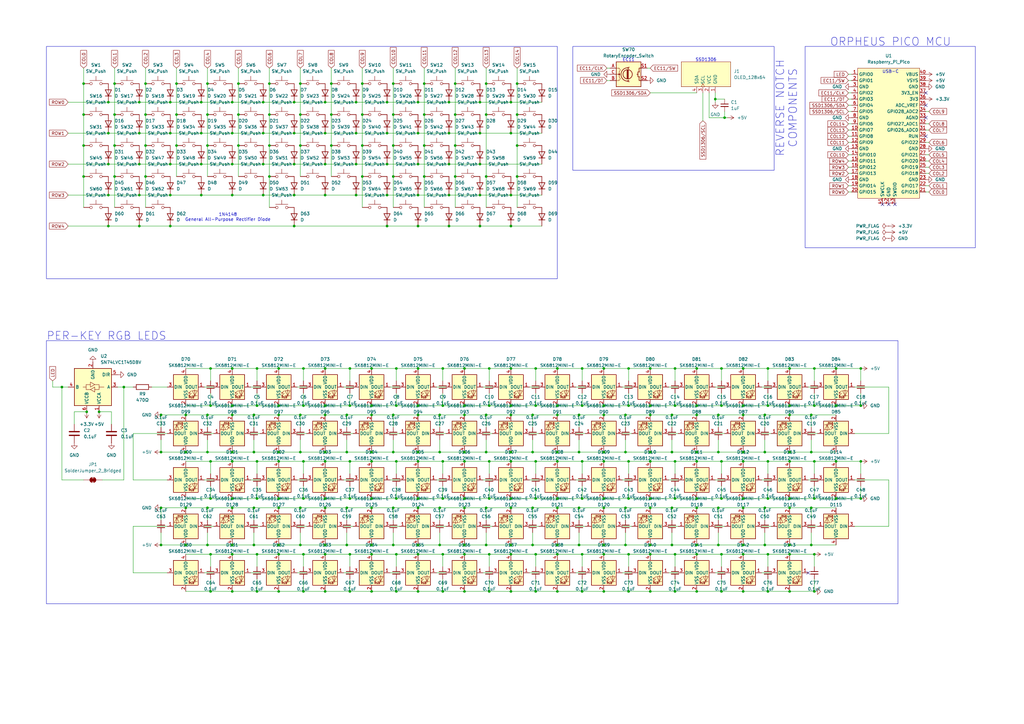
<source format=kicad_sch>
(kicad_sch (version 20250114) (generator "eeschema") (generator_version "9.0")
  (paper "A3")
  (title_block (title "Kyutobodo") (date "2025-02-23") (rev "4") (comment 1 "junyali") (comment 2 "https://github.com/junyali/kyutobodo") (comment 3 "kyutobodo :3"))
  (rectangle (start 330.2 19.05) (end 400.05 101.6))
  (rectangle (start 19.05 139.7) (end 368.3 247.65))
  (rectangle (start 19.05 19.05) (end 228.6 114.3))
  (rectangle (start 234.95 19.05) (end 317.5 69.85))
  (text "PER-KEY RGB LEDS" (at 19.05 137.922 0) (effects (font (size 3.2512 3.2512)) (justify left)))
  (text "EC11" (at 257.81 24.638 0) (effects (font (size 1.27 1.27))))
  (text "1N4148\nGeneral All-Purpose Rectifier Diode" (at 93.472 89.154 0) (effects (font (size 1.27 1.27))))
  (text "USB-C" (at 365.252 29.464 0) (effects (font (size 1.27 1.27))))
  (text "ORPHEUS PICO MCU" (at 365.252 17.272 0) (effects (font (size 3.2512 3.2512))))
  (text "SSD1306" (at 289.56 24.638 0) (effects (font (size 1.27 1.27))))
  (text "REVERSE NOTCH\nCOMPONENTS" (at 322.58 44.45 90) (effects (font (size 3.2512 3.2512))))
  (junction (at 114.3 166.37))
  (junction (at 342.9 189.23))
  (junction (at 342.9 151.13))
  (junction (at 313.69 208.28))
  (junction (at 104.14 208.28))
  (junction (at 247.65 227.33))
  (junction (at 247.65 151.13))
  (junction (at 323.85 185.42))
  (junction (at 190.5 227.33))
  (junction (at 105.41 151.13))
  (junction (at 142.24 208.28))
  (junction (at 199.39 185.42))
  (junction (at 181.61 189.23))
  (junction (at 247.65 185.42))
  (junction (at 323.85 223.52))
  (junction (at 69.85 41.91))
  (junction (at 114.3 227.33))
  (junction (at 105.41 189.23))
  (junction (at 34.29 72.39))
  (junction (at 266.7 204.47))
  (junction (at 228.6 189.23))
  (junction (at 200.66 151.13))
  (junction (at 162.56 166.37))
  (junction (at 285.75 189.23))
  (junction (at 276.86 189.23))
  (junction (at 285.75 223.52))
  (junction (at 209.55 151.13))
  (junction (at 173.99 34.29))
  (junction (at 257.81 204.47))
  (junction (at 124.46 189.23))
  (junction (at 82.55 67.31))
  (junction (at 123.19 223.52))
  (junction (at 46.99 72.39))
  (junction (at 334.01 242.57))
  (junction (at 304.8 223.52))
  (junction (at 332.74 170.18))
  (junction (at 152.4 170.18))
  (junction (at 57.15 54.61))
  (junction (at 72.39 46.99))
  (junction (at 313.69 223.52))
  (junction (at 142.24 170.18))
  (junction (at 133.35 151.13))
  (junction (at 120.65 54.61))
  (junction (at 238.76 189.23))
  (junction (at 142.24 185.42))
  (junction (at 334.01 204.47))
  (junction (at 133.35 227.33))
  (junction (at 323.85 170.18))
  (junction (at 133.35 204.47))
  (junction (at 44.45 67.31))
  (junction (at 152.4 166.37))
  (junction (at 69.85 54.61))
  (junction (at 86.36 189.23))
  (junction (at 332.74 208.28))
  (junction (at 135.89 46.99))
  (junction (at 256.54 170.18))
  (junction (at 184.15 41.91))
  (junction (at 199.39 72.39))
  (junction (at 219.71 227.33))
  (junction (at 152.4 151.13))
  (junction (at 294.64 170.18))
  (junction (at 276.86 151.13))
  (junction (at 314.96 242.57))
  (junction (at 95.25 166.37))
  (junction (at 219.71 204.47))
  (junction (at 86.36 227.33))
  (junction (at 135.89 34.29))
  (junction (at 171.45 80.01))
  (junction (at 275.59 170.18))
  (junction (at 95.25 67.31))
  (junction (at 173.99 59.69))
  (junction (at 247.65 223.52))
  (junction (at 143.51 151.13))
  (junction (at 186.69 46.99))
  (junction (at 180.34 223.52))
  (junction (at 190.5 185.42))
  (junction (at 294.64 223.52))
  (junction (at 275.59 223.52))
  (junction (at 209.55 242.57))
  (junction (at 200.66 227.33))
  (junction (at 228.6 170.18))
  (junction (at 107.95 67.31))
  (junction (at 218.44 185.42))
  (junction (at 82.55 41.91))
  (junction (at 181.61 166.37))
  (junction (at 171.45 223.52))
  (junction (at 158.75 41.91))
  (junction (at 95.25 41.91))
  (junction (at 95.25 151.13))
  (junction (at 85.09 34.29))
  (junction (at 123.19 208.28))
  (junction (at 247.65 166.37))
  (junction (at 95.25 223.52))
  (junction (at 95.25 170.18))
  (junction (at 34.29 46.99))
  (junction (at 162.56 204.47))
  (junction (at 276.86 204.47))
  (junction (at 186.69 72.39))
  (junction (at 342.9 166.37))
  (junction (at 209.55 41.91))
  (junction (at 120.65 80.01))
  (junction (at 133.35 67.31))
  (junction (at 161.29 34.29))
  (junction (at 59.69 72.39))
  (junction (at 323.85 151.13))
  (junction (at 247.65 189.23))
  (junction (at 209.55 208.28))
  (junction (at 123.19 46.99))
  (junction (at 86.36 166.37))
  (junction (at 266.7 208.28))
  (junction (at 173.99 46.99))
  (junction (at 143.51 166.37))
  (junction (at 66.04 185.42))
  (junction (at 133.35 242.57))
  (junction (at 266.7 170.18))
  (junction (at 314.96 189.23))
  (junction (at 152.4 185.42))
  (junction (at 104.14 185.42))
  (junction (at 161.29 208.28))
  (junction (at 285.75 208.28))
  (junction (at 276.86 227.33))
  (junction (at 295.91 151.13))
  (junction (at 162.56 227.33))
  (junction (at 275.59 208.28))
  (junction (at 190.5 242.57))
  (junction (at 199.39 208.28))
  (junction (at 85.09 223.52))
  (junction (at 219.71 189.23))
  (junction (at 171.45 204.47))
  (junction (at 69.85 80.01))
  (junction (at 66.04 208.28))
  (junction (at 256.54 185.42))
  (junction (at 313.69 185.42))
  (junction (at 200.66 166.37))
  (junction (at 120.65 41.91))
  (junction (at 285.75 170.18))
  (junction (at 162.56 189.23))
  (junction (at 314.96 204.47))
  (junction (at 294.64 208.28))
  (junction (at 152.4 189.23))
  (junction (at 219.71 166.37))
  (junction (at 334.01 189.23))
  (junction (at 171.45 41.91))
  (junction (at 66.04 223.52))
  (junction (at 334.01 227.33))
  (junction (at 171.45 54.61))
  (junction (at 285.75 227.33))
  (junction (at 184.15 80.01))
  (junction (at 57.15 92.71))
  (junction (at 323.85 208.28))
  (junction (at 133.35 170.18))
  (junction (at 66.04 170.18))
  (junction (at 110.49 59.69))
  (junction (at 142.24 223.52))
  (junction (at 353.06 189.23))
  (junction (at 237.49 208.28))
  (junction (at 158.75 80.01))
  (junction (at 323.85 227.33))
  (junction (at 44.45 80.01))
  (junction (at 218.44 208.28))
  (junction (at 146.05 67.31))
  (junction (at 190.5 223.52))
  (junction (at 323.85 204.47))
  (junction (at 123.19 34.29))
  (junction (at 97.79 59.69))
  (junction (at 76.2 185.42))
  (junction (at 238.76 227.33))
  (junction (at 332.74 185.42))
  (junction (at 161.29 170.18))
  (junction (at 107.95 54.61))
  (junction (at 158.75 92.71))
  (junction (at 152.4 223.52))
  (junction (at 212.09 59.69))
  (junction (at 285.75 166.37))
  (junction (at 186.69 59.69))
  (junction (at 219.71 151.13))
  (junction (at 133.35 185.42))
  (junction (at 146.05 54.61))
  (junction (at 110.49 34.29))
  (junction (at 85.09 208.28))
  (junction (at 152.4 208.28))
  (junction (at 46.99 34.29))
  (junction (at 190.5 166.37))
  (junction (at 158.75 67.31))
  (junction (at 95.25 242.57))
  (junction (at 171.45 151.13))
  (junction (at 190.5 189.23))
  (junction (at 209.55 185.42))
  (junction (at 209.55 54.61))
  (junction (at 304.8 185.42))
  (junction (at 114.3 189.23))
  (junction (at 97.79 34.29))
  (junction (at 228.6 166.37))
  (junction (at 173.99 72.39))
  (junction (at 285.75 242.57))
  (junction (at 152.4 227.33))
  (junction (at 266.7 223.52))
  (junction (at 133.35 41.91))
  (junction (at 148.59 34.29))
  (junction (at 228.6 204.47))
  (junction (at 199.39 170.18))
  (junction (at 143.51 204.47))
  (junction (at 266.7 185.42))
  (junction (at 44.45 92.71))
  (junction (at 190.5 151.13))
  (junction (at 180.34 185.42))
  (junction (at 107.95 41.91))
  (junction (at 257.81 166.37))
  (junction (at 158.75 54.61))
  (junction (at 353.06 204.47))
  (junction (at 57.15 80.01))
  (junction (at 184.15 54.61))
  (junction (at 218.44 223.52))
  (junction (at 82.55 54.61))
  (junction (at 257.81 242.57))
  (junction (at 314.96 227.33))
  (junction (at 69.85 92.71))
  (junction (at 212.09 72.39))
  (junction (at 161.29 185.42))
  (junction (at 256.54 223.52))
  (junction (at 148.59 46.99))
  (junction (at 133.35 166.37))
  (junction (at 59.69 34.29))
  (junction (at 295.91 189.23))
  (junction (at 266.7 151.13))
  (junction (at 95.25 54.61))
  (junction (at 86.36 242.57))
  (junction (at 124.46 166.37))
  (junction (at 59.69 46.99))
  (junction (at 162.56 151.13))
  (junction (at 85.09 46.99))
  (junction (at 171.45 166.37))
  (junction (at 199.39 223.52))
  (junction (at 304.8 170.18))
  (junction (at 95.25 208.28))
  (junction (at 285.75 185.42))
  (junction (at 237.49 185.42))
  (junction (at 304.8 204.47))
  (junction (at 200.66 242.57))
  (junction (at 95.25 204.47))
  (junction (at 184.15 67.31))
  (junction (at 133.35 208.28))
  (junction (at 295.91 242.57))
  (junction (at 148.59 72.39))
  (junction (at 209.55 223.52))
  (junction (at 228.6 185.42))
  (junction (at 161.29 72.39))
  (junction (at 212.09 46.99))
  (junction (at 50.8 158.75))
  (junction (at 34.29 59.69))
  (junction (at 35.56 168.91))
  (junction (at 190.5 208.28))
  (junction (at 146.05 80.01))
  (junction (at 237.49 170.18))
  (junction (at 209.55 189.23))
  (junction (at 104.14 170.18))
  (junction (at 247.65 208.28))
  (junction (at 199.39 46.99))
  (junction (at 72.39 59.69))
  (junction (at 209.55 166.37))
  (junction (at 304.8 227.33))
  (junction (at 266.7 242.57))
  (junction (at 181.61 227.33))
  (junction (at 238.76 166.37))
  (junction (at 190.5 170.18))
  (junction (at 82.55 80.01))
  (junction (at 146.05 41.91))
  (junction (at 304.8 189.23))
  (junction (at 181.61 204.47))
  (junction (at 143.51 242.57))
  (junction (at 228.6 223.52))
  (junction (at 161.29 59.69))
  (junction (at 257.81 151.13))
  (junction (at 332.74 223.52))
  (junction (at 120.65 92.71))
  (junction (at 181.61 151.13))
  (junction (at 180.34 208.28))
  (junction (at 171.45 189.23))
  (junction (at 276.86 166.37))
  (junction (at 295.91 166.37))
  (junction (at 123.19 170.18))
  (junction (at 314.96 151.13))
  (junction (at 228.6 227.33))
  (junction (at 148.59 59.69))
  (junction (at 95.25 189.23))
  (junction (at 218.44 170.18))
  (junction (at 133.35 80.01))
  (junction (at 228.6 242.57))
  (junction (at 171.45 92.71))
  (junction (at 59.69 59.69))
  (junction (at 76.2 208.28))
  (junction (at 40.64 168.91))
  (junction (at 104.14 223.52))
  (junction (at 86.36 204.47))
  (junction (at 228.6 151.13))
  (junction (at 123.19 59.69))
  (junction (at 304.8 208.28))
  (junction (at 105.41 166.37))
  (junction (at 95.25 80.01))
  (junction (at 342.9 204.47))
  (junction (at 257.81 189.23))
  (junction (at 124.46 242.57))
  (junction (at 95.25 227.33))
  (junction (at 184.15 92.71))
  (junction (at 238.76 151.13))
  (junction (at 295.91 227.33))
  (junction (at 294.64 185.42))
  (junction (at 110.49 46.99))
  (junction (at 209.55 170.18))
  (junction (at 120.65 67.31))
  (junction (at 69.85 67.31))
  (junction (at 44.45 54.61))
  (junction (at 114.3 170.18))
  (junction (at 114.3 208.28))
  (junction (at 171.45 170.18))
  (junction (at 212.09 34.29))
  (junction (at 44.45 41.91))
  (junction (at 124.46 204.47))
  (junction (at 152.4 204.47))
  (junction (at 46.99 59.69))
  (junction (at 275.59 185.42))
  (junction (at 46.99 46.99))
  (junction (at 133.35 223.52))
  (junction (at 297.18 48.26))
  (junction (at 123.19 185.42))
  (junction (at 114.3 185.42))
  (junction (at 266.7 227.33))
  (junction (at 353.06 151.13))
  (junction (at 152.4 242.57))
  (junction (at 143.51 227.33))
  (junction (at 247.65 242.57))
  (junction (at 285.75 204.47))
  (junction (at 34.29 34.29))
  (junction (at 85.09 185.42))
  (junction (at 209.55 204.47))
  (junction (at 200.66 189.23))
  (junction (at 295.91 204.47))
  (junction (at 209.55 227.33))
  (junction (at 57.15 41.91))
  (junction (at 314.96 166.37))
  (junction (at 323.85 189.23))
  (junction (at 97.79 46.99))
  (junction (at 76.2 170.18))
  (junction (at 266.7 166.37))
  (junction (at 57.15 67.31))
  (junction (at 256.54 208.28))
  (junction (at 171.45 208.28))
  (junction (at 114.3 242.57))
  (junction (at 72.39 34.29))
  (junction (at 247.65 170.18))
  (junction (at 304.8 242.57))
  (junction (at 276.86 242.57))
  (junction (at 105.41 204.47))
  (junction (at 180.34 170.18))
  (junction (at 266.7 189.23))
  (junction (at 196.85 92.71))
  (junction (at 133.35 189.23))
  (junction (at 293.37 40.64))
  (junction (at 219.71 242.57))
  (junction (at 196.85 41.91))
  (junction (at 162.56 242.57))
  (junction (at 181.61 242.57))
  (junction (at 171.45 67.31))
  (junction (at 86.36 151.13))
  (junction (at 171.45 227.33))
  (junction (at 304.8 151.13))
  (junction (at 323.85 242.57))
  (junction (at 238.76 204.47))
  (junction (at 105.41 227.33))
  (junction (at 196.85 54.61))
  (junction (at 285.75 151.13))
  (junction (at 143.51 189.23))
  (junction (at 161.29 223.52))
  (junction (at 190.5 204.47))
  (junction (at 25.4 158.75))
  (junction (at 209.55 92.71))
  (junction (at 95.25 185.42))
  (junction (at 304.8 166.37))
  (junction (at 257.81 227.33))
  (junction (at 313.69 170.18))
  (junction (at 199.39 34.29))
  (junction (at 237.49 223.52))
  (junction (at 209.55 80.01))
  (junction (at 200.66 204.47))
  (junction (at 186.69 34.29))
  (junction (at 114.3 151.13))
  (junction (at 133.35 54.61))
  (junction (at 323.85 166.37))
  (junction (at 247.65 204.47))
  (junction (at 135.89 59.69))
  (junction (at 124.46 227.33))
  (junction (at 161.29 46.99))
  (junction (at 171.45 242.57))
  (junction (at 107.95 80.01))
  (junction (at 196.85 67.31))
  (junction (at 196.85 80.01))
  (junction (at 85.09 59.69))
  (junction (at 171.45 185.42))
  (junction (at 334.01 151.13))
  (junction (at 238.76 242.57))
  (junction (at 228.6 208.28))
  (junction (at 85.09 170.18))
  (junction (at 110.49 72.39))
  (junction (at 76.2 223.52))
  (junction (at 114.3 223.52))
  (junction (at 124.46 151.13))
  (junction (at 334.01 166.37))
  (junction (at 105.41 242.57))
  (junction (at 353.06 166.37))
  (junction (at 114.3 204.47))
  (no_connect (at 361.95 83.82))
  (no_connect (at 379.73 48.26))
  (no_connect (at 379.73 55.88))
  (no_connect (at 367.03 83.82))
  (no_connect (at 379.73 43.18))
  (no_connect (at 379.73 38.1))
  (no_connect (at 364.49 83.82))
  (no_connect (at 331.47 234.95))
  (wire (pts (xy 50.8 158.75) (xy 54.61 158.75)))
  (wire (pts (xy 255.27 234.95) (xy 259.08 234.95)))
  (wire (pts (xy 110.49 34.29) (xy 110.49 46.99)))
  (wire (pts (xy 27.94 67.31) (xy 44.45 67.31)))
  (wire (pts (xy 83.82 158.75) (xy 87.63 158.75)))
  (wire (pts (xy 59.69 46.99) (xy 59.69 59.69)))
  (wire (pts (xy 104.14 223.52) (xy 104.14 218.44)))
  (wire (pts (xy 313.69 208.28) (xy 323.85 208.28)))
  (wire (pts (xy 200.66 199.39) (xy 200.66 204.47)))
  (wire (pts (xy 293.37 234.95) (xy 297.18 234.95)))
  (wire (pts (xy 76.2 189.23) (xy 86.36 189.23)))
  (wire (pts (xy 381 76.2) (xy 379.73 76.2)))
  (wire (pts (xy 334.01 166.37) (xy 323.85 166.37)))
  (wire (pts (xy 295.91 161.29) (xy 295.91 166.37)))
  (wire (pts (xy 294.64 208.28) (xy 304.8 208.28)))
  (wire (pts (xy 123.19 213.36) (xy 123.19 208.28)))
  (wire (pts (xy 142.24 185.42) (xy 142.24 180.34)))
  (wire (pts (xy 105.41 166.37) (xy 95.25 166.37)))
  (wire (pts (xy 209.55 204.47) (xy 200.66 204.47)))
  (wire (pts (xy 123.19 46.99) (xy 123.19 59.69)))
  (wire (pts (xy 163.83 177.8) (xy 160.02 177.8)))
  (wire (pts (xy 201.93 177.8) (xy 198.12 177.8)))
  (wire (pts (xy 285.75 227.33) (xy 295.91 227.33)))
  (wire (pts (xy 379.73 45.72) (xy 381 45.72)))
  (wire (pts (xy 190.5 189.23) (xy 200.66 189.23)))
  (wire (pts (xy 294.64 175.26) (xy 294.64 170.18)))
  (wire (pts (xy 124.46 189.23) (xy 133.35 189.23)))
  (wire (pts (xy 59.69 72.39) (xy 59.69 85.09)))
  (wire (pts (xy 148.59 34.29) (xy 148.59 46.99)))
  (wire (pts (xy 247.65 170.18) (xy 256.54 170.18)))
  (wire (pts (xy 266.7 170.18) (xy 275.59 170.18)))
  (wire (pts (xy 323.85 185.42) (xy 313.69 185.42)))
  (wire (pts (xy 276.86 189.23) (xy 285.75 189.23)))
  (wire (pts (xy 266.7 242.57) (xy 257.81 242.57)))
  (wire (pts (xy 276.86 189.23) (xy 276.86 194.31)))
  (wire (pts (xy 334.01 151.13) (xy 334.01 156.21)))
  (wire (pts (xy 199.39 27.94) (xy 199.39 34.29)))
  (wire (pts (xy 256.54 170.18) (xy 266.7 170.18)))
  (wire (pts (xy 21.59 158.75) (xy 21.59 156.21)))
  (wire (pts (xy 237.49 185.42) (xy 237.49 180.34)))
  (wire (pts (xy 161.29 27.94) (xy 161.29 34.29)))
  (wire (pts (xy 238.76 166.37) (xy 228.6 166.37)))
  (wire (pts (xy 237.49 170.18) (xy 247.65 170.18)))
  (wire (pts (xy 163.83 215.9) (xy 160.02 215.9)))
  (wire (pts (xy 171.45 223.52) (xy 161.29 223.52)))
  (wire (pts (xy 275.59 170.18) (xy 285.75 170.18)))
  (wire (pts (xy 161.29 72.39) (xy 161.29 85.09)))
  (wire (pts (xy 256.54 185.42) (xy 247.65 185.42)))
  (wire (pts (xy 140.97 196.85) (xy 144.78 196.85)))
  (wire (pts (xy 276.86 204.47) (xy 266.7 204.47)))
  (wire (pts (xy 331.47 196.85) (xy 335.28 196.85)))
  (wire (pts (xy 364.49 158.75) (xy 364.49 177.8)))
  (wire (pts (xy 347.98 53.34) (xy 349.25 53.34)))
  (wire (pts (xy 236.22 196.85) (xy 240.03 196.85)))
  (wire (pts (xy 257.81 151.13) (xy 266.7 151.13)))
  (wire (pts (xy 180.34 223.52) (xy 171.45 223.52)))
  (wire (pts (xy 190.5 185.42) (xy 180.34 185.42)))
  (wire (pts (xy 304.8 227.33) (xy 314.96 227.33)))
  (wire (pts (xy 257.81 151.13) (xy 257.81 156.21)))
  (wire (pts (xy 228.6 166.37) (xy 219.71 166.37)))
  (wire (pts (xy 95.25 204.47) (xy 86.36 204.47)))
  (wire (pts (xy 290.83 48.26) (xy 297.18 48.26)))
  (wire (pts (xy 181.61 151.13) (xy 181.61 156.21)))
  (wire (pts (xy 199.39 46.99) (xy 199.39 72.39)))
  (wire (pts (xy 347.98 50.8) (xy 349.25 50.8)))
  (wire (pts (xy 313.69 175.26) (xy 313.69 170.18)))
  (wire (pts (xy 95.25 151.13) (xy 105.41 151.13)))
  (wire (pts (xy 133.35 80.01) (xy 146.05 80.01)))
  (wire (pts (xy 146.05 67.31) (xy 158.75 67.31)))
  (wire (pts (xy 257.81 227.33) (xy 257.81 232.41)))
  (wire (pts (xy 171.45 227.33) (xy 181.61 227.33)))
  (wire (pts (xy 331.47 158.75) (xy 335.28 158.75)))
  (wire (pts (xy 266.7 151.13) (xy 276.86 151.13)))
  (wire (pts (xy 220.98 215.9) (xy 217.17 215.9)))
  (wire (pts (xy 304.8 223.52) (xy 294.64 223.52)))
  (wire (pts (xy 158.75 92.71) (xy 171.45 92.71)))
  (wire (pts (xy 181.61 189.23) (xy 190.5 189.23)))
  (wire (pts (xy 171.45 204.47) (xy 162.56 204.47)))
  (wire (pts (xy 275.59 213.36) (xy 275.59 208.28)))
  (wire (pts (xy 304.8 166.37) (xy 295.91 166.37)))
  (wire (pts (xy 219.71 189.23) (xy 228.6 189.23)))
  (wire (pts (xy 180.34 185.42) (xy 171.45 185.42)))
  (wire (pts (xy 218.44 175.26) (xy 218.44 170.18)))
  (wire (pts (xy 257.81 189.23) (xy 257.81 194.31)))
  (wire (pts (xy 142.24 213.36) (xy 142.24 208.28)))
  (wire (pts (xy 285.75 189.23) (xy 295.91 189.23)))
  (wire (pts (xy 180.34 175.26) (xy 180.34 170.18)))
  (wire (pts (xy 85.09 185.42) (xy 76.2 185.42)))
  (wire (pts (xy 105.41 189.23) (xy 114.3 189.23)))
  (wire (pts (xy 76.2 223.52) (xy 66.04 223.52)))
  (wire (pts (xy 107.95 80.01) (xy 120.65 80.01)))
  (wire (pts (xy 323.85 170.18) (xy 332.74 170.18)))
  (wire (pts (xy 184.15 67.31) (xy 196.85 67.31)))
  (wire (pts (xy 142.24 185.42) (xy 133.35 185.42)))
  (wire (pts (xy 304.8 204.47) (xy 295.91 204.47)))
  (wire (pts (xy 35.56 168.91) (xy 30.48 168.91)))
  (wire (pts (xy 199.39 34.29) (xy 199.39 46.99)))
  (wire (pts (xy 68.58 215.9) (xy 54.61 215.9)))
  (wire (pts (xy 247.65 189.23) (xy 257.81 189.23)))
  (wire (pts (xy 198.12 158.75) (xy 201.93 158.75)))
  (wire (pts (xy 162.56 151.13) (xy 162.56 156.21)))
  (wire (pts (xy 57.15 54.61) (xy 69.85 54.61)))
  (wire (pts (xy 238.76 189.23) (xy 238.76 194.31)))
  (wire (pts (xy 353.06 151.13) (xy 353.06 156.21)))
  (wire (pts (xy 266.7 227.33) (xy 276.86 227.33)))
  (wire (pts (xy 217.17 234.95) (xy 220.98 234.95)))
  (wire (pts (xy 190.5 166.37) (xy 181.61 166.37)))
  (wire (pts (xy 162.56 237.49) (xy 162.56 242.57)))
  (wire (pts (xy 121.92 158.75) (xy 125.73 158.75)))
  (wire (pts (xy 66.04 208.28) (xy 76.2 208.28)))
  (wire (pts (xy 186.69 34.29) (xy 186.69 46.99)))
  (wire (pts (xy 294.64 185.42) (xy 294.64 180.34)))
  (wire (pts (xy 66.04 185.42) (xy 66.04 180.34)))
  (wire (pts (xy 121.92 196.85) (xy 125.73 196.85)))
  (wire (pts (xy 347.98 63.5) (xy 349.25 63.5)))
  (wire (pts (xy 294.64 185.42) (xy 285.75 185.42)))
  (wire (pts (xy 143.51 189.23) (xy 143.51 194.31)))
  (wire (pts (xy 228.6 185.42) (xy 218.44 185.42)))
  (wire (pts (xy 209.55 54.61) (xy 222.25 54.61)))
  (wire (pts (xy 123.19 59.69) (xy 123.19 72.39)))
  (wire (pts (xy 334.01 204.47) (xy 323.85 204.47)))
  (wire (pts (xy 190.5 242.57) (xy 181.61 242.57)))
  (wire (pts (xy 293.37 40.64) (xy 293.37 38.1)))
  (wire (pts (xy 152.4 185.42) (xy 142.24 185.42)))
  (wire (pts (xy 219.71 199.39) (xy 219.71 204.47)))
  (wire (pts (xy 316.23 215.9) (xy 312.42 215.9)))
  (wire (pts (xy 198.12 234.95) (xy 201.93 234.95)))
  (wire (pts (xy 85.09 27.94) (xy 85.09 34.29)))
  (wire (pts (xy 85.09 34.29) (xy 85.09 46.99)))
  (wire (pts (xy 228.6 208.28) (xy 237.49 208.28)))
  (wire (pts (xy 161.29 34.29) (xy 161.29 46.99)))
  (wire (pts (xy 152.4 208.28) (xy 161.29 208.28)))
  (wire (pts (xy 238.76 227.33) (xy 247.65 227.33)))
  (wire (pts (xy 45.72 168.91) (xy 45.72 173.99)))
  (wire (pts (xy 199.39 185.42) (xy 190.5 185.42)))
  (wire (pts (xy 121.92 234.95) (xy 125.73 234.95)))
  (wire (pts (xy 276.86 227.33) (xy 285.75 227.33)))
  (wire (pts (xy 161.29 175.26) (xy 161.29 170.18)))
  (wire (pts (xy 304.8 151.13) (xy 314.96 151.13)))
  (wire (pts (xy 247.65 204.47) (xy 238.76 204.47)))
  (wire (pts (xy 238.76 199.39) (xy 238.76 204.47)))
  (wire (pts (xy 219.71 227.33) (xy 219.71 232.41)))
  (wire (pts (xy 54.61 234.95) (xy 68.58 234.95)))
  (wire (pts (xy 161.29 208.28) (xy 171.45 208.28)))
  (wire (pts (xy 314.96 227.33) (xy 323.85 227.33)))
  (wire (pts (xy 120.65 92.71) (xy 158.75 92.71)))
  (wire (pts (xy 135.89 59.69) (xy 135.89 72.39)))
  (wire (pts (xy 228.6 204.47) (xy 219.71 204.47)))
  (wire (pts (xy 76.2 208.28) (xy 85.09 208.28)))
  (wire (pts (xy 171.45 151.13) (xy 181.61 151.13)))
  (wire (pts (xy 124.46 237.49) (xy 124.46 242.57)))
  (wire (pts (xy 294.64 223.52) (xy 285.75 223.52)))
  (wire (pts (xy 57.15 67.31) (xy 69.85 67.31)))
  (wire (pts (xy 381 71.12) (xy 379.73 71.12)))
  (wire (pts (xy 69.85 67.31) (xy 82.55 67.31)))
  (wire (pts (xy 181.61 227.33) (xy 190.5 227.33)))
  (wire (pts (xy 364.49 215.9) (xy 350.52 215.9)))
  (wire (pts (xy 86.36 199.39) (xy 86.36 204.47)))
  (wire (pts (xy 114.3 208.28) (xy 123.19 208.28)))
  (wire (pts (xy 186.69 46.99) (xy 186.69 59.69)))
  (wire (pts (xy 332.74 223.52) (xy 323.85 223.52)))
  (wire (pts (xy 314.96 151.13) (xy 323.85 151.13)))
  (wire (pts (xy 190.5 223.52) (xy 180.34 223.52)))
  (wire (pts (xy 105.41 204.47) (xy 95.25 204.47)))
  (wire (pts (xy 199.39 72.39) (xy 199.39 85.09)))
  (wire (pts (xy 256.54 223.52) (xy 256.54 218.44)))
  (wire (pts (xy 171.45 92.71) (xy 184.15 92.71)))
  (wire (pts (xy 379.73 50.8) (xy 381 50.8)))
  (wire (pts (xy 228.6 227.33) (xy 238.76 227.33)))
  (wire (pts (xy 293.37 196.85) (xy 297.18 196.85)))
  (wire (pts (xy 285.75 166.37) (xy 276.86 166.37)))
  (wire (pts (xy 295.91 199.39) (xy 295.91 204.47)))
  (wire (pts (xy 160.02 196.85) (xy 163.83 196.85)))
  (wire (pts (xy 285.75 242.57) (xy 276.86 242.57)))
  (wire (pts (xy 212.09 34.29) (xy 212.09 46.99)))
  (wire (pts (xy 144.78 215.9) (xy 140.97 215.9)))
  (wire (pts (xy 105.41 227.33) (xy 105.41 232.41)))
  (wire (pts (xy 323.85 204.47) (xy 314.96 204.47)))
  (wire (pts (xy 219.71 204.47) (xy 209.55 204.47)))
  (wire (pts (xy 295.91 237.49) (xy 295.91 242.57)))
  (wire (pts (xy 181.61 199.39) (xy 181.61 204.47)))
  (wire (pts (xy 342.9 185.42) (xy 332.74 185.42)))
  (wire (pts (xy 238.76 237.49) (xy 238.76 242.57)))
  (wire (pts (xy 347.98 40.64) (xy 349.25 40.64)))
  (wire (pts (xy 313.69 223.52) (xy 304.8 223.52)))
  (wire (pts (xy 314.96 237.49) (xy 314.96 242.57)))
  (wire (pts (xy 332.74 213.36) (xy 332.74 208.28)))
  (wire (pts (xy 293.37 40.64) (xy 297.18 40.64)))
  (wire (pts (xy 209.55 92.71) (xy 222.25 92.71)))
  (wire (pts (xy 237.49 223.52) (xy 228.6 223.52)))
  (wire (pts (xy 266.7 27.94) (xy 265.43 27.94)))
  (wire (pts (xy 162.56 204.47) (xy 152.4 204.47)))
  (wire (pts (xy 274.32 158.75) (xy 278.13 158.75)))
  (wire (pts (xy 237.49 185.42) (xy 228.6 185.42)))
  (wire (pts (xy 158.75 41.91) (xy 171.45 41.91)))
  (wire (pts (xy 59.69 34.29) (xy 59.69 46.99)))
  (wire (pts (xy 218.44 185.42) (xy 218.44 180.34)))
  (wire (pts (xy 148.59 72.39) (xy 148.59 85.09)))
  (wire (pts (xy 160.02 234.95) (xy 163.83 234.95)))
  (wire (pts (xy 41.91 196.85) (xy 50.8 196.85)))
  (wire (pts (xy 114.3 151.13) (xy 124.46 151.13)))
  (wire (pts (xy 323.85 189.23) (xy 334.01 189.23)))
  (wire (pts (xy 220.98 177.8) (xy 217.17 177.8)))
  (wire (pts (xy 114.3 166.37) (xy 105.41 166.37)))
  (wire (pts (xy 313.69 213.36) (xy 313.69 208.28)))
  (wire (pts (xy 181.61 204.47) (xy 171.45 204.47)))
  (wire (pts (xy 95.25 227.33) (xy 105.41 227.33)))
  (wire (pts (xy 190.5 151.13) (xy 200.66 151.13)))
  (wire (pts (xy 140.97 158.75) (xy 144.78 158.75)))
  (wire (pts (xy 34.29 59.69) (xy 34.29 72.39)))
  (wire (pts (xy 102.87 196.85) (xy 106.68 196.85)))
  (wire (pts (xy 314.96 166.37) (xy 304.8 166.37)))
  (wire (pts (xy 209.55 208.28) (xy 218.44 208.28)))
  (wire (pts (xy 140.97 234.95) (xy 144.78 234.95)))
  (wire (pts (xy 238.76 161.29) (xy 238.76 166.37)))
  (wire (pts (xy 107.95 41.91) (xy 120.65 41.91)))
  (wire (pts (xy 72.39 46.99) (xy 72.39 59.69)))
  (wire (pts (xy 240.03 177.8) (xy 236.22 177.8)))
  (wire (pts (xy 69.85 92.71) (xy 120.65 92.71)))
  (wire (pts (xy 82.55 41.91) (xy 95.25 41.91)))
  (wire (pts (xy 142.24 170.18) (xy 152.4 170.18)))
  (wire (pts (xy 105.41 227.33) (xy 114.3 227.33)))
  (wire (pts (xy 314.96 204.47) (xy 304.8 204.47)))
  (wire (pts (xy 95.25 80.01) (xy 107.95 80.01)))
  (wire (pts (xy 104.14 175.26) (xy 104.14 170.18)))
  (wire (pts (xy 30.48 168.91) (xy 30.48 173.99)))
  (wire (pts (xy 124.46 227.33) (xy 124.46 232.41)))
  (wire (pts (xy 124.46 151.13) (xy 124.46 156.21)))
  (wire (pts (xy 171.45 54.61) (xy 184.15 54.61)))
  (wire (pts (xy 34.29 34.29) (xy 34.29 46.99)))
  (wire (pts (xy 125.73 215.9) (xy 121.92 215.9)))
  (wire (pts (xy 123.19 27.94) (xy 123.19 34.29)))
  (wire (pts (xy 295.91 189.23) (xy 295.91 194.31)))
  (wire (pts (xy 142.24 175.26) (xy 142.24 170.18)))
  (wire (pts (xy 152.4 223.52) (xy 142.24 223.52)))
  (wire (pts (xy 152.4 151.13) (xy 162.56 151.13)))
  (wire (pts (xy 76.2 185.42) (xy 66.04 185.42)))
  (wire (pts (xy 143.51 204.47) (xy 133.35 204.47)))
  (wire (pts (xy 162.56 199.39) (xy 162.56 204.47)))
  (wire (pts (xy 46.99 72.39) (xy 46.99 85.09)))
  (wire (pts (xy 200.66 189.23) (xy 209.55 189.23)))
  (wire (pts (xy 162.56 161.29) (xy 162.56 166.37)))
  (wire (pts (xy 218.44 185.42) (xy 209.55 185.42)))
  (wire (pts (xy 297.18 215.9) (xy 293.37 215.9)))
  (wire (pts (xy 173.99 27.94) (xy 173.99 34.29)))
  (wire (pts (xy 86.36 161.29) (xy 86.36 166.37)))
  (wire (pts (xy 133.35 185.42) (xy 123.19 185.42)))
  (wire (pts (xy 266.7 223.52) (xy 256.54 223.52)))
  (wire (pts (xy 25.4 158.75) (xy 25.4 196.85)))
  (wire (pts (xy 334.01 199.39) (xy 334.01 204.47)))
  (wire (pts (xy 219.71 227.33) (xy 228.6 227.33)))
  (wire (pts (xy 173.99 72.39) (xy 173.99 85.09)))
  (wire (pts (xy 148.59 27.94) (xy 148.59 34.29)))
  (wire (pts (xy 316.23 177.8) (xy 312.42 177.8)))
  (wire (pts (xy 238.76 151.13) (xy 247.65 151.13)))
  (wire (pts (xy 133.35 166.37) (xy 124.46 166.37)))
  (wire (pts (xy 25.4 196.85) (xy 34.29 196.85)))
  (wire (pts (xy 181.61 166.37) (xy 171.45 166.37)))
  (wire (pts (xy 247.65 208.28) (xy 256.54 208.28)))
  (wire (pts (xy 196.85 80.01) (xy 209.55 80.01)))
  (wire (pts (xy 218.44 170.18) (xy 228.6 170.18)))
  (wire (pts (xy 76.2 170.18) (xy 85.09 170.18)))
  (wire (pts (xy 347.98 33.02) (xy 349.25 33.02)))
  (wire (pts (xy 347.98 78.74) (xy 349.25 78.74)))
  (wire (pts (xy 295.91 227.33) (xy 304.8 227.33)))
  (wire (pts (xy 238.76 227.33) (xy 238.76 232.41)))
  (wire (pts (xy 334.01 242.57) (xy 323.85 242.57)))
  (wire (pts (xy 40.64 168.91) (xy 45.72 168.91)))
  (wire (pts (xy 184.15 80.01) (xy 196.85 80.01)))
  (wire (pts (xy 196.85 67.31) (xy 222.25 67.31)))
  (wire (pts (xy 114.3 204.47) (xy 105.41 204.47)))
  (wire (pts (xy 342.9 204.47) (xy 334.01 204.47)))
  (wire (pts (xy 199.39 170.18) (xy 209.55 170.18)))
  (wire (pts (xy 182.88 215.9) (xy 179.07 215.9)))
  (wire (pts (xy 342.9 189.23) (xy 353.06 189.23)))
  (wire (pts (xy 104.14 223.52) (xy 95.25 223.52)))
  (wire (pts (xy 276.86 151.13) (xy 276.86 156.21)))
  (wire (pts (xy 217.17 196.85) (xy 220.98 196.85)))
  (wire (pts (xy 364.49 196.85) (xy 364.49 215.9)))
  (wire (pts (xy 219.71 166.37) (xy 209.55 166.37)))
  (wire (pts (xy 381 63.5) (xy 379.73 63.5)))
  (wire (pts (xy 212.09 72.39) (xy 212.09 85.09)))
  (wire (pts (xy 266.7 38.1) (xy 285.75 38.1)))
  (wire (pts (xy 66.04 213.36) (xy 66.04 208.28)))
  (wire (pts (xy 142.24 223.52) (xy 133.35 223.52)))
  (wire (pts (xy 161.29 213.36) (xy 161.29 208.28)))
  (wire (pts (xy 199.39 175.26) (xy 199.39 170.18)))
  (wire (pts (xy 257.81 237.49) (xy 257.81 242.57)))
  (wire (pts (xy 105.41 151.13) (xy 114.3 151.13)))
  (wire (pts (xy 295.91 227.33) (xy 295.91 232.41)))
  (wire (pts (xy 25.4 158.75) (xy 21.59 158.75)))
  (wire (pts (xy 85.09 185.42) (xy 85.09 180.34)))
  (wire (pts (xy 347.98 38.1) (xy 349.25 38.1)))
  (wire (pts (xy 323.85 166.37) (xy 314.96 166.37)))
  (wire (pts (xy 57.15 80.01) (xy 69.85 80.01)))
  (wire (pts (xy 124.46 166.37) (xy 114.3 166.37)))
  (wire (pts (xy 247.65 151.13) (xy 257.81 151.13)))
  (wire (pts (xy 123.19 34.29) (xy 123.19 46.99)))
  (wire (pts (xy 133.35 204.47) (xy 124.46 204.47)))
  (wire (pts (xy 171.45 189.23) (xy 181.61 189.23)))
  (wire (pts (xy 257.81 242.57) (xy 247.65 242.57)))
  (wire (pts (xy 46.99 46.99) (xy 46.99 59.69)))
  (wire (pts (xy 27.94 41.91) (xy 44.45 41.91)))
  (wire (pts (xy 114.3 223.52) (xy 104.14 223.52)))
  (wire (pts (xy 162.56 242.57) (xy 152.4 242.57)))
  (wire (pts (xy 180.34 185.42) (xy 180.34 180.34)))
  (wire (pts (xy 27.94 158.75) (xy 25.4 158.75)))
  (wire (pts (xy 44.45 80.01) (xy 57.15 80.01)))
  (wire (pts (xy 85.09 46.99) (xy 85.09 59.69)))
  (wire (pts (xy 200.66 166.37) (xy 190.5 166.37)))
  (wire (pts (xy 276.86 199.39) (xy 276.86 204.47)))
  (wire (pts (xy 209.55 80.01) (xy 222.25 80.01)))
  (wire (pts (xy 107.95 54.61) (xy 120.65 54.61)))
  (wire (pts (xy 290.83 38.1) (xy 290.83 48.26)))
  (wire (pts (xy 238.76 151.13) (xy 238.76 156.21)))
  (wire (pts (xy 218.44 208.28) (xy 228.6 208.28)))
  (wire (pts (xy 143.51 161.29) (xy 143.51 166.37)))
  (wire (pts (xy 196.85 92.71) (xy 209.55 92.71)))
  (wire (pts (xy 162.56 189.23) (xy 162.56 194.31)))
  (wire (pts (xy 104.14 170.18) (xy 114.3 170.18)))
  (wire (pts (xy 180.34 223.52) (xy 180.34 218.44)))
  (wire (pts (xy 148.59 59.69) (xy 148.59 72.39)))
  (wire (pts (xy 173.99 34.29) (xy 173.99 46.99)))
  (wire (pts (xy 295.91 151.13) (xy 304.8 151.13)))
  (wire (pts (xy 217.17 158.75) (xy 220.98 158.75)))
  (wire (pts (xy 143.51 151.13) (xy 143.51 156.21)))
  (wire (pts (xy 57.15 41.91) (xy 69.85 41.91)))
  (wire (pts (xy 347.98 58.42) (xy 349.25 58.42)))
  (wire (pts (xy 135.89 27.94) (xy 135.89 34.29)))
  (wire (pts (xy 278.13 215.9) (xy 274.32 215.9)))
  (wire (pts (xy 285.75 223.52) (xy 275.59 223.52)))
  (wire (pts (xy 27.94 80.01) (xy 44.45 80.01)))
  (wire (pts (xy 85.09 175.26) (xy 85.09 170.18)))
  (wire (pts (xy 72.39 34.29) (xy 72.39 27.94)))
  (wire (pts (xy 332.74 185.42) (xy 323.85 185.42)))
  (wire (pts (xy 133.35 170.18) (xy 142.24 170.18)))
  (wire (pts (xy 297.18 48.26) (xy 298.45 48.26)))
  (wire (pts (xy 46.99 59.69) (xy 46.99 72.39)))
  (wire (pts (xy 209.55 227.33) (xy 219.71 227.33)))
  (wire (pts (xy 295.91 151.13) (xy 295.91 156.21)))
  (wire (pts (xy 171.45 170.18) (xy 180.34 170.18)))
  (wire (pts (xy 240.03 215.9) (xy 236.22 215.9)))
  (wire (pts (xy 312.42 158.75) (xy 316.23 158.75)))
  (wire (pts (xy 62.23 158.75) (xy 68.58 158.75)))
  (wire (pts (xy 161.29 170.18) (xy 171.45 170.18)))
  (wire (pts (xy 54.61 196.85) (xy 68.58 196.85)))
  (wire (pts (xy 184.15 41.91) (xy 196.85 41.91)))
  (wire (pts (xy 247.65 223.52) (xy 237.49 223.52)))
  (wire (pts (xy 85.09 223.52) (xy 76.2 223.52)))
  (wire (pts (xy 347.98 45.72) (xy 349.25 45.72)))
  (wire (pts (xy 76.2 151.13) (xy 86.36 151.13)))
  (wire (pts (xy 295.91 166.37) (xy 285.75 166.37)))
  (wire (pts (xy 66.04 175.26) (xy 66.04 170.18)))
  (wire (pts (xy 275.59 208.28) (xy 285.75 208.28)))
  (wire (pts (xy 124.46 189.23) (xy 124.46 194.31)))
  (wire (pts (xy 335.28 215.9) (xy 331.47 215.9)))
  (wire (pts (xy 152.4 166.37) (xy 143.51 166.37)))
  (wire (pts (xy 135.89 34.29) (xy 135.89 46.99)))
  (wire (pts (xy 171.45 185.42) (xy 161.29 185.42)))
  (wire (pts (xy 85.09 213.36) (xy 85.09 208.28)))
  (wire (pts (xy 200.66 204.47) (xy 190.5 204.47)))
  (wire (pts (xy 171.45 67.31) (xy 184.15 67.31)))
  (wire (pts (xy 85.09 59.69) (xy 85.09 72.39)))
  (wire (pts (xy 86.36 151.13) (xy 95.25 151.13)))
  (wire (pts (xy 323.85 151.13) (xy 334.01 151.13)))
  (wire (pts (xy 199.39 185.42) (xy 199.39 180.34)))
  (wire (pts (xy 353.06 199.39) (xy 353.06 204.47)))
  (wire (pts (xy 86.36 242.57) (xy 76.2 242.57)))
  (wire (pts (xy 102.87 234.95) (xy 106.68 234.95)))
  (wire (pts (xy 143.51 227.33) (xy 152.4 227.33)))
  (wire (pts (xy 173.99 59.69) (xy 173.99 72.39)))
  (wire (pts (xy 173.99 46.99) (xy 173.99 59.69)))
  (wire (pts (xy 334.01 189.23) (xy 334.01 194.31)))
  (wire (pts (xy 120.65 80.01) (xy 133.35 80.01)))
  (wire (pts (xy 248.92 27.94) (xy 250.19 27.94)))
  (wire (pts (xy 114.3 242.57) (xy 105.41 242.57)))
  (wire (pts (xy 143.51 199.39) (xy 143.51 204.47)))
  (wire (pts (xy 110.49 72.39) (xy 110.49 85.09)))
  (wire (pts (xy 266.7 185.42) (xy 256.54 185.42)))
  (wire (pts (xy 179.07 196.85) (xy 182.88 196.85)))
  (wire (pts (xy 209.55 223.52) (xy 199.39 223.52)))
  (wire (pts (xy 97.79 34.29) (xy 97.79 46.99)))
  (wire (pts (xy 135.89 46.99) (xy 135.89 59.69)))
  (wire (pts (xy 285.75 204.47) (xy 276.86 204.47)))
  (wire (pts (xy 68.58 177.8) (xy 54.61 177.8)))
  (wire (pts (xy 313.69 170.18) (xy 323.85 170.18)))
  (wire (pts (xy 381 66.04) (xy 379.73 66.04)))
  (wire (pts (xy 146.05 80.01) (xy 158.75 80.01)))
  (wire (pts (xy 179.07 234.95) (xy 182.88 234.95)))
  (wire (pts (xy 350.52 158.75) (xy 364.49 158.75)))
  (wire (pts (xy 152.4 170.18) (xy 161.29 170.18)))
  (wire (pts (xy 314.96 189.23) (xy 323.85 189.23)))
  (wire (pts (xy 297.18 45.72) (xy 297.18 48.26)))
  (wire (pts (xy 196.85 54.61) (xy 209.55 54.61)))
  (wire (pts (xy 86.36 189.23) (xy 95.25 189.23)))
  (wire (pts (xy 104.14 208.28) (xy 114.3 208.28)))
  (wire (pts (xy 257.81 204.47) (xy 247.65 204.47)))
  (wire (pts (xy 124.46 151.13) (xy 133.35 151.13)))
  (wire (pts (xy 199.39 208.28) (xy 209.55 208.28)))
  (wire (pts (xy 66.04 223.52) (xy 66.04 218.44)))
  (wire (pts (xy 212.09 46.99) (xy 212.09 59.69)))
  (wire (pts (xy 276.86 237.49) (xy 276.86 242.57)))
  (wire (pts (xy 201.93 215.9) (xy 198.12 215.9)))
  (wire (pts (xy 123.19 208.28) (xy 133.35 208.28)))
  (wire (pts (xy 105.41 161.29) (xy 105.41 166.37)))
  (wire (pts (xy 48.26 158.75) (xy 50.8 158.75)))
  (wire (pts (xy 237.49 208.28) (xy 247.65 208.28)))
  (wire (pts (xy 247.65 185.42) (xy 237.49 185.42)))
  (wire (pts (xy 124.46 161.29) (xy 124.46 166.37)))
  (wire (pts (xy 353.06 189.23) (xy 353.06 194.31)))
  (wire (pts (xy 353.06 161.29) (xy 353.06 166.37)))
  (wire (pts (xy 255.27 158.75) (xy 259.08 158.75)))
  (wire (pts (xy 259.08 177.8) (xy 255.27 177.8)))
  (wire (pts (xy 228.6 223.52) (xy 218.44 223.52)))
  (wire (pts (xy 347.98 76.2) (xy 349.25 76.2)))
  (wire (pts (xy 143.51 189.23) (xy 152.4 189.23)))
  (wire (pts (xy 200.66 227.33) (xy 209.55 227.33)))
  (wire (pts (xy 304.8 242.57) (xy 295.91 242.57)))
  (wire (pts (xy 123.19 185.42) (xy 114.3 185.42)))
  (wire (pts (xy 347.98 55.88) (xy 349.25 55.88)))
  (wire (pts (xy 180.34 208.28) (xy 190.5 208.28)))
  (wire (pts (xy 133.35 67.31) (xy 146.05 67.31)))
  (wire (pts (xy 46.99 34.29) (xy 46.99 46.99)))
  (wire (pts (xy 152.4 242.57) (xy 143.51 242.57)))
  (wire (pts (xy 106.68 215.9) (xy 102.87 215.9)))
  (wire (pts (xy 86.36 204.47) (xy 76.2 204.47)))
  (wire (pts (xy 257.81 199.39) (xy 257.81 204.47)))
  (wire (pts (xy 219.71 151.13) (xy 228.6 151.13)))
  (wire (pts (xy 34.29 27.94) (xy 34.29 34.29)))
  (wire (pts (xy 288.29 38.1) (xy 288.29 49.53)))
  (wire (pts (xy 181.61 161.29) (xy 181.61 166.37)))
  (wire (pts (xy 238.76 242.57) (xy 228.6 242.57)))
  (wire (pts (xy 161.29 223.52) (xy 152.4 223.52)))
  (wire (pts (xy 347.98 71.12) (xy 349.25 71.12)))
  (wire (pts (xy 120.65 67.31) (xy 133.35 67.31)))
  (wire (pts (xy 256.54 213.36) (xy 256.54 208.28)))
  (wire (pts (xy 86.36 189.23) (xy 86.36 194.31)))
  (wire (pts (xy 314.96 151.13) (xy 314.96 156.21)))
  (wire (pts (xy 186.69 59.69) (xy 186.69 72.39)))
  (wire (pts (xy 95.25 242.57) (xy 86.36 242.57)))
  (wire (pts (xy 304.8 185.42) (xy 294.64 185.42)))
  (wire (pts (xy 190.5 227.33) (xy 200.66 227.33)))
  (wire (pts (xy 161.29 185.42) (xy 161.29 180.34)))
  (wire (pts (xy 160.02 158.75) (xy 163.83 158.75)))
  (wire (pts (xy 238.76 189.23) (xy 247.65 189.23)))
  (wire (pts (xy 143.51 166.37) (xy 133.35 166.37)))
  (wire (pts (xy 200.66 151.13) (xy 200.66 156.21)))
  (wire (pts (xy 184.15 92.71) (xy 196.85 92.71)))
  (wire (pts (xy 133.35 242.57) (xy 124.46 242.57)))
  (wire (pts (xy 158.75 67.31) (xy 171.45 67.31)))
  (wire (pts (xy 200.66 189.23) (xy 200.66 194.31)))
  (wire (pts (xy 274.32 234.95) (xy 278.13 234.95)))
  (wire (pts (xy 143.51 151.13) (xy 152.4 151.13)))
  (wire (pts (xy 66.04 170.18) (xy 76.2 170.18)))
  (wire (pts (xy 219.71 151.13) (xy 219.71 156.21)))
  (wire (pts (xy 34.29 72.39) (xy 34.29 85.09)))
  (wire (pts (xy 27.94 54.61) (xy 44.45 54.61)))
  (wire (pts (xy 332.74 170.18) (xy 342.9 170.18)))
  (wire (pts (xy 123.19 223.52) (xy 114.3 223.52)))
  (wire (pts (xy 219.71 242.57) (xy 209.55 242.57)))
  (wire (pts (xy 50.8 196.85) (xy 50.8 158.75)))
  (wire (pts (xy 97.79 59.69) (xy 97.79 72.39)))
  (wire (pts (xy 196.85 41.91) (xy 209.55 41.91)))
  (wire (pts (xy 104.14 185.42) (xy 95.25 185.42)))
  (wire (pts (xy 285.75 185.42) (xy 275.59 185.42)))
  (wire (pts (xy 332.74 223.52) (xy 332.74 218.44)))
  (wire (pts (xy 133.35 41.91) (xy 146.05 41.91)))
  (wire (pts (xy 82.55 67.31) (xy 95.25 67.31)))
  (wire (pts (xy 110.49 27.94) (xy 110.49 34.29)))
  (wire (pts (xy 124.46 227.33) (xy 133.35 227.33)))
  (wire (pts (xy 82.55 80.01) (xy 95.25 80.01)))
  (wire (pts (xy 353.06 166.37) (xy 342.9 166.37)))
  (wire (pts (xy 248.92 33.02) (xy 250.19 33.02)))
  (wire (pts (xy 255.27 196.85) (xy 259.08 196.85)))
  (wire (pts (xy 237.49 223.52) (xy 237.49 218.44)))
  (wire (pts (xy 162.56 166.37) (xy 152.4 166.37)))
  (wire (pts (xy 146.05 54.61) (xy 158.75 54.61)))
  (wire (pts (xy 323.85 242.57) (xy 314.96 242.57)))
  (wire (pts (xy 342.9 166.37) (xy 334.01 166.37)))
  (wire (pts (xy 209.55 185.42) (xy 199.39 185.42)))
  (wire (pts (xy 209.55 170.18) (xy 218.44 170.18)))
  (wire (pts (xy 323.85 227.33) (xy 334.01 227.33)))
  (wire (pts (xy 142.24 223.52) (xy 142.24 218.44)))
  (wire (pts (xy 199.39 223.52) (xy 199.39 218.44)))
  (wire (pts (xy 114.3 185.42) (xy 104.14 185.42)))
  (wire (pts (xy 114.3 170.18) (xy 123.19 170.18)))
  (wire (pts (xy 161.29 46.99) (xy 161.29 59.69)))
  (wire (pts (xy 266.7 189.23) (xy 276.86 189.23)))
  (wire (pts (xy 143.51 242.57) (xy 133.35 242.57)))
  (wire (pts (xy 44.45 41.91) (xy 57.15 41.91)))
  (wire (pts (xy 158.75 80.01) (xy 171.45 80.01)))
  (wire (pts (xy 238.76 204.47) (xy 228.6 204.47)))
  (wire (pts (xy 209.55 242.57) (xy 200.66 242.57)))
  (wire (pts (xy 95.25 67.31) (xy 107.95 67.31)))
  (wire (pts (xy 228.6 170.18) (xy 237.49 170.18)))
  (wire (pts (xy 186.69 27.94) (xy 186.69 34.29)))
  (wire (pts (xy 86.36 227.33) (xy 86.36 232.41)))
  (wire (pts (xy 219.71 161.29) (xy 219.71 166.37)))
  (wire (pts (xy 133.35 189.23) (xy 143.51 189.23)))
  (wire (pts (xy 266.7 166.37) (xy 257.81 166.37)))
  (wire (pts (xy 184.15 54.61) (xy 196.85 54.61)))
  (wire (pts (xy 87.63 215.9) (xy 83.82 215.9)))
  (wire (pts (xy 95.25 41.91) (xy 107.95 41.91)))
  (wire (pts (xy 266.7 208.28) (xy 275.59 208.28)))
  (wire (pts (xy 257.81 161.29) (xy 257.81 166.37)))
  (wire (pts (xy 82.55 54.61) (xy 95.25 54.61)))
  (wire (pts (xy 110.49 59.69) (xy 110.49 72.39)))
  (wire (pts (xy 334.01 227.33) (xy 334.01 232.41)))
  (wire (pts (xy 59.69 59.69) (xy 59.69 72.39)))
  (wire (pts (xy 228.6 242.57) (xy 219.71 242.57)))
  (wire (pts (xy 313.69 185.42) (xy 313.69 180.34)))
  (wire (pts (xy 379.73 58.42) (xy 381 58.42)))
  (wire (pts (xy 181.61 242.57) (xy 171.45 242.57)))
  (wire (pts (xy 57.15 92.71) (xy 69.85 92.71)))
  (wire (pts (xy 97.79 34.29) (xy 97.79 27.94)))
  (wire (pts (xy 114.3 227.33) (xy 124.46 227.33)))
  (wire (pts (xy 199.39 213.36) (xy 199.39 208.28)))
  (wire (pts (xy 171.45 41.91) (xy 184.15 41.91)))
  (wire (pts (xy 59.69 27.94) (xy 59.69 34.29)))
  (wire (pts (xy 334.01 189.23) (xy 342.9 189.23)))
  (wire (pts (xy 332.74 208.28) (xy 342.9 208.28)))
  (wire (pts (xy 105.41 237.49) (xy 105.41 242.57)))
  (wire (pts (xy 256.54 175.26) (xy 256.54 170.18)))
  (wire (pts (xy 133.35 151.13) (xy 143.51 151.13)))
  (wire (pts (xy 247.65 166.37) (xy 238.76 166.37)))
  (wire (pts (xy 200.66 161.29) (xy 200.66 166.37)))
  (wire (pts (xy 275.59 223.52) (xy 275.59 218.44)))
  (wire (pts (xy 209.55 189.23) (xy 219.71 189.23)))
  (wire (pts (xy 295.91 242.57) (xy 285.75 242.57)))
  (wire (pts (xy 304.8 208.28) (xy 313.69 208.28)))
  (wire (pts (xy 83.82 196.85) (xy 87.63 196.85)))
  (wire (pts (xy 95.25 189.23) (xy 105.41 189.23)))
  (wire (pts (xy 379.73 53.34) (xy 381 53.34)))
  (wire (pts (xy 304.8 170.18) (xy 313.69 170.18)))
  (wire (pts (xy 199.39 223.52) (xy 190.5 223.52)))
  (wire (pts (xy 86.36 166.37) (xy 76.2 166.37)))
  (wire (pts (xy 275.59 175.26) (xy 275.59 170.18)))
  (wire (pts (xy 332.74 185.42) (xy 332.74 180.34)))
  (wire (pts (xy 314.96 242.57) (xy 304.8 242.57)))
  (wire (pts (xy 69.85 54.61) (xy 82.55 54.61)))
  (wire (pts (xy 171.45 242.57) (xy 162.56 242.57)))
  (wire (pts (xy 69.85 41.91) (xy 82.55 41.91)))
  (wire (pts (xy 294.64 223.52) (xy 294.64 218.44)))
  (wire (pts (xy 83.82 234.95) (xy 87.63 234.95)))
  (wire (pts (xy 123.19 170.18) (xy 133.35 170.18)))
  (wire (pts (xy 34.29 46.99) (xy 34.29 59.69)))
  (wire (pts (xy 276.86 151.13) (xy 285.75 151.13)))
  (wire (pts (xy 44.45 67.31) (xy 57.15 67.31)))
  (wire (pts (xy 95.25 208.28) (xy 104.14 208.28)))
  (wire (pts (xy 76.2 227.33) (xy 86.36 227.33)))
  (wire (pts (xy 236.22 234.95) (xy 240.03 234.95)))
  (wire (pts (xy 314.96 199.39) (xy 314.96 204.47)))
  (wire (pts (xy 171.45 208.28) (xy 180.34 208.28)))
  (wire (pts (xy 198.12 196.85) (xy 201.93 196.85)))
  (wire (pts (xy 95.25 223.52) (xy 85.09 223.52)))
  (wire (pts (xy 95.25 170.18) (xy 104.14 170.18)))
  (wire (pts (xy 95.25 166.37) (xy 86.36 166.37)))
  (wire (pts (xy 312.42 234.95) (xy 316.23 234.95)))
  (wire (pts (xy 200.66 227.33) (xy 200.66 232.41)))
  (wire (pts (xy 294.64 213.36) (xy 294.64 208.28)))
  (wire (pts (xy 87.63 177.8) (xy 83.82 177.8)))
  (wire (pts (xy 161.29 185.42) (xy 152.4 185.42)))
  (wire (pts (xy 27.94 92.71) (xy 44.45 92.71)))
  (wire (pts (xy 124.46 199.39) (xy 124.46 204.47)))
  (wire (pts (xy 285.75 151.13) (xy 295.91 151.13)))
  (wire (pts (xy 180.34 213.36) (xy 180.34 208.28)))
  (wire (pts (xy 186.69 72.39) (xy 186.69 85.09)))
  (wire (pts (xy 123.19 175.26) (xy 123.19 170.18)))
  (wire (pts (xy 364.49 177.8) (xy 350.52 177.8)))
  (wire (pts (xy 275.59 185.42) (xy 266.7 185.42)))
  (wire (pts (xy 247.65 242.57) (xy 238.76 242.57)))
  (wire (pts (xy 209.55 166.37) (xy 200.66 166.37)))
  (wire (pts (xy 285.75 170.18) (xy 294.64 170.18)))
  (wire (pts (xy 124.46 204.47) (xy 114.3 204.47)))
  (wire (pts (xy 143.51 237.49) (xy 143.51 242.57)))
  (wire (pts (xy 347.98 66.04) (xy 349.25 66.04)))
  (wire (pts (xy 179.07 158.75) (xy 182.88 158.75)))
  (wire (pts (xy 347.98 68.58) (xy 349.25 68.58)))
  (wire (pts (xy 314.96 227.33) (xy 314.96 232.41)))
  (wire (pts (xy 353.06 204.47) (xy 342.9 204.47)))
  (wire (pts (xy 335.28 177.8) (xy 331.47 177.8)))
  (wire (pts (xy 266.7 204.47) (xy 257.81 204.47)))
  (wire (pts (xy 133.35 227.33) (xy 143.51 227.33)))
  (wire (pts (xy 162.56 227.33) (xy 171.45 227.33)))
  (wire (pts (xy 162.56 151.13) (xy 171.45 151.13)))
  (wire (pts (xy 334.01 151.13) (xy 342.9 151.13)))
  (wire (pts (xy 236.22 158.75) (xy 240.03 158.75)))
  (wire (pts (xy 200.66 151.13) (xy 209.55 151.13)))
  (wire (pts (xy 350.52 196.85) (xy 364.49 196.85)))
  (wire (pts (xy 54.61 215.9) (xy 54.61 234.95)))
  (wire (pts (xy 146.05 41.91) (xy 158.75 41.91)))
  (wire (pts (xy 259.08 215.9) (xy 255.27 215.9)))
  (wire (pts (xy 200.66 242.57) (xy 190.5 242.57)))
  (wire (pts (xy 158.75 54.61) (xy 171.45 54.61)))
  (wire (pts (xy 257.81 227.33) (xy 266.7 227.33)))
  (wire (pts (xy 133.35 54.61) (xy 146.05 54.61)))
  (wire (pts (xy 347.98 30.48) (xy 349.25 30.48)))
  (wire (pts (xy 347.98 43.18) (xy 349.25 43.18)))
  (wire (pts (xy 334.01 161.29) (xy 334.01 166.37)))
  (wire (pts (xy 295.91 204.47) (xy 285.75 204.47)))
  (wire (pts (xy 209.55 151.13) (xy 219.71 151.13)))
  (wire (pts (xy 152.4 204.47) (xy 143.51 204.47)))
  (wire (pts (xy 85.09 208.28) (xy 95.25 208.28)))
  (wire (pts (xy 256.54 208.28) (xy 266.7 208.28)))
  (wire (pts (xy 304.8 189.23) (xy 314.96 189.23)))
  (wire (pts (xy 314.96 161.29) (xy 314.96 166.37)))
  (wire (pts (xy 162.56 227.33) (xy 162.56 232.41)))
  (wire (pts (xy 256.54 185.42) (xy 256.54 180.34)))
  (wire (pts (xy 107.95 67.31) (xy 120.65 67.31)))
  (wire (pts (xy 95.25 54.61) (xy 107.95 54.61)))
  (wire (pts (xy 120.65 54.61) (xy 133.35 54.61)))
  (wire (pts (xy 274.32 196.85) (xy 278.13 196.85)))
  (wire (pts (xy 148.59 46.99) (xy 148.59 59.69)))
  (wire (pts (xy 97.79 46.99) (xy 97.79 59.69)))
  (wire (pts (xy 133.35 223.52) (xy 123.19 223.52)))
  (wire (pts (xy 276.86 242.57) (xy 266.7 242.57)))
  (wire (pts (xy 237.49 175.26) (xy 237.49 170.18)))
  (wire (pts (xy 314.96 189.23) (xy 314.96 194.31)))
  (wire (pts (xy 294.64 170.18) (xy 304.8 170.18)))
  (wire (pts (xy 276.86 227.33) (xy 276.86 232.41)))
  (wire (pts (xy 95.25 185.42) (xy 85.09 185.42)))
  (wire (pts (xy 123.19 185.42) (xy 123.19 180.34)))
  (wire (pts (xy 257.81 189.23) (xy 266.7 189.23)))
  (wire (pts (xy 72.39 59.69) (xy 72.39 72.39)))
  (wire (pts (xy 105.41 242.57) (xy 95.25 242.57)))
  (wire (pts (xy 104.14 213.36) (xy 104.14 208.28)))
  (wire (pts (xy 278.13 177.8) (xy 274.32 177.8)))
  (wire (pts (xy 133.35 208.28) (xy 142.24 208.28)))
  (wire (pts (xy 86.36 237.49) (xy 86.36 242.57)))
  (wire (pts (xy 144.78 177.8) (xy 140.97 177.8)))
  (wire (pts (xy 381 68.58) (xy 379.73 68.58)))
  (wire (pts (xy 142.24 208.28) (xy 152.4 208.28)))
  (wire (pts (xy 332.74 175.26) (xy 332.74 170.18)))
  (wire (pts (xy 182.88 177.8) (xy 179.07 177.8)))
  (wire (pts (xy 313.69 223.52) (xy 313.69 218.44)))
  (wire (pts (xy 219.71 237.49) (xy 219.71 242.57)))
  (wire (pts (xy 297.18 177.8) (xy 293.37 177.8)))
  (wire (pts (xy 293.37 158.75) (xy 297.18 158.75)))
  (wire (pts (xy 190.5 208.28) (xy 199.39 208.28)))
  (wire (pts (xy 114.3 189.23) (xy 124.46 189.23)))
  (wire (pts (xy 218.44 213.36) (xy 218.44 208.28)))
  (wire (pts (xy 123.19 223.52) (xy 123.19 218.44)))
  (wire (pts (xy 293.37 41.91) (xy 293.37 40.64)))
  (wire (pts (xy 120.65 41.91) (xy 133.35 41.91)))
  (wire (pts (xy 275.59 223.52) (xy 266.7 223.52)))
  (wire (pts (xy 313.69 185.42) (xy 304.8 185.42)))
  (wire (pts (xy 46.99 34.29) (xy 46.99 27.94)))
  (wire (pts (xy 212.09 59.69) (xy 212.09 72.39)))
  (wire (pts (xy 161.29 223.52) (xy 161.29 218.44)))
  (wire (pts (xy 105.41 189.23) (xy 105.41 194.31)))
  (wire (pts (xy 276.86 161.29) (xy 276.86 166.37)))
  (wire (pts (xy 257.81 166.37) (xy 247.65 166.37)))
  (wire (pts (xy 342.9 223.52) (xy 332.74 223.52)))
  (wire (pts (xy 190.5 204.47) (xy 181.61 204.47)))
  (wire (pts (xy 295.91 189.23) (xy 304.8 189.23)))
  (wire (pts (xy 256.54 223.52) (xy 247.65 223.52)))
  (wire (pts (xy 171.45 166.37) (xy 162.56 166.37)))
  (wire (pts (xy 72.39 34.29) (xy 72.39 46.99)))
  (wire (pts (xy 219.71 189.23) (xy 219.71 194.31)))
  (wire (pts (xy 181.61 227.33) (xy 181.61 232.41)))
  (wire (pts (xy 69.85 80.01) (xy 82.55 80.01)))
  (wire (pts (xy 105.41 151.13) (xy 105.41 156.21)))
  (wire (pts (xy 125.73 177.8) (xy 121.92 177.8)))
  (wire (pts (xy 152.4 227.33) (xy 162.56 227.33)))
  (wire (pts (xy 110.49 46.99) (xy 110.49 59.69)))
  (wire (pts (xy 381 78.74) (xy 379.73 78.74)))
  (wire (pts (xy 105.41 199.39) (xy 105.41 204.47)))
  (wire (pts (xy 285.75 208.28) (xy 294.64 208.28)))
  (wire (pts (xy 54.61 177.8) (xy 54.61 196.85)))
  (wire (pts (xy 181.61 151.13) (xy 190.5 151.13)))
  (wire (pts (xy 312.42 196.85) (xy 316.23 196.85)))
  (wire (pts (xy 212.09 27.94) (xy 212.09 34.29)))
  (wire (pts (xy 228.6 151.13) (xy 238.76 151.13)))
  (wire (pts (xy 102.87 158.75) (xy 106.68 158.75)))
  (wire (pts (xy 276.86 166.37) (xy 266.7 166.37)))
  (wire (pts (xy 218.44 223.52) (xy 218.44 218.44)))
  (wire (pts (xy 275.59 185.42) (xy 275.59 180.34)))
  (wire (pts (xy 323.85 223.52) (xy 313.69 223.52)))
  (wire (pts (xy 143.51 227.33) (xy 143.51 232.41)))
  (wire (pts (xy 86.36 151.13) (xy 86.36 156.21)))
  (wire (pts (xy 104.14 185.42) (xy 104.14 180.34)))
  (wire (pts (xy 44.45 92.71) (xy 57.15 92.71)))
  (wire (pts (xy 237.49 213.36) (xy 237.49 208.28)))
  (wire (pts (xy 85.09 223.52) (xy 85.09 218.44)))
  (wire (pts (xy 200.66 237.49) (xy 200.66 242.57)))
  (wire (pts (xy 323.85 208.28) (xy 332.74 208.28)))
  (wire (pts (xy 86.36 227.33) (xy 95.25 227.33)))
  (wire (pts (xy 44.45 54.61) (xy 57.15 54.61)))
  (wire (pts (xy 106.68 177.8) (xy 102.87 177.8)))
  (wire (pts (xy 180.34 170.18) (xy 190.5 170.18)))
  (wire (pts (xy 247.65 227.33) (xy 257.81 227.33)))
  (wire (pts (xy 334.01 237.49) (xy 334.01 242.57)))
  (wire (pts (xy 171.45 80.01) (xy 184.15 80.01)))
  (wire (pts (xy 209.55 41.91) (xy 222.25 41.91)))
  (wire (pts (xy 124.46 242.57) (xy 114.3 242.57)))
  (wire (pts (xy 85.09 170.18) (xy 95.25 170.18)))
  (wire (pts (xy 190.5 170.18) (xy 199.39 170.18)))
  (wire (pts (xy 181.61 237.49) (xy 181.61 242.57)))
  (wire (pts (xy 342.9 151.13) (xy 353.06 151.13)))
  (wire (pts (xy 218.44 223.52) (xy 209.55 223.52)))
  (wire (pts (xy 228.6 189.23) (xy 238.76 189.23)))
  (wire (pts (xy 161.29 59.69) (xy 161.29 72.39)))
  (wire (pts (xy 152.4 189.23) (xy 162.56 189.23)))
  (wire (pts (xy 162.56 189.23) (xy 171.45 189.23)))
  (wire (pts (xy 181.61 189.23) (xy 181.61 194.31)))
  (global_label "EC11{slash}DT" (shape input) (at 248.92 33.02 180) (property "Intersheetrefs" "${INTERSHEET_REFS}" (effects (hide yes))))
  (global_label "COL1" (shape input) (at 46.99 27.94 90) (property "Intersheetrefs" "${INTERSHEET_REFS}" (effects (hide yes))))
  (global_label "COL10" (shape input) (at 161.29 27.94 90) (property "Intersheetrefs" "${INTERSHEET_REFS}" (effects (hide yes))))
  (global_label "COL4" (shape input) (at 381 66.04 0) (property "Intersheetrefs" "${INTERSHEET_REFS}" (effects (hide yes))))
  (global_label "COL2" (shape input) (at 381 71.12 0) (property "Intersheetrefs" "${INTERSHEET_REFS}" (effects (hide yes))))
  (global_label "COL3" (shape input) (at 72.39 27.94 90) (property "Intersheetrefs" "${INTERSHEET_REFS}" (effects (hide yes))))
  (global_label "SSD1306{slash}SCL" (shape input) (at 347.98 45.72 180) (property "Intersheetrefs" "${INTERSHEET_REFS}" (effects (hide yes))))
  (global_label "COL8" (shape input) (at 135.89 27.94 90) (property "Intersheetrefs" "${INTERSHEET_REFS}" (effects (hide yes))))
  (global_label "COL2" (shape input) (at 59.69 27.94 90) (property "Intersheetrefs" "${INTERSHEET_REFS}" (effects (hide yes))))
  (global_label "COL9" (shape input) (at 148.59 27.94 90) (property "Intersheetrefs" "${INTERSHEET_REFS}" (effects (hide yes))))
  (global_label "ROW1" (shape input) (at 347.98 76.2 180) (property "Intersheetrefs" "${INTERSHEET_REFS}" (effects (hide yes))))
  (global_label "COL9" (shape input) (at 381 45.72 0) (property "Intersheetrefs" "${INTERSHEET_REFS}" (effects (hide yes))))
  (global_label "ROW3" (shape input) (at 347.98 68.58 180) (property "Intersheetrefs" "${INTERSHEET_REFS}" (effects (hide yes))))
  (global_label "COL13" (shape input) (at 199.39 27.94 90) (property "Intersheetrefs" "${INTERSHEET_REFS}" (effects (hide yes))))
  (global_label "COL5" (shape input) (at 97.79 27.94 90) (property "Intersheetrefs" "${INTERSHEET_REFS}" (effects (hide yes))))
  (global_label "LED" (shape input) (at 21.59 156.21 90) (property "Intersheetrefs" "${INTERSHEET_REFS}" (effects (hide yes))))
  (global_label "COL5" (shape input) (at 381 63.5 0) (property "Intersheetrefs" "${INTERSHEET_REFS}" (effects (hide yes))))
  (global_label "COL4" (shape input) (at 85.09 27.94 90) (property "Intersheetrefs" "${INTERSHEET_REFS}" (effects (hide yes))))
  (global_label "EC11{slash}DT" (shape input) (at 347.98 40.64 180) (property "Intersheetrefs" "${INTERSHEET_REFS}" (effects (hide yes))))
  (global_label "SSD1306{slash}SDA" (shape input) (at 266.7 38.1 180) (property "Intersheetrefs" "${INTERSHEET_REFS}" (effects (hide yes))))
  (global_label "ROW3" (shape input) (at 27.94 80.01 180) (property "Intersheetrefs" "${INTERSHEET_REFS}" (effects (hide yes))))
  (global_label "COL0" (shape input) (at 34.29 27.94 90) (property "Intersheetrefs" "${INTERSHEET_REFS}" (effects (hide yes))))
  (global_label "COL6" (shape input) (at 381 58.42 0) (property "Intersheetrefs" "${INTERSHEET_REFS}" (effects (hide yes))))
  (global_label "COL7" (shape input) (at 381 53.34 0) (property "Intersheetrefs" "${INTERSHEET_REFS}" (effects (hide yes))))
  (global_label "COL12" (shape input) (at 347.98 55.88 180) (property "Intersheetrefs" "${INTERSHEET_REFS}" (effects (hide yes))))
  (global_label "COL3" (shape input) (at 381 68.58 0) (property "Intersheetrefs" "${INTERSHEET_REFS}" (effects (hide yes))))
  (global_label "EC11{slash}SW" (shape input) (at 266.7 27.94 0) (property "Intersheetrefs" "${INTERSHEET_REFS}" (effects (hide yes))))
  (global_label "EC11{slash}CLK" (shape input) (at 248.92 27.94 180) (property "Intersheetrefs" "${INTERSHEET_REFS}" (effects (hide yes))))
  (global_label "COL0" (shape input) (at 381 78.74 0) (property "Intersheetrefs" "${INTERSHEET_REFS}" (effects (hide yes))))
  (global_label "COL7" (shape input) (at 123.19 27.94 90) (property "Intersheetrefs" "${INTERSHEET_REFS}" (effects (hide yes))))
  (global_label "ROW1" (shape input) (at 27.94 54.61 180) (property "Intersheetrefs" "${INTERSHEET_REFS}" (effects (hide yes))))
  (global_label "ROW0" (shape input) (at 347.98 78.74 180) (property "Intersheetrefs" "${INTERSHEET_REFS}" (effects (hide yes))))
  (global_label "COL6" (shape input) (at 110.49 27.94 90) (property "Intersheetrefs" "${INTERSHEET_REFS}" (effects (hide yes))))
  (global_label "EC11{slash}SW" (shape input) (at 347.98 33.02 180) (property "Intersheetrefs" "${INTERSHEET_REFS}" (effects (hide yes))))
  (global_label "COL1" (shape input) (at 381 76.2 0) (property "Intersheetrefs" "${INTERSHEET_REFS}" (effects (hide yes))))
  (global_label "ROW2" (shape input) (at 347.98 71.12 180) (property "Intersheetrefs" "${INTERSHEET_REFS}" (effects (hide yes))))
  (global_label "COL12" (shape input) (at 186.69 27.94 90) (property "Intersheetrefs" "${INTERSHEET_REFS}" (effects (hide yes))))
  (global_label "COL11" (shape input) (at 347.98 58.42 180) (property "Intersheetrefs" "${INTERSHEET_REFS}" (effects (hide yes))))
  (global_label "COL14" (shape input) (at 212.09 27.94 90) (property "Intersheetrefs" "${INTERSHEET_REFS}" (effects (hide yes))))
  (global_label "COL13" (shape input) (at 347.98 53.34 180) (property "Intersheetrefs" "${INTERSHEET_REFS}" (effects (hide yes))))
  (global_label "COL11" (shape input) (at 173.99 27.94 90) (property "Intersheetrefs" "${INTERSHEET_REFS}" (effects (hide yes))))
  (global_label "SSD1306{slash}SDA" (shape input) (at 347.98 43.18 180) (property "Intersheetrefs" "${INTERSHEET_REFS}" (effects (hide yes))))
  (global_label "EC11{slash}CLK" (shape input) (at 347.98 38.1 180) (property "Intersheetrefs" "${INTERSHEET_REFS}" (effects (hide yes))))
  (global_label "ROW2" (shape input) (at 27.94 67.31 180) (property "Intersheetrefs" "${INTERSHEET_REFS}" (effects (hide yes))))
  (global_label "COL10" (shape input) (at 347.98 63.5 180) (property "Intersheetrefs" "${INTERSHEET_REFS}" (effects (hide yes))))
  (global_label "ROW4" (shape input) (at 27.94 92.71 180) (property "Intersheetrefs" "${INTERSHEET_REFS}" (effects (hide yes))))
  (global_label "SSD1306{slash}SCL" (shape input) (at 288.29 49.53 270) (property "Intersheetrefs" "${INTERSHEET_REFS}" (effects (hide yes))))
  (global_label "COL14" (shape input) (at 347.98 50.8 180) (property "Intersheetrefs" "${INTERSHEET_REFS}" (effects (hide yes))))
  (global_label "ROW4" (shape input) (at 347.98 66.04 180) (property "Intersheetrefs" "${INTERSHEET_REFS}" (effects (hide yes))))
  (global_label "ROW0" (shape input) (at 27.94 41.91 180) (property "Intersheetrefs" "${INTERSHEET_REFS}" (effects (hide yes))))
  (global_label "COL8" (shape input) (at 381 50.8 0) (property "Intersheetrefs" "${INTERSHEET_REFS}" (effects (hide yes))))
  (global_label "LED" (shape input) (at 347.98 30.48 180) (property "Intersheetrefs" "${INTERSHEET_REFS}" (effects (hide yes))))
  (symbol (lib_id "power:GND") (at 66.04 208.28 270) (unit 1)
    (property "Reference" "#PWR034" (effects (hide yes)))
    (property "Value" "GND" (at 62.23 208.2801 90) (effects (justify right)))
    (property "Description" "Power symbol creates a global label with name \"GND\" , ground" (effects (hide yes)))
  )
  (symbol (lib_id "LED:SK6812MINI") (at 171.45 234.95 0) (unit 1)
    (property "Reference" "D135" (at 171.45 223.52 0))
    (property "Value" "SK6812MINI-E" (at 171.45 226.06 0))
    (property "Footprint" "KeebioParts:SK6812-MINI-E" (effects (hide yes)))
    (property "Datasheet" "https://cdn-shop.adafruit.com/product-files/2686/SK6812MINI_REV.01-1-2.pdf" (effects (hide yes)))
    (property "Description" "RGB LED with integrated controller" (effects (hide yes)))
  )
  (symbol (lib_id "Switch:SW_Push") (at 204.47 34.29 0) (unit 1)
    (property "Reference" "SW14" (at 204.47 26.67 0))
    (property "Value" "SW_Push" (at 204.47 29.21 0))
    (property "Footprint" "ScottoKeebs_Hotswap:Hotswap_MX_2.00u" (effects (hide yes)))
    (property "Description" "Push button switch, generic, two pins" (effects (hide yes)))
  )
  (symbol (lib_id "Device:D") (at 120.65 76.2 90) (unit 1)
    (property "Reference" "D51" (at 123.19 74.9299 90) (effects (justify right)))
    (property "Value" "D" (at 123.19 77.4699 90) (effects (justify right)))
    (property "Footprint" "Diode_THT:D_DO-35_SOD27_P7.62mm_Horizontal" (effects (hide yes)))
    (property "Description" "Diode" (effects (hide yes)))
    (property "Sim.Device" "D" (effects (hide yes)))
    (property "Sim.Pins" "1=K 2=A" (effects (hide yes)))
  )
  (symbol (lib_id "LED:SK6812MINI") (at 152.4 234.95 0) (unit 1)
    (property "Reference" "D134" (at 152.4 223.52 0))
    (property "Value" "SK6812MINI-E" (at 152.4 226.06 0))
    (property "Footprint" "KeebioParts:SK6812-MINI-E" (effects (hide yes)))
    (property "Datasheet" "https://cdn-shop.adafruit.com/product-files/2686/SK6812MINI_REV.01-1-2.pdf" (effects (hide yes)))
    (property "Description" "RGB LED with integrated controller" (effects (hide yes)))
  )
  (symbol (lib_id "LED:SK6812MINI") (at 133.35 158.75 0) (unit 1)
    (property "Reference" "D73" (at 133.35 147.32 0))
    (property "Value" "SK6812MINI-E" (at 133.35 149.86 0))
    (property "Footprint" "KeebioParts:SK6812-MINI-E" (effects (hide yes)))
    (property "Datasheet" "https://cdn-shop.adafruit.com/product-files/2686/SK6812MINI_REV.01-1-2.pdf" (effects (hide yes)))
    (property "Description" "RGB LED with integrated controller" (effects (hide yes)))
  )
  (symbol (lib_id "Switch:SW_Push") (at 191.77 46.99 0) (unit 1)
    (property "Reference" "SW28" (at 191.77 39.37 0))
    (property "Value" "SW_Push" (at 191.77 41.91 0))
    (property "Footprint" "ScottoKeebs_Hotswap:Hotswap_MX_1.00u" (effects (hide yes)))
    (property "Description" "Push button switch, generic, two pins" (effects (hide yes)))
  )
  (symbol (lib_id "Device:D") (at 222.25 88.9 90) (unit 1)
    (property "Reference" "D69" (at 224.79 87.6299 90) (effects (justify right)))
    (property "Value" "D" (at 224.79 90.1699 90) (effects (justify right)))
    (property "Footprint" "Diode_THT:D_DO-35_SOD27_P7.62mm_Horizontal" (effects (hide yes)))
    (property "Description" "Diode" (effects (hide yes)))
    (property "Sim.Device" "D" (effects (hide yes)))
    (property "Sim.Pins" "1=K 2=A" (effects (hide yes)))
  )
  (symbol (lib_id "Switch:SW_Push") (at 191.77 34.29 0) (unit 1)
    (property "Reference" "SW13" (at 191.77 26.67 0))
    (property "Value" "SW_Push" (at 191.77 29.21 0))
    (property "Footprint" "ScottoKeebs_Hotswap:Hotswap_MX_1.00u" (effects (hide yes)))
    (property "Description" "Push button switch, generic, two pins" (effects (hide yes)))
  )
  (symbol (lib_id "Device:D") (at 146.05 63.5 90) (unit 1)
    (property "Reference" "D39" (at 148.59 62.2299 90) (effects (justify right)))
    (property "Value" "D" (at 148.59 64.7699 90) (effects (justify right)))
    (property "Footprint" "Diode_THT:D_DO-35_SOD27_P7.62mm_Horizontal" (effects (hide yes)))
    (property "Description" "Diode" (effects (hide yes)))
    (property "Sim.Device" "D" (effects (hide yes)))
    (property "Sim.Pins" "1=K 2=A" (effects (hide yes)))
  )
  (symbol (lib_id "power:GND") (at 349.25 73.66 270) (unit 1)
    (property "Reference" "#PWR06" (effects (hide yes)))
    (property "Value" "GND" (at 345.44 73.6599 90) (effects (justify right)))
    (property "Description" "Power symbol creates a global label with name \"GND\" , ground" (effects (hide yes)))
  )
  (symbol (lib_id "LED:SK6812MINI") (at 266.7 196.85 0) (unit 1)
    (property "Reference" "D110" (at 266.7 185.42 0))
    (property "Value" "SK6812MINI-E" (at 266.7 187.96 0))
    (property "Footprint" "KeebioParts:SK6812-MINI-E" (effects (hide yes)))
    (property "Datasheet" "https://cdn-shop.adafruit.com/product-files/2686/SK6812MINI_REV.01-1-2.pdf" (effects (hide yes)))
    (property "Description" "RGB LED with integrated controller" (effects (hide yes)))
  )
  (symbol (lib_id "Device:D") (at 69.85 76.2 90) (unit 1)
    (property "Reference" "D47" (at 72.39 74.9299 90) (effects (justify right)))
    (property "Value" "D" (at 72.39 77.4699 90) (effects (justify right)))
    (property "Footprint" "Diode_THT:D_DO-35_SOD27_P7.62mm_Horizontal" (effects (hide yes)))
    (property "Description" "Diode" (effects (hide yes)))
    (property "Sim.Device" "D" (effects (hide yes)))
    (property "Sim.Pins" "1=K 2=A" (effects (hide yes)))
  )
  (symbol (lib_id "Device:C_Small") (at 334.01 158.75 0) (unit 1)
    (property "Reference" "C17" (at 334.01 162.814 0))
    (property "Value" "0.1uF" (at 334.01 165.354 0))
    (property "Footprint" "Capacitor_SMD:C_0805_2012Metric_Pad1.18x1.45mm_HandSolder" (effects (hide yes)))
    (property "Description" "Unpolarized capacitor, small symbol" (effects (hide yes)))
  )
  (symbol (lib_id "Device:C_Small") (at 199.39 215.9 180) (unit 1)
    (property "Reference" "C56" (at 199.39 211.836 0))
    (property "Value" "0.1uF" (at 199.39 209.296 0))
    (property "Footprint" "Capacitor_SMD:C_0805_2012Metric_Pad1.18x1.45mm_HandSolder" (effects (hide yes)))
    (property "Description" "Unpolarized capacitor, small symbol" (effects (hide yes)))
  )
  (symbol (lib_id "Switch:SW_Push") (at 179.07 85.09 0) (unit 1)
    (property "Reference" "SW66" (at 179.07 77.47 0))
    (property "Value" "SW_Push" (at 179.07 80.01 0))
    (property "Footprint" "ScottoKeebs_Hotswap:Hotswap_MX_1.00u" (effects (hide yes)))
    (property "Description" "Push button switch, generic, two pins" (effects (hide yes)))
  )
  (symbol (lib_id "Device:D") (at 146.05 76.2 90) (unit 1)
    (property "Reference" "D53" (at 148.59 74.9299 90) (effects (justify right)))
    (property "Value" "D" (at 148.59 77.4699 90) (effects (justify right)))
    (property "Footprint" "Diode_THT:D_DO-35_SOD27_P7.62mm_Horizontal" (effects (hide yes)))
    (property "Description" "Diode" (effects (hide yes)))
    (property "Sim.Device" "D" (effects (hide yes)))
    (property "Sim.Pins" "1=K 2=A" (effects (hide yes)))
  )
  (symbol (lib_id "Device:C_Small") (at 142.24 215.9 180) (unit 1)
    (property "Reference" "C59" (at 142.24 211.836 0))
    (property "Value" "0.1uF" (at 142.24 209.296 0))
    (property "Footprint" "Capacitor_SMD:C_0805_2012Metric_Pad1.18x1.45mm_HandSolder" (effects (hide yes)))
    (property "Description" "Unpolarized capacitor, small symbol" (effects (hide yes)))
  )
  (symbol (lib_id "Device:C_Small") (at 353.06 196.85 0) (unit 1)
    (property "Reference" "C48" (at 353.06 200.914 0))
    (property "Value" "0.1uF" (at 353.06 203.454 0))
    (property "Footprint" "Capacitor_SMD:C_0805_2012Metric_Pad1.18x1.45mm_HandSolder" (effects (hide yes)))
    (property "Description" "Unpolarized capacitor, small symbol" (effects (hide yes)))
  )
  (symbol (lib_id "Device:D") (at 107.95 38.1 90) (unit 1)
    (property "Reference" "D6" (at 110.49 36.8299 90) (effects (justify right)))
    (property "Value" "D" (at 110.49 39.3699 90) (effects (justify right)))
    (property "Footprint" "Diode_THT:D_DO-35_SOD27_P7.62mm_Horizontal" (effects (hide yes)))
    (property "Description" "Diode" (effects (hide yes)))
    (property "Sim.Device" "D" (effects (hide yes)))
    (property "Sim.Pins" "1=K 2=A" (effects (hide yes)))
  )
  (symbol (lib_id "Device:C_Small") (at 200.66 158.75 0) (unit 1)
    (property "Reference" "C10" (at 200.66 162.814 0))
    (property "Value" "0.1uF" (at 200.66 165.354 0))
    (property "Footprint" "Capacitor_SMD:C_0805_2012Metric_Pad1.18x1.45mm_HandSolder" (effects (hide yes)))
    (property "Description" "Unpolarized capacitor, small symbol" (effects (hide yes)))
  )
  (symbol (lib_id "LED:SK6812MINI") (at 95.25 196.85 0) (unit 1)
    (property "Reference" "D101" (at 95.25 185.42 0))
    (property "Value" "SK6812MINI-E" (at 95.25 187.96 0))
    (property "Footprint" "KeebioParts:SK6812-MINI-E" (effects (hide yes)))
    (property "Datasheet" "https://cdn-shop.adafruit.com/product-files/2686/SK6812MINI_REV.01-1-2.pdf" (effects (hide yes)))
    (property "Description" "RGB LED with integrated controller" (effects (hide yes)))
  )
  (symbol (lib_id "Switch:SW_Push") (at 140.97 72.39 0) (unit 1)
    (property "Reference" "SW53" (at 140.97 64.77 0))
    (property "Value" "SW_Push" (at 140.97 67.31 0))
    (property "Footprint" "ScottoKeebs_Hotswap:Hotswap_MX_1.00u" (effects (hide yes)))
    (property "Description" "Push button switch, generic, two pins" (effects (hide yes)))
  )
  (symbol (lib_id "Device:D") (at 95.25 50.8 90) (unit 1)
    (property "Reference" "D20" (at 97.79 49.5299 90) (effects (justify right)))
    (property "Value" "D" (at 97.79 52.0699 90) (effects (justify right)))
    (property "Footprint" "Diode_THT:D_DO-35_SOD27_P7.62mm_Horizontal" (effects (hide yes)))
    (property "Description" "Diode" (effects (hide yes)))
    (property "Sim.Device" "D" (effects (hide yes)))
    (property "Sim.Pins" "1=K 2=A" (effects (hide yes)))
  )
  (symbol (lib_id "Device:D") (at 69.85 38.1 90) (unit 1)
    (property "Reference" "D3" (at 72.39 36.8299 90) (effects (justify right)))
    (property "Value" "D" (at 72.39 39.3699 90) (effects (justify right)))
    (property "Footprint" "Diode_THT:D_DO-35_SOD27_P7.62mm_Horizontal" (effects (hide yes)))
    (property "Description" "Diode" (effects (hide yes)))
    (property "Sim.Device" "D" (effects (hide yes)))
    (property "Sim.Pins" "1=K 2=A" (effects (hide yes)))
  )
  (symbol (lib_id "Device:C_Small") (at 294.64 215.9 180) (unit 1)
    (property "Reference" "C51" (at 294.64 211.836 0))
    (property "Value" "0.1uF" (at 294.64 209.296 0))
    (property "Footprint" "Capacitor_SMD:C_0805_2012Metric_Pad1.18x1.45mm_HandSolder" (effects (hide yes)))
    (property "Description" "Unpolarized capacitor, small symbol" (effects (hide yes)))
  )
  (symbol (lib_id "Device:D") (at 120.65 50.8 90) (unit 1)
    (property "Reference" "D22" (at 123.19 49.5299 90) (effects (justify right)))
    (property "Value" "D" (at 123.19 52.0699 90) (effects (justify right)))
    (property "Footprint" "Diode_THT:D_DO-35_SOD27_P7.62mm_Horizontal" (effects (hide yes)))
    (property "Description" "Diode" (effects (hide yes)))
    (property "Sim.Device" "D" (effects (hide yes)))
    (property "Sim.Pins" "1=K 2=A" (effects (hide yes)))
  )
  (symbol (lib_id "power:+5V") (at 379.73 30.48 270) (unit 1)
    (property "Reference" "#PWR01" (effects (hide yes)))
    (property "Value" "+5V" (at 383.54 30.4799 90) (effects (justify left)))
    (property "Description" "Power symbol creates a global label with name \"+5V\"" (effects (hide yes)))
  )
  (symbol (lib_id "Device:C_Small") (at 257.81 196.85 0) (unit 1)
    (property "Reference" "C43" (at 257.81 200.914 0))
    (property "Value" "0.1uF" (at 257.81 203.454 0))
    (property "Footprint" "Capacitor_SMD:C_0805_2012Metric_Pad1.18x1.45mm_HandSolder" (effects (hide yes)))
    (property "Description" "Unpolarized capacitor, small symbol" (effects (hide yes)))
  )
  (symbol (lib_id "Device:C_Small") (at 237.49 177.8 180) (unit 1)
    (property "Reference" "C24" (at 237.49 173.736 0))
    (property "Value" "0.1uF" (at 237.49 171.196 0))
    (property "Footprint" "Capacitor_SMD:C_0805_2012Metric_Pad1.18x1.45mm_HandSolder" (effects (hide yes)))
    (property "Description" "Unpolarized capacitor, small symbol" (effects (hide yes)))
  )
  (symbol (lib_id "power:+5V") (at 66.04 185.42 90) (unit 1)
    (property "Reference" "#PWR027" (effects (hide yes)))
    (property "Value" "+5V" (at 62.23 185.4201 90) (effects (justify left)))
    (property "Description" "Power symbol creates a global label with name \"+5V\"" (effects (hide yes)))
  )
  (symbol (lib_id "LED:SK6812MINI") (at 285.75 158.75 0) (unit 1)
    (property "Reference" "D81" (at 285.75 147.32 0))
    (property "Value" "SK6812MINI-E" (at 285.75 149.86 0))
    (property "Footprint" "KeebioParts:SK6812-MINI-E" (effects (hide yes)))
    (property "Datasheet" "https://cdn-shop.adafruit.com/product-files/2686/SK6812MINI_REV.01-1-2.pdf" (effects (hide yes)))
    (property "Description" "RGB LED with integrated controller" (effects (hide yes)))
  )
  (symbol (lib_id "Switch:SW_Push") (at 166.37 72.39 0) (unit 1)
    (property "Reference" "SW55" (at 166.37 64.77 0))
    (property "Value" "SW_Push" (at 166.37 67.31 0))
    (property "Footprint" "ScottoKeebs_Hotswap:Hotswap_MX_1.00u" (effects (hide yes)))
    (property "Description" "Push button switch, generic, two pins" (effects (hide yes)))
  )
  (symbol (lib_id "power:PWR_FLAG") (at 364.49 92.71 90) (unit 1)
    (property "Reference" "#FLG01" (effects (hide yes)))
    (property "Value" "PWR_FLAG" (at 360.68 92.7099 90) (effects (justify left)))
    (property "Description" "Special symbol for telling ERC where power comes from" (effects (hide yes)))
  )
  (symbol (lib_id "Switch:SW_Push") (at 39.37 46.99 0) (unit 1)
    (property "Reference" "SW16" (at 39.37 39.37 0))
    (property "Value" "SW_Push" (at 39.37 41.91 0))
    (property "Footprint" "ScottoKeebs_Hotswap:Hotswap_MX_1.50u" (effects (hide yes)))
    (property "Description" "Push button switch, generic, two pins" (effects (hide yes)))
  )
  (symbol (lib_id "Device:D") (at 158.75 38.1 90) (unit 1)
    (property "Reference" "D10" (at 161.29 36.8299 90) (effects (justify right)))
    (property "Value" "D" (at 161.29 39.3699 90) (effects (justify right)))
    (property "Footprint" "Diode_THT:D_DO-35_SOD27_P7.62mm_Horizontal" (effects (hide yes)))
    (property "Description" "Diode" (effects (hide yes)))
    (property "Sim.Device" "D" (effects (hide yes)))
    (property "Sim.Pins" "1=K 2=A" (effects (hide yes)))
  )
  (symbol (lib_id "Switch:SW_Push") (at 191.77 85.09 0) (unit 1)
    (property "Reference" "SW67" (at 191.77 77.47 0))
    (property "Value" "SW_Push" (at 191.77 80.01 0))
    (property "Footprint" "ScottoKeebs_Hotswap:Hotswap_MX_1.00u" (effects (hide yes)))
    (property "Description" "Push button switch, generic, two pins" (effects (hide yes)))
  )
  (symbol (lib_id "Switch:SW_Push") (at 179.07 59.69 0) (unit 1)
    (property "Reference" "SW42" (at 179.07 52.07 0))
    (property "Value" "SW_Push" (at 179.07 54.61 0))
    (property "Footprint" "ScottoKeebs_Hotswap:Hotswap_MX_1.00u" (effects (hide yes)))
    (property "Description" "Push button switch, generic, two pins" (effects (hide yes)))
  )
  (symbol (lib_id "Device:C_Small") (at 104.14 215.9 180) (unit 1)
    (property "Reference" "C61" (at 104.14 211.836 0))
    (property "Value" "0.1uF" (at 104.14 209.296 0))
    (property "Footprint" "Capacitor_SMD:C_0805_2012Metric_Pad1.18x1.45mm_HandSolder" (effects (hide yes)))
    (property "Description" "Unpolarized capacitor, small symbol" (effects (hide yes)))
  )
  (symbol (lib_id "Switch:SW_Push") (at 52.07 34.29 0) (unit 1)
    (property "Reference" "SW2" (at 52.07 26.67 0))
    (property "Value" "SW_Push" (at 52.07 29.21 0))
    (property "Footprint" "ScottoKeebs_Hotswap:Hotswap_MX_1.00u" (effects (hide yes)))
    (property "Description" "Push button switch, generic, two pins" (effects (hide yes)))
  )
  (symbol (lib_id "LED:SK6812MINI") (at 342.9 196.85 0) (unit 1)
    (property "Reference" "D114" (at 342.9 185.42 0))
    (property "Value" "SK6812MINI-E" (at 342.9 187.96 0))
    (property "Footprint" "KeebioParts:SK6812-MINI-E" (effects (hide yes)))
    (property "Datasheet" "https://cdn-shop.adafruit.com/product-files/2686/SK6812MINI_REV.01-1-2.pdf" (effects (hide yes)))
    (property "Description" "RGB LED with integrated controller" (effects (hide yes)))
  )
  (symbol (lib_id "Device:D") (at 95.25 76.2 90) (unit 1)
    (property "Reference" "D49" (at 97.79 74.9299 90) (effects (justify right)))
    (property "Value" "D" (at 97.79 77.4699 90) (effects (justify right)))
    (property "Footprint" "Diode_THT:D_DO-35_SOD27_P7.62mm_Horizontal" (effects (hide yes)))
    (property "Description" "Diode" (effects (hide yes)))
    (property "Sim.Device" "D" (effects (hide yes)))
    (property "Sim.Pins" "1=K 2=A" (effects (hide yes)))
  )
  (symbol (lib_id "LED:SK6812MINI") (at 171.45 177.8 180) (unit 1)
    (property "Reference" "D94" (at 171.45 168.91 0))
    (property "Value" "SK6812MINI-E" (at 171.45 166.37 0))
    (property "Footprint" "KeebioParts:SK6812-MINI-E" (effects (hide yes)))
    (property "Datasheet" "https://cdn-shop.adafruit.com/product-files/2686/SK6812MINI_REV.01-1-2.pdf" (effects (hide yes)))
    (property "Description" "RGB LED with integrated controller" (effects (hide yes)))
  )
  (symbol (lib_id "Device:C_Small") (at 256.54 177.8 180) (unit 1)
    (property "Reference" "C23" (at 256.54 173.736 0))
    (property "Value" "0.1uF" (at 256.54 171.196 0))
    (property "Footprint" "Capacitor_SMD:C_0805_2012Metric_Pad1.18x1.45mm_HandSolder" (effects (hide yes)))
    (property "Description" "Unpolarized capacitor, small symbol" (effects (hide yes)))
  )
  (symbol (lib_id "power:GND") (at 265.43 33.02 90) (unit 1)
    (property "Reference" "#PWR014" (effects (hide yes)))
    (property "Value" "GND" (at 269.24 33.0199 90) (effects (justify right)))
    (property "Description" "Power symbol creates a global label with name \"GND\" , ground" (effects (hide yes)))
  )
  (symbol (lib_id "LED:SK6812MINI") (at 285.75 215.9 180) (unit 1)
    (property "Reference" "D118" (at 285.75 207.01 0))
    (property "Value" "SK6812MINI-E" (at 285.75 204.47 0))
    (property "Footprint" "KeebioParts:SK6812-MINI-E" (effects (hide yes)))
    (property "Datasheet" "https://cdn-shop.adafruit.com/product-files/2686/SK6812MINI_REV.01-1-2.pdf" (effects (hide yes)))
    (property "Description" "RGB LED with integrated controller" (effects (hide yes)))
  )
  (symbol (lib_id "Device:C_Small") (at 142.24 177.8 180) (unit 1)
    (property "Reference" "C29" (at 142.24 173.736 0))
    (property "Value" "0.1uF" (at 142.24 171.196 0))
    (property "Footprint" "Capacitor_SMD:C_0805_2012Metric_Pad1.18x1.45mm_HandSolder" (effects (hide yes)))
    (property "Description" "Unpolarized capacitor, small symbol" (effects (hide yes)))
  )
  (symbol (lib_id "Device:D") (at 133.35 63.5 90) (unit 1)
    (property "Reference" "D38" (at 135.89 62.2299 90) (effects (justify right)))
    (property "Value" "D" (at 135.89 64.7699 90) (effects (justify right)))
    (property "Footprint" "Diode_THT:D_DO-35_SOD27_P7.62mm_Horizontal" (effects (hide yes)))
    (property "Description" "Diode" (effects (hide yes)))
    (property "Sim.Device" "D" (effects (hide yes)))
    (property "Sim.Pins" "1=K 2=A" (effects (hide yes)))
  )
  (symbol (lib_id "power:+5V") (at 364.49 95.25 270) (unit 1)
    (property "Reference" "#PWR011" (effects (hide yes)))
    (property "Value" "+5V" (at 368.3 95.2499 90) (effects (justify left)))
    (property "Description" "Power symbol creates a global label with name \"+5V\"" (effects (hide yes)))
  )
  (symbol (lib_id "Device:D") (at 57.15 76.2 90) (unit 1)
    (property "Reference" "D46" (at 59.69 74.9299 90) (effects (justify right)))
    (property "Value" "D" (at 59.69 77.4699 90) (effects (justify right)))
    (property "Footprint" "Diode_THT:D_DO-35_SOD27_P7.62mm_Horizontal" (effects (hide yes)))
    (property "Description" "Diode" (effects (hide yes)))
    (property "Sim.Device" "D" (effects (hide yes)))
    (property "Sim.Pins" "1=K 2=A" (effects (hide yes)))
  )
  (symbol (lib_id "Device:C_Small") (at 200.66 196.85 0) (unit 1)
    (property "Reference" "C40" (at 200.66 200.914 0))
    (property "Value" "0.1uF" (at 200.66 203.454 0))
    (property "Footprint" "Capacitor_SMD:C_0805_2012Metric_Pad1.18x1.45mm_HandSolder" (effects (hide yes)))
    (property "Description" "Unpolarized capacitor, small symbol" (effects (hide yes)))
  )
  (symbol (lib_id "Device:D") (at 222.25 63.5 90) (unit 1)
    (property "Reference" "D44" (at 224.79 62.2299 90) (effects (justify right)))
    (property "Value" "D" (at 224.79 64.7699 90) (effects (justify right)))
    (property "Footprint" "Diode_THT:D_DO-35_SOD27_P7.62mm_Horizontal" (effects (hide yes)))
    (property "Description" "Diode" (effects (hide yes)))
    (property "Sim.Device" "D" (effects (hide yes)))
    (property "Sim.Pins" "1=K 2=A" (effects (hide yes)))
  )
  (symbol (lib_id "Device:D") (at 158.75 76.2 90) (unit 1)
    (property "Reference" "D54" (at 161.29 74.9299 90) (effects (justify right)))
    (property "Value" "D" (at 161.29 77.4699 90) (effects (justify right)))
    (property "Footprint" "Diode_THT:D_DO-35_SOD27_P7.62mm_Horizontal" (effects (hide yes)))
    (property "Description" "Diode" (effects (hide yes)))
    (property "Sim.Device" "D" (effects (hide yes)))
    (property "Sim.Pins" "1=K 2=A" (effects (hide yes)))
  )
  (symbol (lib_id "Device:C_Small") (at 85.09 177.8 180) (unit 1)
    (property "Reference" "C32" (at 85.09 173.736 0))
    (property "Value" "0.1uF" (at 85.09 171.196 0))
    (property "Footprint" "Capacitor_SMD:C_0805_2012Metric_Pad1.18x1.45mm_HandSolder" (effects (hide yes)))
    (property "Description" "Unpolarized capacitor, small symbol" (effects (hide yes)))
  )
  (symbol (lib_id "Switch:SW_Push") (at 102.87 59.69 0) (unit 1)
    (property "Reference" "SW36" (at 102.87 52.07 0))
    (property "Value" "SW_Push" (at 102.87 54.61 0))
    (property "Footprint" "ScottoKeebs_Hotswap:Hotswap_MX_1.00u" (effects (hide yes)))
    (property "Description" "Push button switch, generic, two pins" (effects (hide yes)))
  )
  (symbol (lib_id "power:+3.3V") (at 364.49 92.71 270) (unit 1)
    (property "Reference" "#PWR010" (effects (hide yes)))
    (property "Value" "+3.3V" (at 368.3 92.7099 90) (effects (justify left)))
    (property "Description" "Power symbol creates a global label with name \"+3.3V\"" (effects (hide yes)))
  )
  (symbol (lib_id "LED:SK6812MINI") (at 114.3 196.85 0) (unit 1)
    (property "Reference" "D102" (at 114.3 185.42 0))
    (property "Value" "SK6812MINI-E" (at 114.3 187.96 0))
    (property "Footprint" "KeebioParts:SK6812-MINI-E" (effects (hide yes)))
    (property "Datasheet" "https://cdn-shop.adafruit.com/product-files/2686/SK6812MINI_REV.01-1-2.pdf" (effects (hide yes)))
    (property "Description" "RGB LED with integrated controller" (effects (hide yes)))
  )
  (symbol (lib_id "power:+5V") (at 66.04 223.52 90) (unit 1)
    (property "Reference" "#PWR029" (effects (hide yes)))
    (property "Value" "+5V" (at 62.23 223.5201 90) (effects (justify left)))
    (property "Description" "Power symbol creates a global label with name \"+5V\"" (effects (hide yes)))
  )
  (symbol (lib_id "LED:SK6812MINI") (at 228.6 215.9 180) (unit 1)
    (property "Reference" "D121" (at 228.6 207.01 0))
    (property "Value" "SK6812MINI-E" (at 228.6 204.47 0))
    (property "Footprint" "KeebioParts:SK6812-MINI-E" (effects (hide yes)))
    (property "Datasheet" "https://cdn-shop.adafruit.com/product-files/2686/SK6812MINI_REV.01-1-2.pdf" (effects (hide yes)))
    (property "Description" "RGB LED with integrated controller" (effects (hide yes)))
  )
  (symbol (lib_id "LED:SK6812MINI") (at 266.7 234.95 0) (unit 1)
    (property "Reference" "D140" (at 266.7 223.52 0))
    (property "Value" "SK6812MINI-E" (at 266.7 226.06 0))
    (property "Footprint" "KeebioParts:SK6812-MINI-E" (effects (hide yes)))
    (property "Datasheet" "https://cdn-shop.adafruit.com/product-files/2686/SK6812MINI_REV.01-1-2.pdf" (effects (hide yes)))
    (property "Description" "RGB LED with integrated controller" (effects (hide yes)))
  )
  (symbol (lib_id "power:GND") (at 66.04 170.18 270) (unit 1)
    (property "Reference" "#PWR032" (effects (hide yes)))
    (property "Value" "GND" (at 62.23 170.1801 90) (effects (justify right)))
    (property "Description" "Power symbol creates a global label with name \"GND\" , ground" (effects (hide yes)))
  )
  (symbol (lib_id "Switch:SW_Push") (at 64.77 85.09 0) (unit 1)
    (property "Reference" "SW62" (at 64.77 77.47 0))
    (property "Value" "SW_Push" (at 64.77 80.01 0))
    (property "Footprint" "ScottoKeebs_Hotswap:Hotswap_MX_1.25u" (effects (hide yes)))
    (property "Description" "Push button switch, generic, two pins" (effects (hide yes)))
  )
  (symbol (lib_id "LED:SK6812MINI") (at 209.55 177.8 180) (unit 1)
    (property "Reference" "D92" (at 209.55 168.91 0))
    (property "Value" "SK6812MINI-E" (at 209.55 166.37 0))
    (property "Footprint" "KeebioParts:SK6812-MINI-E" (effects (hide yes)))
    (property "Datasheet" "https://cdn-shop.adafruit.com/product-files/2686/SK6812MINI_REV.01-1-2.pdf" (effects (hide yes)))
    (property "Description" "RGB LED with integrated controller" (effects (hide yes)))
  )
  (symbol (lib_id "Device:D") (at 209.55 50.8 90) (unit 1)
    (property "Reference" "D29" (at 212.09 49.5299 90) (effects (justify right)))
    (property "Value" "D" (at 212.09 52.0699 90) (effects (justify right)))
    (property "Footprint" "Diode_THT:D_DO-35_SOD27_P7.62mm_Horizontal" (effects (hide yes)))
    (property "Description" "Diode" (effects (hide yes)))
    (property "Sim.Device" "D" (effects (hide yes)))
    (property "Sim.Pins" "1=K 2=A" (effects (hide yes)))
  )
  (symbol (lib_id "LED:SK6812MINI") (at 342.9 215.9 180) (unit 1)
    (property "Reference" "D115" (at 342.9 207.01 0))
    (property "Value" "SK6812MINI-E" (at 342.9 204.47 0))
    (property "Footprint" "KeebioParts:SK6812-MINI-E" (effects (hide yes)))
    (property "Datasheet" "https://cdn-shop.adafruit.com/product-files/2686/SK6812MINI_REV.01-1-2.pdf" (effects (hide yes)))
    (property "Description" "RGB LED with integrated controller" (effects (hide yes)))
  )
  (symbol (lib_id "Jumper:SolderJumper_2_Bridged") (at 38.1 196.85 0) (unit 1) (exclude_from_sim yes) (in_bom no)
    (property "Reference" "JP1" (at 38.1 190.5 0))
    (property "Value" "SolderJumper_2_Bridged" (at 38.1 193.04 0))
    (property "Footprint" "KeebioParts:solder_jumper" (effects (hide yes)))
    (property "Description" "Solder Jumper, 2-pole, closed/bridged" (effects (hide yes)))
  )
  (symbol (lib_id "LED:SK6812MINI") (at 323.85 158.75 0) (unit 1)
    (property "Reference" "D83" (at 323.85 147.32 0))
    (property "Value" "SK6812MINI-E" (at 323.85 149.86 0))
    (property "Footprint" "KeebioParts:SK6812-MINI-E" (effects (hide yes)))
    (property "Datasheet" "https://cdn-shop.adafruit.com/product-files/2686/SK6812MINI_REV.01-1-2.pdf" (effects (hide yes)))
    (property "Description" "RGB LED with integrated controller" (effects (hide yes)))
  )
  (symbol (lib_id "Device:D") (at 69.85 50.8 90) (unit 1)
    (property "Reference" "D18" (at 72.39 49.5299 90) (effects (justify right)))
    (property "Value" "D" (at 72.39 52.0699 90) (effects (justify right)))
    (property "Footprint" "Diode_THT:D_DO-35_SOD27_P7.62mm_Horizontal" (effects (hide yes)))
    (property "Description" "Diode" (effects (hide yes)))
    (property "Sim.Device" "D" (effects (hide yes)))
    (property "Sim.Pins" "1=K 2=A" (effects (hide yes)))
  )
  (symbol (lib_id "Logic_LevelTranslator:SN74LVC1T45DBV") (at 38.1 158.75 180) (unit 1)
    (property "Reference" "U2" (at 41.2181 146.05 0) (effects (justify right)))
    (property "Value" "SN74LVC1T45DBV" (at 41.2181 148.59 0) (effects (justify right)))
    (property "Footprint" "Package_TO_SOT_SMD:SOT-23-6" (effects (hide yes)))
    (property "Datasheet" "http://www.ti.com/lit/ds/symlink/sn74lvc1t45.pdf" (effects (hide yes)))
    (property "Description" "Single-Bit Dual-Supply Bus Transceiver With Configurable Voltage Translation and 3-State Outputs, SOT-23-6" (effects (hide yes)))
  )
  (symbol (lib_id "LED:SK6812MINI") (at 247.65 234.95 0) (unit 1)
    (property "Reference" "D139" (at 247.65 223.52 0))
    (property "Value" "SK6812MINI-E" (at 247.65 226.06 0))
    (property "Footprint" "KeebioParts:SK6812-MINI-E" (effects (hide yes)))
    (property "Datasheet" "https://cdn-shop.adafruit.com/product-files/2686/SK6812MINI_REV.01-1-2.pdf" (effects (hide yes)))
    (property "Description" "RGB LED with integrated controller" (effects (hide yes)))
  )
  (symbol (lib_id "Device:C_Small") (at 257.81 158.75 0) (unit 1)
    (property "Reference" "C13" (at 257.81 162.814 0))
    (property "Value" "0.1uF" (at 257.81 165.354 0))
    (property "Footprint" "Capacitor_SMD:C_0805_2012Metric_Pad1.18x1.45mm_HandSolder" (effects (hide yes)))
    (property "Description" "Unpolarized capacitor, small symbol" (effects (hide yes)))
  )
  (symbol (lib_id "Device:D") (at 209.55 76.2 90) (unit 1)
    (property "Reference" "D58" (at 212.09 74.9299 90) (effects (justify right)))
    (property "Value" "D" (at 212.09 77.4699 90) (effects (justify right)))
    (property "Footprint" "Diode_THT:D_DO-35_SOD27_P7.62mm_Horizontal" (effects (hide yes)))
    (property "Description" "Diode" (effects (hide yes)))
    (property "Sim.Device" "D" (effects (hide yes)))
    (property "Sim.Pins" "1=K 2=A" (effects (hide yes)))
  )
  (symbol (lib_id "Switch:SW_Push") (at 153.67 72.39 0) (unit 1)
    (property "Reference" "SW54" (at 153.67 64.77 0))
    (property "Value" "SW_Push" (at 153.67 67.31 0))
    (property "Footprint" "ScottoKeebs_Hotswap:Hotswap_MX_1.00u" (effects (hide yes)))
    (property "Description" "Push button switch, generic, two pins" (effects (hide yes)))
  )
  (symbol (lib_id "Switch:SW_Push") (at 179.07 72.39 0) (unit 1)
    (property "Reference" "SW56" (at 179.07 64.77 0))
    (property "Value" "SW_Push" (at 179.07 67.31 0))
    (property "Footprint" "ScottoKeebs_Hotswap:Hotswap_MX_1.00u" (effects (hide yes)))
    (property "Description" "Push button switch, generic, two pins" (effects (hide yes)))
  )
  (symbol (lib_id "LED:SK6812MINI") (at 342.9 177.8 180) (unit 1)
    (property "Reference" "D85" (at 342.9 168.91 0))
    (property "Value" "SK6812MINI-E" (at 342.9 166.37 0))
    (property "Footprint" "KeebioParts:SK6812-MINI-E" (effects (hide yes)))
    (property "Datasheet" "https://cdn-shop.adafruit.com/product-files/2686/SK6812MINI_REV.01-1-2.pdf" (effects (hide yes)))
    (property "Description" "RGB LED with integrated controller" (effects (hide yes)))
  )
  (symbol (lib_id "LED:SK6812MINI") (at 114.3 158.75 0) (unit 1)
    (property "Reference" "D72" (at 114.3 147.32 0))
    (property "Value" "SK6812MINI-E" (at 114.3 149.86 0))
    (property "Footprint" "KeebioParts:SK6812-MINI-E" (effects (hide yes)))
    (property "Datasheet" "https://cdn-shop.adafruit.com/product-files/2686/SK6812MINI_REV.01-1-2.pdf" (effects (hide yes)))
    (property "Description" "RGB LED with integrated controller" (effects (hide yes)))
  )
  (symbol (lib_id "LED:SK6812MINI") (at 247.65 158.75 0) (unit 1)
    (property "Reference" "D79" (at 247.65 147.32 0))
    (property "Value" "SK6812MINI-E" (at 247.65 149.86 0))
    (property "Footprint" "KeebioParts:SK6812-MINI-E" (effects (hide yes)))
    (property "Datasheet" "https://cdn-shop.adafruit.com/product-files/2686/SK6812MINI_REV.01-1-2.pdf" (effects (hide yes)))
    (property "Description" "RGB LED with integrated controller" (effects (hide yes)))
  )
  (symbol (lib_id "LED:SK6812MINI") (at 304.8 215.9 180) (unit 1)
    (property "Reference" "D117" (at 304.8 207.01 0))
    (property "Value" "SK6812MINI-E" (at 304.8 204.47 0))
    (property "Footprint" "KeebioParts:SK6812-MINI-E" (effects (hide yes)))
    (property "Datasheet" "https://cdn-shop.adafruit.com/product-files/2686/SK6812MINI_REV.01-1-2.pdf" (effects (hide yes)))
    (property "Description" "RGB LED with integrated controller" (effects (hide yes)))
  )
  (symbol (lib_id "Device:C_Small") (at 180.34 177.8 180) (unit 1)
    (property "Reference" "C27" (at 180.34 173.736 0))
    (property "Value" "0.1uF" (at 180.34 171.196 0))
    (property "Footprint" "Capacitor_SMD:C_0805_2012Metric_Pad1.18x1.45mm_HandSolder" (effects (hide yes)))
    (property "Description" "Unpolarized capacitor, small symbol" (effects (hide yes)))
  )
  (symbol (lib_id "LED:SK6812MINI") (at 95.25 215.9 180) (unit 1)
    (property "Reference" "D128" (at 95.25 207.01 0))
    (property "Value" "SK6812MINI-E" (at 95.25 204.47 0))
    (property "Footprint" "KeebioParts:SK6812-MINI-E" (effects (hide yes)))
    (property "Datasheet" "https://cdn-shop.adafruit.com/product-files/2686/SK6812MINI_REV.01-1-2.pdf" (effects (hide yes)))
    (property "Description" "RGB LED with integrated controller" (effects (hide yes)))
  )
  (symbol (lib_id "Device:D") (at 120.65 63.5 90) (unit 1)
    (property "Reference" "D37" (at 123.19 62.2299 90) (effects (justify right)))
    (property "Value" "D" (at 123.19 64.7699 90) (effects (justify right)))
    (property "Footprint" "Diode_THT:D_DO-35_SOD27_P7.62mm_Horizontal" (effects (hide yes)))
    (property "Description" "Diode" (effects (hide yes)))
    (property "Sim.Device" "D" (effects (hide yes)))
    (property "Sim.Pins" "1=K 2=A" (effects (hide yes)))
  )
  (symbol (lib_id "Switch:SW_Push") (at 217.17 85.09 0) (unit 1)
    (property "Reference" "SW69" (at 217.17 77.47 0))
    (property "Value" "SW_Push" (at 217.17 80.01 0))
    (property "Footprint" "ScottoKeebs_Hotswap:Hotswap_MX_1.00u" (effects (hide yes)))
    (property "Description" "Push button switch, generic, two pins" (effects (hide yes)))
  )
  (symbol (lib_id "Device:C_Small") (at 180.34 215.9 180) (unit 1)
    (property "Reference" "C57" (at 180.34 211.836 0))
    (property "Value" "0.1uF" (at 180.34 209.296 0))
    (property "Footprint" "Capacitor_SMD:C_0805_2012Metric_Pad1.18x1.45mm_HandSolder" (effects (hide yes)))
    (property "Description" "Unpolarized capacitor, small symbol" (effects (hide yes)))
  )
  (symbol (lib_id "LED:SK6812MINI") (at 133.35 234.95 0) (unit 1)
    (property "Reference" "D133" (at 133.35 223.52 0))
    (property "Value" "SK6812MINI-E" (at 133.35 226.06 0))
    (property "Footprint" "KeebioParts:SK6812-MINI-E" (effects (hide yes)))
    (property "Datasheet" "https://cdn-shop.adafruit.com/product-files/2686/SK6812MINI_REV.01-1-2.pdf" (effects (hide yes)))
    (property "Description" "RGB LED with integrated controller" (effects (hide yes)))
  )
  (symbol (lib_id "LED:SK6812MINI") (at 247.65 196.85 0) (unit 1)
    (property "Reference" "D109" (at 247.65 185.42 0))
    (property "Value" "SK6812MINI-E" (at 247.65 187.96 0))
    (property "Footprint" "KeebioParts:SK6812-MINI-E" (effects (hide yes)))
    (property "Datasheet" "https://cdn-shop.adafruit.com/product-files/2686/SK6812MINI_REV.01-1-2.pdf" (effects (hide yes)))
    (property "Description" "RGB LED with integrated controller" (effects (hide yes)))
  )
  (symbol (lib_id "Device:D") (at 222.25 50.8 90) (unit 1)
    (property "Reference" "D30" (at 224.79 49.5299 90) (effects (justify right)))
    (property "Value" "D" (at 224.79 52.0699 90) (effects (justify right)))
    (property "Footprint" "Diode_THT:D_DO-35_SOD27_P7.62mm_Horizontal" (effects (hide yes)))
    (property "Description" "Diode" (effects (hide yes)))
    (property "Sim.Device" "D" (effects (hide yes)))
    (property "Sim.Pins" "1=K 2=A" (effects (hide yes)))
  )
  (symbol (lib_id "Device:D") (at 107.95 50.8 90) (unit 1)
    (property "Reference" "D21" (at 110.49 49.5299 90) (effects (justify right)))
    (property "Value" "D" (at 110.49 52.0699 90) (effects (justify right)))
    (property "Footprint" "Diode_THT:D_DO-35_SOD27_P7.62mm_Horizontal" (effects (hide yes)))
    (property "Description" "Diode" (effects (hide yes)))
    (property "Sim.Device" "D" (effects (hide yes)))
    (property "Sim.Pins" "1=K 2=A" (effects (hide yes)))
  )
  (symbol (lib_id "Switch:SW_Push") (at 128.27 46.99 0) (unit 1)
    (property "Reference" "SW23" (at 128.27 39.37 0))
    (property "Value" "SW_Push" (at 128.27 41.91 0))
    (property "Footprint" "ScottoKeebs_Hotswap:Hotswap_MX_1.00u" (effects (hide yes)))
    (property "Description" "Push button switch, generic, two pins" (effects (hide yes)))
  )
  (symbol (lib_id "power:GND") (at 379.73 35.56 90) (unit 1)
    (property "Reference" "#PWR02" (effects (hide yes)))
    (property "Value" "GND" (at 383.54 35.5599 90) (effects (justify right)))
    (property "Description" "Power symbol creates a global label with name \"GND\" , ground" (effects (hide yes)))
  )
  (symbol (lib_id "Device:C_Small") (at 313.69 215.9 180) (unit 1)
    (property "Reference" "C50" (at 313.69 211.836 0))
    (property "Value" "0.1uF" (at 313.69 209.296 0))
    (property "Footprint" "Capacitor_SMD:C_0805_2012Metric_Pad1.18x1.45mm_HandSolder" (effects (hide yes)))
    (property "Description" "Unpolarized capacitor, small symbol" (effects (hide yes)))
  )
  (symbol (lib_id "Switch:SW_Push") (at 102.87 72.39 0) (unit 1)
    (property "Reference" "SW50" (at 102.87 64.77 0))
    (property "Value" "SW_Push" (at 102.87 67.31 0))
    (property "Footprint" "ScottoKeebs_Hotswap:Hotswap_MX_1.00u" (effects (hide yes)))
    (property "Description" "Push button switch, generic, two pins" (effects (hide yes)))
  )
  (symbol (lib_id "LED:SK6812MINI") (at 323.85 196.85 0) (unit 1)
    (property "Reference" "D113" (at 323.85 185.42 0))
    (property "Value" "SK6812MINI-E" (at 323.85 187.96 0))
    (property "Footprint" "KeebioParts:SK6812-MINI-E" (effects (hide yes)))
    (property "Datasheet" "https://cdn-shop.adafruit.com/product-files/2686/SK6812MINI_REV.01-1-2.pdf" (effects (hide yes)))
    (property "Description" "RGB LED with integrated controller" (effects (hide yes)))
  )
  (symbol (lib_id "Device:C_Small") (at 276.86 234.95 0) (unit 1)
    (property "Reference" "C74" (at 276.86 239.014 0))
    (property "Value" "0.1uF" (at 276.86 241.554 0))
    (property "Footprint" "Capacitor_SMD:C_0805_2012Metric_Pad1.18x1.45mm_HandSolder" (effects (hide yes)))
    (property "Description" "Unpolarized capacitor, small symbol" (effects (hide yes)))
  )
  (symbol (lib_id "Device:D") (at 184.15 88.9 90) (unit 1)
    (property "Reference" "D66" (at 186.69 87.6299 90) (effects (justify right)))
    (property "Value" "D" (at 186.69 90.1699 90) (effects (justify right)))
    (property "Footprint" "Diode_THT:D_DO-35_SOD27_P7.62mm_Horizontal" (effects (hide yes)))
    (property "Description" "Diode" (effects (hide yes)))
    (property "Sim.Device" "D" (effects (hide yes)))
    (property "Sim.Pins" "1=K 2=A" (effects (hide yes)))
  )
  (symbol (lib_id "Device:D") (at 44.45 88.9 90) (unit 1)
    (property "Reference" "D60" (at 46.99 87.6299 90) (effects (justify right)))
    (property "Value" "D" (at 46.99 90.1699 90) (effects (justify right)))
    (property "Footprint" "Diode_THT:D_DO-35_SOD27_P7.62mm_Horizontal" (effects (hide yes)))
    (property "Description" "Diode" (effects (hide yes)))
    (property "Sim.Device" "D" (effects (hide yes)))
    (property "Sim.Pins" "1=K 2=A" (effects (hide yes)))
  )
  (symbol (lib_id "Device:C_Small") (at 66.04 215.9 180) (unit 1)
    (property "Reference" "C63" (at 66.04 211.836 0))
    (property "Value" "0.1uF" (at 66.04 209.296 0))
    (property "Footprint" "Capacitor_SMD:C_0805_2012Metric_Pad1.18x1.45mm_HandSolder" (effects (hide yes)))
    (property "Description" "Unpolarized capacitor, small symbol" (effects (hide yes)))
  )
  (symbol (lib_id "Device:C_Small") (at 162.56 196.85 0) (unit 1)
    (property "Reference" "C38" (at 162.56 200.914 0))
    (property "Value" "0.1uF" (at 162.56 203.454 0))
    (property "Footprint" "Capacitor_SMD:C_0805_2012Metric_Pad1.18x1.45mm_HandSolder" (effects (hide yes)))
    (property "Description" "Unpolarized capacitor, small symbol" (effects (hide yes)))
  )
  (symbol (lib_id "Switch:SW_Push") (at 179.07 46.99 0) (unit 1)
    (property "Reference" "SW27" (at 179.07 39.37 0))
    (property "Value" "SW_Push" (at 179.07 41.91 0))
    (property "Footprint" "ScottoKeebs_Hotswap:Hotswap_MX_1.00u" (effects (hide yes)))
    (property "Description" "Push button switch, generic, two pins" (effects (hide yes)))
  )
  (symbol (lib_id "Device:C_Small") (at 181.61 234.95 0) (unit 1)
    (property "Reference" "C69" (at 181.61 239.014 0))
    (property "Value" "0.1uF" (at 181.61 241.554 0))
    (property "Footprint" "Capacitor_SMD:C_0805_2012Metric_Pad1.18x1.45mm_HandSolder" (effects (hide yes)))
    (property "Description" "Unpolarized capacitor, small symbol" (effects (hide yes)))
  )
  (symbol (lib_id "LED:SK6812MINI") (at 209.55 196.85 0) (unit 1)
    (property "Reference" "D107" (at 209.55 185.42 0))
    (property "Value" "SK6812MINI-E" (at 209.55 187.96 0))
    (property "Footprint" "KeebioParts:SK6812-MINI-E" (effects (hide yes)))
    (property "Datasheet" "https://cdn-shop.adafruit.com/product-files/2686/SK6812MINI_REV.01-1-2.pdf" (effects (hide yes)))
    (property "Description" "RGB LED with integrated controller" (effects (hide yes)))
  )
  (symbol (lib_id "Device:C_Small") (at 276.86 158.75 0) (unit 1)
    (property "Reference" "C14" (at 276.86 162.814 0))
    (property "Value" "0.1uF" (at 276.86 165.354 0))
    (property "Footprint" "Capacitor_SMD:C_0805_2012Metric_Pad1.18x1.45mm_HandSolder" (effects (hide yes)))
    (property "Description" "Unpolarized capacitor, small symbol" (effects (hide yes)))
  )
  (symbol (lib_id "LED:SK6812MINI") (at 304.8 196.85 0) (unit 1)
    (property "Reference" "D112" (at 304.8 185.42 0))
    (property "Value" "SK6812MINI-E" (at 304.8 187.96 0))
    (property "Footprint" "KeebioParts:SK6812-MINI-E" (effects (hide yes)))
    (property "Datasheet" "https://cdn-shop.adafruit.com/product-files/2686/SK6812MINI_REV.01-1-2.pdf" (effects (hide yes)))
    (property "Description" "RGB LED with integrated controller" (effects (hide yes)))
  )
  (symbol (lib_id "Switch:SW_Push") (at 217.17 72.39 0) (unit 1)
    (property "Reference" "SW59" (at 217.17 64.77 0))
    (property "Value" "SW_Push" (at 217.17 67.31 0))
    (property "Footprint" "ScottoKeebs_Hotswap:Hotswap_MX_1.00u" (effects (hide yes)))
    (property "Description" "Push button switch, generic, two pins" (effects (hide yes)))
  )
  (symbol (lib_id "Device:C_Small") (at 162.56 158.75 0) (unit 1)
    (property "Reference" "C8" (at 162.56 162.814 0))
    (property "Value" "0.1uF" (at 162.56 165.354 0))
    (property "Footprint" "Capacitor_SMD:C_0805_2012Metric_Pad1.18x1.45mm_HandSolder" (effects (hide yes)))
    (property "Description" "Unpolarized capacitor, small symbol" (effects (hide yes)))
  )
  (symbol (lib_id "Device:C_Small") (at 334.01 196.85 0) (unit 1)
    (property "Reference" "C47" (at 334.01 200.914 0))
    (property "Value" "0.1uF" (at 334.01 203.454 0))
    (property "Footprint" "Capacitor_SMD:C_0805_2012Metric_Pad1.18x1.45mm_HandSolder" (effects (hide yes)))
    (property "Description" "Unpolarized capacitor, small symbol" (effects (hide yes)))
  )
  (symbol (lib_id "Device:C_Small") (at 85.09 215.9 180) (unit 1)
    (property "Reference" "C62" (at 85.09 211.836 0))
    (property "Value" "0.1uF" (at 85.09 209.296 0))
    (property "Footprint" "Capacitor_SMD:C_0805_2012Metric_Pad1.18x1.45mm_HandSolder" (effects (hide yes)))
    (property "Description" "Unpolarized capacitor, small symbol" (effects (hide yes)))
  )
  (symbol (lib_id "LED:SK6812MINI") (at 76.2 177.8 180) (unit 1)
    (property "Reference" "D99" (at 76.2 168.91 0))
    (property "Value" "SK6812MINI-E" (at 76.2 166.37 0))
    (property "Footprint" "KeebioParts:SK6812-MINI-E" (effects (hide yes)))
    (property "Datasheet" "https://cdn-shop.adafruit.com/product-files/2686/SK6812MINI_REV.01-1-2.pdf" (effects (hide yes)))
    (property "Description" "RGB LED with integrated controller" (effects (hide yes)))
  )
  (symbol (lib_id "Device:C_Small") (at 162.56 234.95 0) (unit 1)
    (property "Reference" "C68" (at 162.56 239.014 0))
    (property "Value" "0.1uF" (at 162.56 241.554 0))
    (property "Footprint" "Capacitor_SMD:C_0805_2012Metric_Pad1.18x1.45mm_HandSolder" (effects (hide yes)))
    (property "Description" "Unpolarized capacitor, small symbol" (effects (hide yes)))
  )
  (symbol (lib_id "Switch:SW_Push") (at 166.37 46.99 0) (unit 1)
    (property "Reference" "SW26" (at 166.37 39.37 0))
    (property "Value" "SW_Push" (at 166.37 41.91 0))
    (property "Footprint" "ScottoKeebs_Hotswap:Hotswap_MX_1.00u" (effects (hide yes)))
    (property "Description" "Push button switch, generic, two pins" (effects (hide yes)))
  )
  (symbol (lib_id "Switch:SW_Push") (at 77.47 34.29 0) (unit 1)
    (property "Reference" "SW4" (at 77.47 26.67 0))
    (property "Value" "SW_Push" (at 77.47 29.21 0))
    (property "Footprint" "ScottoKeebs_Hotswap:Hotswap_MX_1.00u" (effects (hide yes)))
    (property "Description" "Push button switch, generic, two pins" (effects (hide yes)))
  )
  (symbol (lib_id "Device:D") (at 196.85 76.2 90) (unit 1)
    (property "Reference" "D57" (at 199.39 74.9299 90) (effects (justify right)))
    (property "Value" "D" (at 199.39 77.4699 90) (effects (justify right)))
    (property "Footprint" "Diode_THT:D_DO-35_SOD27_P7.62mm_Horizontal" (effects (hide yes)))
    (property "Description" "Diode" (effects (hide yes)))
    (property "Sim.Device" "D" (effects (hide yes)))
    (property "Sim.Pins" "1=K 2=A" (effects (hide yes)))
  )
  (symbol (lib_id "Device:C_Small") (at 124.46 234.95 0) (unit 1)
    (property "Reference" "C66" (at 124.46 239.014 0))
    (property "Value" "0.1uF" (at 124.46 241.554 0))
    (property "Footprint" "Capacitor_SMD:C_0805_2012Metric_Pad1.18x1.45mm_HandSolder" (effects (hide yes)))
    (property "Description" "Unpolarized capacitor, small symbol" (effects (hide yes)))
  )
  (symbol (lib_id "Device:D") (at 184.15 63.5 90) (unit 1)
    (property "Reference" "D42" (at 186.69 62.2299 90) (effects (justify right)))
    (property "Value" "D" (at 186.69 64.7699 90) (effects (justify right)))
    (property "Footprint" "Diode_THT:D_DO-35_SOD27_P7.62mm_Horizontal" (effects (hide yes)))
    (property "Description" "Diode" (effects (hide yes)))
    (property "Sim.Device" "D" (effects (hide yes)))
    (property "Sim.Pins" "1=K 2=A" (effects (hide yes)))
  )
  (symbol (lib_id "power:GND") (at 353.06 204.47 90) (unit 1)
    (property "Reference" "#PWR033" (effects (hide yes)))
    (property "Value" "GND" (at 356.87 204.4699 90) (effects (justify right)))
    (property "Description" "Power symbol creates a global label with name \"GND\" , ground" (effects (hide yes)))
  )
  (symbol (lib_id "Device:D") (at 133.35 76.2 90) (unit 1)
    (property "Reference" "D52" (at 135.89 74.9299 90) (effects (justify right)))
    (property "Value" "D" (at 135.89 77.4699 90) (effects (justify right)))
    (property "Footprint" "Diode_THT:D_DO-35_SOD27_P7.62mm_Horizontal" (effects (hide yes)))
    (property "Description" "Diode" (effects (hide yes)))
    (property "Sim.Device" "D" (effects (hide yes)))
    (property "Sim.Pins" "1=K 2=A" (effects (hide yes)))
  )
  (symbol (lib_id "Device:C_Small") (at 200.66 234.95 0) (unit 1)
    (property "Reference" "C70" (at 200.66 239.014 0))
    (property "Value" "0.1uF" (at 200.66 241.554 0))
    (property "Footprint" "Capacitor_SMD:C_0805_2012Metric_Pad1.18x1.45mm_HandSolder" (effects (hide yes)))
    (property "Description" "Unpolarized capacitor, small symbol" (effects (hide yes)))
  )
  (symbol (lib_id "Device:D") (at 196.85 63.5 90) (unit 1)
    (property "Reference" "D43" (at 199.39 62.2299 90) (effects (justify right)))
    (property "Value" "D" (at 199.39 64.7699 90) (effects (justify right)))
    (property "Footprint" "Diode_THT:D_DO-35_SOD27_P7.62mm_Horizontal" (effects (hide yes)))
    (property "Description" "Diode" (effects (hide yes)))
    (property "Sim.Device" "D" (effects (hide yes)))
    (property "Sim.Pins" "1=K 2=A" (effects (hide yes)))
  )
  (symbol (lib_id "Switch:SW_Push") (at 39.37 59.69 0) (unit 1)
    (property "Reference" "SW31" (at 39.37 52.07 0))
    (property "Value" "SW_Push" (at 39.37 54.61 0))
    (property "Footprint" "ScottoKeebs_Hotswap:Hotswap_MX_1.75u" (effects (hide yes)))
    (property "Description" "Push button switch, generic, two pins" (effects (hide yes)))
  )
  (symbol (lib_id "Switch:SW_Push") (at 153.67 59.69 0) (unit 1)
    (property "Reference" "SW40" (at 153.67 52.07 0))
    (property "Value" "SW_Push" (at 153.67 54.61 0))
    (property "Footprint" "ScottoKeebs_Hotswap:Hotswap_MX_1.00u" (effects (hide yes)))
    (property "Description" "Push button switch, generic, two pins" (effects (hide yes)))
  )
  (symbol (lib_id "power:GND") (at 349.25 48.26 270) (unit 1)
    (property "Reference" "#PWR04" (effects (hide yes)))
    (property "Value" "GND" (at 345.44 48.2599 90) (effects (justify right)))
    (property "Description" "Power symbol creates a global label with name \"GND\" , ground" (effects (hide yes)))
  )
  (symbol (lib_id "LED:SK6812MINI") (at 190.5 158.75 0) (unit 1)
    (property "Reference" "D76" (at 190.5 147.32 0))
    (property "Value" "SK6812MINI-E" (at 190.5 149.86 0))
    (property "Footprint" "KeebioParts:SK6812-MINI-E" (effects (hide yes)))
    (property "Datasheet" "https://cdn-shop.adafruit.com/product-files/2686/SK6812MINI_REV.01-1-2.pdf" (effects (hide yes)))
    (property "Description" "RGB LED with integrated controller" (effects (hide yes)))
  )
  (symbol (lib_id "Device:D") (at 95.25 38.1 90) (unit 1)
    (property "Reference" "D5" (at 97.79 36.8299 90) (effects (justify right)))
    (property "Value" "D" (at 97.79 39.3699 90) (effects (justify right)))
    (property "Footprint" "Diode_THT:D_DO-35_SOD27_P7.62mm_Horizontal" (effects (hide yes)))
    (property "Description" "Diode" (effects (hide yes)))
    (property "Sim.Device" "D" (effects (hide yes)))
    (property "Sim.Pins" "1=K 2=A" (effects (hide yes)))
  )
  (symbol (lib_id "power:GND") (at 30.48 181.61 0) (unit 1)
    (property "Reference" "#PWR023" (effects (hide yes)))
    (property "Value" "GND" (at 30.48 186.69 0))
    (property "Description" "Power symbol creates a global label with name \"GND\" , ground" (effects (hide yes)))
  )
  (symbol (lib_id "Switch:SW_Push") (at 115.57 72.39 0) (unit 1)
    (property "Reference" "SW51" (at 115.57 64.77 0))
    (property "Value" "SW_Push" (at 115.57 67.31 0))
    (property "Footprint" "ScottoKeebs_Hotswap:Hotswap_MX_1.00u" (effects (hide yes)))
    (property "Description" "Push button switch, generic, two pins" (effects (hide yes)))
  )
  (symbol (lib_id "Device:D") (at 57.15 88.9 90) (unit 1)
    (property "Reference" "D61" (at 59.69 87.6299 90) (effects (justify right)))
    (property "Value" "D" (at 59.69 90.1699 90) (effects (justify right)))
    (property "Footprint" "Diode_THT:D_DO-35_SOD27_P7.62mm_Horizontal" (effects (hide yes)))
    (property "Description" "Diode" (effects (hide yes)))
    (property "Sim.Device" "D" (effects (hide yes)))
    (property "Sim.Pins" "1=K 2=A" (effects (hide yes)))
  )
  (symbol (lib_id "Switch:SW_Push") (at 140.97 46.99 0) (unit 1)
    (property "Reference" "SW24" (at 140.97 39.37 0))
    (property "Value" "SW_Push" (at 140.97 41.91 0))
    (property "Footprint" "ScottoKeebs_Hotswap:Hotswap_MX_1.00u" (effects (hide yes)))
    (property "Description" "Push button switch, generic, two pins" (effects (hide yes)))
  )
  (symbol (lib_id "Switch:SW_Push") (at 191.77 72.39 0) (unit 1)
    (property "Reference" "SW57" (at 191.77 64.77 0))
    (property "Value" "SW_Push" (at 191.77 67.31 0))
    (property "Footprint" "ScottoKeebs_Hotswap:Hotswap_MX_1.75u" (effects (hide yes)))
    (property "Description" "Push button switch, generic, two pins" (effects (hide yes)))
  )
  (symbol (lib_id "LED:SK6812MINI") (at 95.25 158.75 0) (unit 1)
    (property "Reference" "D71" (at 95.25 147.32 0))
    (property "Value" "SK6812MINI-E" (at 95.25 149.86 0))
    (property "Footprint" "KeebioParts:SK6812-MINI-E" (effects (hide yes)))
    (property "Datasheet" "https://cdn-shop.adafruit.com/product-files/2686/SK6812MINI_REV.01-1-2.pdf" (effects (hide yes)))
    (property "Description" "RGB LED with integrated controller" (effects (hide yes)))
  )
  (symbol (lib_id "LED:SK6812MINI") (at 285.75 177.8 180) (unit 1)
    (property "Reference" "D88" (at 285.75 168.91 0))
    (property "Value" "SK6812MINI-E" (at 285.75 166.37 0))
    (property "Footprint" "KeebioParts:SK6812-MINI-E" (effects (hide yes)))
    (property "Datasheet" "https://cdn-shop.adafruit.com/product-files/2686/SK6812MINI_REV.01-1-2.pdf" (effects (hide yes)))
    (property "Description" "RGB LED with integrated controller" (effects (hide yes)))
  )
  (symbol (lib_id "Switch:SW_Push") (at 128.27 34.29 0) (unit 1)
    (property "Reference" "SW8" (at 128.27 26.67 0))
    (property "Value" "SW_Push" (at 128.27 29.21 0))
    (property "Footprint" "ScottoKeebs_Hotswap:Hotswap_MX_1.00u" (effects (hide yes)))
    (property "Description" "Push button switch, generic, two pins" (effects (hide yes)))
  )
  (symbol (lib_id "Switch:SW_Push") (at 115.57 34.29 0) (unit 1)
    (property "Reference" "SW7" (at 115.57 26.67 0))
    (property "Value" "SW_Push" (at 115.57 29.21 0))
    (property "Footprint" "ScottoKeebs_Hotswap:Hotswap_MX_1.00u" (effects (hide yes)))
    (property "Description" "Push button switch, generic, two pins" (effects (hide yes)))
  )
  (symbol (lib_id "LED:SK6812MINI") (at 133.35 196.85 0) (unit 1)
    (property "Reference" "D103" (at 133.35 185.42 0))
    (property "Value" "SK6812MINI-E" (at 133.35 187.96 0))
    (property "Footprint" "KeebioParts:SK6812-MINI-E" (effects (hide yes)))
    (property "Datasheet" "https://cdn-shop.adafruit.com/product-files/2686/SK6812MINI_REV.01-1-2.pdf" (effects (hide yes)))
    (property "Description" "RGB LED with integrated controller" (effects (hide yes)))
  )
  (symbol (lib_id "Device:C_Small") (at 218.44 177.8 180) (unit 1)
    (property "Reference" "C25" (at 218.44 173.736 0))
    (property "Value" "0.1uF" (at 218.44 171.196 0))
    (property "Footprint" "Capacitor_SMD:C_0805_2012Metric_Pad1.18x1.45mm_HandSolder" (effects (hide yes)))
    (property "Description" "Unpolarized capacitor, small symbol" (effects (hide yes)))
  )
  (symbol (lib_id "Device:D") (at 82.55 38.1 90) (unit 1)
    (property "Reference" "D4" (at 85.09 36.8299 90) (effects (justify right)))
    (property "Value" "D" (at 85.09 39.3699 90) (effects (justify right)))
    (property "Footprint" "Diode_THT:D_DO-35_SOD27_P7.62mm_Horizontal" (effects (hide yes)))
    (property "Description" "Diode" (effects (hide yes)))
    (property "Sim.Device" "D" (effects (hide yes)))
    (property "Sim.Pins" "1=K 2=A" (effects (hide yes)))
  )
  (symbol (lib_id "Device:D") (at 146.05 50.8 90) (unit 1)
    (property "Reference" "D24" (at 148.59 49.5299 90) (effects (justify right)))
    (property "Value" "D" (at 148.59 52.0699 90) (effects (justify right)))
    (property "Footprint" "Diode_THT:D_DO-35_SOD27_P7.62mm_Horizontal" (effects (hide yes)))
    (property "Description" "Diode" (effects (hide yes)))
    (property "Sim.Device" "D" (effects (hide yes)))
    (property "Sim.Pins" "1=K 2=A" (effects (hide yes)))
  )
  (symbol (lib_id "Switch:SW_Push") (at 128.27 72.39 0) (unit 1)
    (property "Reference" "SW52" (at 128.27 64.77 0))
    (property "Value" "SW_Push" (at 128.27 67.31 0))
    (property "Footprint" "ScottoKeebs_Hotswap:Hotswap_MX_1.00u" (effects (hide yes)))
    (property "Description" "Push button switch, generic, two pins" (effects (hide yes)))
  )
  (symbol (lib_id "Device:D") (at 44.45 76.2 90) (unit 1)
    (property "Reference" "D45" (at 46.99 74.9299 90) (effects (justify right)))
    (property "Value" "D" (at 46.99 77.4699 90) (effects (justify right)))
    (property "Footprint" "Diode_THT:D_DO-35_SOD27_P7.62mm_Horizontal" (effects (hide yes)))
    (property "Description" "Diode" (effects (hide yes)))
    (property "Sim.Device" "D" (effects (hide yes)))
    (property "Sim.Pins" "1=K 2=A" (effects (hide yes)))
  )
  (symbol (lib_id "Device:D") (at 196.85 88.9 90) (unit 1)
    (property "Reference" "D67" (at 199.39 87.6299 90) (effects (justify right)))
    (property "Value" "D" (at 199.39 90.1699 90) (effects (justify right)))
    (property "Footprint" "Diode_THT:D_DO-35_SOD27_P7.62mm_Horizontal" (effects (hide yes)))
    (property "Description" "Diode" (effects (hide yes)))
    (property "Sim.Device" "D" (effects (hide yes)))
    (property "Sim.Pins" "1=K 2=A" (effects (hide yes)))
  )
  (symbol (lib_id "Device:D") (at 120.65 88.9 90) (unit 1)
    (property "Reference" "D63" (at 123.19 87.6299 90) (effects (justify right)))
    (property "Value" "D" (at 123.19 90.1699 90) (effects (justify right)))
    (property "Footprint" "Diode_THT:D_DO-35_SOD27_P7.62mm_Horizontal" (effects (hide yes)))
    (property "Description" "Diode" (effects (hide yes)))
    (property "Sim.Device" "D" (effects (hide yes)))
    (property "Sim.Pins" "1=K 2=A" (effects (hide yes)))
  )
  (symbol (lib_id "Device:C_Small") (at 294.64 177.8 180) (unit 1)
    (property "Reference" "C21" (at 294.64 173.736 0))
    (property "Value" "0.1uF" (at 294.64 171.196 0))
    (property "Footprint" "Capacitor_SMD:C_0805_2012Metric_Pad1.18x1.45mm_HandSolder" (effects (hide yes)))
    (property "Description" "Unpolarized capacitor, small symbol" (effects (hide yes)))
  )
  (symbol (lib_id "LED:SK6812MINI") (at 247.65 215.9 180) (unit 1)
    (property "Reference" "D120" (at 247.65 207.01 0))
    (property "Value" "SK6812MINI-E" (at 247.65 204.47 0))
    (property "Footprint" "KeebioParts:SK6812-MINI-E" (effects (hide yes)))
    (property "Datasheet" "https://cdn-shop.adafruit.com/product-files/2686/SK6812MINI_REV.01-1-2.pdf" (effects (hide yes)))
    (property "Description" "RGB LED with integrated controller" (effects (hide yes)))
  )
  (symbol (lib_id "Device:C_Small") (at 313.69 177.8 180) (unit 1)
    (property "Reference" "C20" (at 313.69 173.736 0))
    (property "Value" "0.1uF" (at 313.69 171.196 0))
    (property "Footprint" "Capacitor_SMD:C_0805_2012Metric_Pad1.18x1.45mm_HandSolder" (effects (hide yes)))
    (property "Description" "Unpolarized capacitor, small symbol" (effects (hide yes)))
  )
  (symbol (lib_id "LED:SK6812MINI") (at 76.2 158.75 0) (unit 1)
    (property "Reference" "D70" (at 76.2 147.32 0))
    (property "Value" "SK6812MINI-E" (at 76.2 149.86 0))
    (property "Footprint" "KeebioParts:SK6812-MINI-E" (effects (hide yes)))
    (property "Datasheet" "https://cdn-shop.adafruit.com/product-files/2686/SK6812MINI_REV.01-1-2.pdf" (effects (hide yes)))
    (property "Description" "RGB LED with integrated controller" (effects (hide yes)))
  )
  (symbol (lib_id "Device:D") (at 133.35 50.8 90) (unit 1)
    (property "Reference" "D23" (at 135.89 49.5299 90) (effects (justify right)))
    (property "Value" "D" (at 135.89 52.0699 90) (effects (justify right)))
    (property "Footprint" "Diode_THT:D_DO-35_SOD27_P7.62mm_Horizontal" (effects (hide yes)))
    (property "Description" "Diode" (effects (hide yes)))
    (property "Sim.Device" "D" (effects (hide yes)))
    (property "Sim.Pins" "1=K 2=A" (effects (hide yes)))
  )
  (symbol (lib_id "Device:D") (at 171.45 38.1 90) (unit 1)
    (property "Reference" "D11" (at 173.99 36.8299 90) (effects (justify right)))
    (property "Value" "D" (at 173.99 39.3699 90) (effects (justify right)))
    (property "Footprint" "Diode_THT:D_DO-35_SOD27_P7.62mm_Horizontal" (effects (hide yes)))
    (property "Description" "Diode" (effects (hide yes)))
    (property "Sim.Device" "D" (effects (hide yes)))
    (property "Sim.Pins" "1=K 2=A" (effects (hide yes)))
  )
  (symbol (lib_id "Device:C_Small") (at 105.41 234.95 0) (unit 1)
    (property "Reference" "C65" (at 105.41 239.014 0))
    (property "Value" "0.1uF" (at 105.41 241.554 0))
    (property "Footprint" "Capacitor_SMD:C_0805_2012Metric_Pad1.18x1.45mm_HandSolder" (effects (hide yes)))
    (property "Description" "Unpolarized capacitor, small symbol" (effects (hide yes)))
  )
  (symbol (lib_id "Device:D") (at 184.15 50.8 90) (unit 1)
    (property "Reference" "D27" (at 186.69 49.5299 90) (effects (justify right)))
    (property "Value" "D" (at 186.69 52.0699 90) (effects (justify right)))
    (property "Footprint" "Diode_THT:D_DO-35_SOD27_P7.62mm_Horizontal" (effects (hide yes)))
    (property "Description" "Diode" (effects (hide yes)))
    (property "Sim.Device" "D" (effects (hide yes)))
    (property "Sim.Pins" "1=K 2=A" (effects (hide yes)))
  )
  (symbol (lib_id "LED:SK6812MINI") (at 266.7 177.8 180) (unit 1)
    (property "Reference" "D89" (at 266.7 168.91 0))
    (property "Value" "SK6812MINI-E" (at 266.7 166.37 0))
    (property "Footprint" "KeebioParts:SK6812-MINI-E" (effects (hide yes)))
    (property "Datasheet" "https://cdn-shop.adafruit.com/product-files/2686/SK6812MINI_REV.01-1-2.pdf" (effects (hide yes)))
    (property "Description" "RGB LED with integrated controller" (effects (hide yes)))
  )
  (symbol (lib_id "Device:C_Small") (at 86.36 196.85 0) (unit 1)
    (property "Reference" "C34" (at 86.36 200.914 0))
    (property "Value" "0.1uF" (at 86.36 203.454 0))
    (property "Footprint" "Capacitor_SMD:C_0805_2012Metric_Pad1.18x1.45mm_HandSolder" (effects (hide yes)))
    (property "Description" "Unpolarized capacitor, small symbol" (effects (hide yes)))
  )
  (symbol (lib_id "LED:SK6812MINI") (at 76.2 215.9 180) (unit 1)
    (property "Reference" "D129" (at 76.2 207.01 0))
    (property "Value" "SK6812MINI-E" (at 76.2 204.47 0))
    (property "Footprint" "KeebioParts:SK6812-MINI-E" (effects (hide yes)))
    (property "Datasheet" "https://cdn-shop.adafruit.com/product-files/2686/SK6812MINI_REV.01-1-2.pdf" (effects (hide yes)))
    (property "Description" "RGB LED with integrated controller" (effects (hide yes)))
  )
  (symbol (lib_id "power:+3.3V") (at 35.56 168.91 180) (unit 1)
    (property "Reference" "#PWR022" (effects (hide yes)))
    (property "Value" "+3.3V" (at 35.56 173.99 0))
    (property "Description" "Power symbol creates a global label with name \"+3.3V\"" (effects (hide yes)))
  )
  (symbol (lib_id "Device:D") (at 196.85 50.8 90) (unit 1)
    (property "Reference" "D28" (at 199.39 49.5299 90) (effects (justify right)))
    (property "Value" "D" (at 199.39 52.0699 90) (effects (justify right)))
    (property "Footprint" "Diode_THT:D_DO-35_SOD27_P7.62mm_Horizontal" (effects (hide yes)))
    (property "Description" "Diode" (effects (hide yes)))
    (property "Sim.Device" "D" (effects (hide yes)))
    (property "Sim.Pins" "1=K 2=A" (effects (hide yes)))
  )
  (symbol (lib_id "Device:RotaryEncoder_Switch") (at 257.81 30.48 0) (unit 1)
    (property "Reference" "SW70" (at 257.81 20.32 0))
    (property "Value" "RotaryEncoder_Switch" (at 257.81 22.86 0))
    (property "Footprint" "KeebioParts:RotaryEncoder_EC11" (effects (hide yes)))
    (property "Description" "Rotary encoder, dual channel, incremental quadrate outputs, with switch" (effects (hide yes)))
  )
  (symbol (lib_id "Switch:SW_Push") (at 166.37 59.69 0) (unit 1)
    (property "Reference" "SW41" (at 166.37 52.07 0))
    (property "Value" "SW_Push" (at 166.37 54.61 0))
    (property "Footprint" "ScottoKeebs_Hotswap:Hotswap_MX_1.00u" (effects (hide yes)))
    (property "Description" "Push button switch, generic, two pins" (effects (hide yes)))
  )
  (symbol (lib_id "Device:D") (at 69.85 63.5 90) (unit 1)
    (property "Reference" "D33" (at 72.39 62.2299 90) (effects (justify right)))
    (property "Value" "D" (at 72.39 64.7699 90) (effects (justify right)))
    (property "Footprint" "Diode_THT:D_DO-35_SOD27_P7.62mm_Horizontal" (effects (hide yes)))
    (property "Description" "Diode" (effects (hide yes)))
    (property "Sim.Device" "D" (effects (hide yes)))
    (property "Sim.Pins" "1=K 2=A" (effects (hide yes)))
  )
  (symbol (lib_id "Device:C_Small") (at 143.51 234.95 0) (unit 1)
    (property "Reference" "C67" (at 143.51 239.014 0))
    (property "Value" "0.1uF" (at 143.51 241.554 0))
    (property "Footprint" "Capacitor_SMD:C_0805_2012Metric_Pad1.18x1.45mm_HandSolder" (effects (hide yes)))
    (property "Description" "Unpolarized capacitor, small symbol" (effects (hide yes)))
  )
  (symbol (lib_id "Device:D") (at 107.95 76.2 90) (unit 1)
    (property "Reference" "D50" (at 110.49 74.9299 90) (effects (justify right)))
    (property "Value" "D" (at 110.49 77.4699 90) (effects (justify right)))
    (property "Footprint" "Diode_THT:D_DO-35_SOD27_P7.62mm_Horizontal" (effects (hide yes)))
    (property "Description" "Diode" (effects (hide yes)))
    (property "Sim.Device" "D" (effects (hide yes)))
    (property "Sim.Pins" "1=K 2=A" (effects (hide yes)))
  )
  (symbol (lib_id "Switch:SW_Push") (at 64.77 34.29 0) (unit 1)
    (property "Reference" "SW3" (at 64.77 26.67 0))
    (property "Value" "SW_Push" (at 64.77 29.21 0))
    (property "Footprint" "ScottoKeebs_Hotswap:Hotswap_MX_1.00u" (effects (hide yes)))
    (property "Description" "Push button switch, generic, two pins" (effects (hide yes)))
  )
  (symbol (lib_id "Device:D") (at 120.65 38.1 90) (unit 1)
    (property "Reference" "D7" (at 123.19 36.8299 90) (effects (justify right)))
    (property "Value" "D" (at 123.19 39.3699 90) (effects (justify right)))
    (property "Footprint" "Diode_THT:D_DO-35_SOD27_P7.62mm_Horizontal" (effects (hide yes)))
    (property "Description" "Diode" (effects (hide yes)))
    (property "Sim.Device" "D" (effects (hide yes)))
    (property "Sim.Pins" "1=K 2=A" (effects (hide yes)))
  )
  (symbol (lib_id "Switch:SW_Push") (at 217.17 59.69 0) (unit 1)
    (property "Reference" "SW44" (at 217.17 52.07 0))
    (property "Value" "SW_Push" (at 217.17 54.61 0))
    (property "Footprint" "ScottoKeebs_Hotswap:Hotswap_MX_1.00u" (effects (hide yes)))
    (property "Description" "Push button switch, generic, two pins" (effects (hide yes)))
  )
  (symbol (lib_id "LED:SK6812MINI") (at 114.3 234.95 0) (unit 1)
    (property "Reference" "D132" (at 114.3 223.52 0))
    (property "Value" "SK6812MINI-E" (at 114.3 226.06 0))
    (property "Footprint" "KeebioParts:SK6812-MINI-E" (effects (hide yes)))
    (property "Datasheet" "https://cdn-shop.adafruit.com/product-files/2686/SK6812MINI_REV.01-1-2.pdf" (effects (hide yes)))
    (property "Description" "RGB LED with integrated controller" (effects (hide yes)))
  )
  (symbol (lib_id "Device:C_Small") (at 124.46 196.85 0) (unit 1)
    (property "Reference" "C36" (at 124.46 200.914 0))
    (property "Value" "0.1uF" (at 124.46 203.454 0))
    (property "Footprint" "Capacitor_SMD:C_0805_2012Metric_Pad1.18x1.45mm_HandSolder" (effects (hide yes)))
    (property "Description" "Unpolarized capacitor, small symbol" (effects (hide yes)))
  )
  (symbol (lib_id "LED:SK6812MINI") (at 304.8 158.75 0) (unit 1)
    (property "Reference" "D82" (at 304.8 147.32 0))
    (property "Value" "SK6812MINI-E" (at 304.8 149.86 0))
    (property "Footprint" "KeebioParts:SK6812-MINI-E" (effects (hide yes)))
    (property "Datasheet" "https://cdn-shop.adafruit.com/product-files/2686/SK6812MINI_REV.01-1-2.pdf" (effects (hide yes)))
    (property "Description" "RGB LED with integrated controller" (effects (hide yes)))
  )
  (symbol (lib_id "LED:SK6812MINI") (at 228.6 196.85 0) (unit 1)
    (property "Reference" "D108" (at 228.6 185.42 0))
    (property "Value" "SK6812MINI-E" (at 228.6 187.96 0))
    (property "Footprint" "KeebioParts:SK6812-MINI-E" (effects (hide yes)))
    (property "Datasheet" "https://cdn-shop.adafruit.com/product-files/2686/SK6812MINI_REV.01-1-2.pdf" (effects (hide yes)))
    (property "Description" "RGB LED with integrated controller" (effects (hide yes)))
  )
  (symbol (lib_id "LED:SK6812MINI") (at 171.45 158.75 0) (unit 1)
    (property "Reference" "D75" (at 171.45 147.32 0))
    (property "Value" "SK6812MINI-E" (at 171.45 149.86 0))
    (property "Footprint" "KeebioParts:SK6812-MINI-E" (effects (hide yes)))
    (property "Datasheet" "https://cdn-shop.adafruit.com/product-files/2686/SK6812MINI_REV.01-1-2.pdf" (effects (hide yes)))
    (property "Description" "RGB LED with integrated controller" (effects (hide yes)))
  )
  (symbol (lib_id "Device:C_Small") (at 218.44 215.9 180) (unit 1)
    (property "Reference" "C55" (at 218.44 211.836 0))
    (property "Value" "0.1uF" (at 218.44 209.296 0))
    (property "Footprint" "Capacitor_SMD:C_0805_2012Metric_Pad1.18x1.45mm_HandSolder" (effects (hide yes)))
    (property "Description" "Unpolarized capacitor, small symbol" (effects (hide yes)))
  )
  (symbol (lib_id "Switch:SW_Push") (at 166.37 34.29 0) (unit 1)
    (property "Reference" "SW11" (at 166.37 26.67 0))
    (property "Value" "SW_Push" (at 166.37 29.21 0))
    (property "Footprint" "ScottoKeebs_Hotswap:Hotswap_MX_1.00u" (effects (hide yes)))
    (property "Description" "Push button switch, generic, two pins" (effects (hide yes)))
  )
  (symbol (lib_id "Device:D") (at 146.05 38.1 90) (unit 1)
    (property "Reference" "D9" (at 148.59 36.8299 90) (effects (justify right)))
    (property "Value" "D" (at 148.59 39.3699 90) (effects (justify right)))
    (property "Footprint" "Diode_THT:D_DO-35_SOD27_P7.62mm_Horizontal" (effects (hide yes)))
    (property "Description" "Diode" (effects (hide yes)))
    (property "Sim.Device" "D" (effects (hide yes)))
    (property "Sim.Pins" "1=K 2=A" (effects (hide yes)))
  )
  (symbol (lib_id "Device:C_Small") (at 219.71 234.95 0) (unit 1)
    (property "Reference" "C71" (at 219.71 239.014 0))
    (property "Value" "0.1uF" (at 219.71 241.554 0))
    (property "Footprint" "Capacitor_SMD:C_0805_2012Metric_Pad1.18x1.45mm_HandSolder" (effects (hide yes)))
    (property "Description" "Unpolarized capacitor, small symbol" (effects (hide yes)))
  )
  (symbol (lib_id "Device:C_Small") (at 124.46 158.75 0) (unit 1)
    (property "Reference" "C6" (at 124.46 162.814 0))
    (property "Value" "0.1uF" (at 124.46 165.354 0))
    (property "Footprint" "Capacitor_SMD:C_0805_2012Metric_Pad1.18x1.45mm_HandSolder" (effects (hide yes)))
    (property "Description" "Unpolarized capacitor, small symbol" (effects (hide yes)))
  )
  (symbol (lib_id "Device:C_Small") (at 238.76 234.95 0) (unit 1)
    (property "Reference" "C72" (at 238.76 239.014 0))
    (property "Value" "0.1uF" (at 238.76 241.554 0))
    (property "Footprint" "Capacitor_SMD:C_0805_2012Metric_Pad1.18x1.45mm_HandSolder" (effects (hide yes)))
    (property "Description" "Unpolarized capacitor, small symbol" (effects (hide yes)))
  )
  (symbol (lib_id "Device:C_Small") (at 199.39 177.8 180) (unit 1)
    (property "Reference" "C26" (at 199.39 173.736 0))
    (property "Value" "0.1uF" (at 199.39 171.196 0))
    (property "Footprint" "Capacitor_SMD:C_0805_2012Metric_Pad1.18x1.45mm_HandSolder" (effects (hide yes)))
    (property "Description" "Unpolarized capacitor, small symbol" (effects (hide yes)))
  )
  (symbol (lib_id "Device:C_Small") (at 105.41 196.85 0) (unit 1)
    (property "Reference" "C35" (at 105.41 200.914 0))
    (property "Value" "0.1uF" (at 105.41 203.454 0))
    (property "Footprint" "Capacitor_SMD:C_0805_2012Metric_Pad1.18x1.45mm_HandSolder" (effects (hide yes)))
    (property "Description" "Unpolarized capacitor, small symbol" (effects (hide yes)))
  )
  (symbol (lib_id "LED:SK6812MINI") (at 76.2 196.85 0) (unit 1)
    (property "Reference" "D100" (at 76.2 185.42 0))
    (property "Value" "SK6812MINI-E" (at 76.2 187.96 0))
    (property "Footprint" "KeebioParts:SK6812-MINI-E" (effects (hide yes)))
    (property "Datasheet" "https://cdn-shop.adafruit.com/product-files/2686/SK6812MINI_REV.01-1-2.pdf" (effects (hide yes)))
    (property "Description" "RGB LED with integrated controller" (effects (hide yes)))
  )
  (symbol (lib_id "Switch:SW_Push") (at 191.77 59.69 0) (unit 1)
    (property "Reference" "SW43" (at 191.77 52.07 0))
    (property "Value" "SW_Push" (at 191.77 54.61 0))
    (property "Footprint" "ScottoKeebs_Hotswap:Hotswap_MX_1.00u" (effects (hide yes)))
    (property "Description" "Push button switch, generic, two pins" (effects (hide yes)))
  )
  (symbol (lib_id "Switch:SW_Push") (at 90.17 34.29 0) (unit 1)
    (property "Reference" "SW5" (at 90.17 26.67 0))
    (property "Value" "SW_Push" (at 90.17 29.21 0))
    (property "Footprint" "ScottoKeebs_Hotswap:Hotswap_MX_1.00u" (effects (hide yes)))
    (property "Description" "Push button switch, generic, two pins" (effects (hide yes)))
  )
  (symbol (lib_id "Device:C_Small") (at 314.96 234.95 0) (unit 1)
    (property "Reference" "C76" (at 314.96 239.014 0))
    (property "Value" "0.1uF" (at 314.96 241.554 0))
    (property "Footprint" "Capacitor_SMD:C_0805_2012Metric_Pad1.18x1.45mm_HandSolder" (effects (hide yes)))
    (property "Description" "Unpolarized capacitor, small symbol" (effects (hide yes)))
  )
  (symbol (lib_id "Switch:SW_Push") (at 90.17 46.99 0) (unit 1)
    (property "Reference" "SW20" (at 90.17 39.37 0))
    (property "Value" "SW_Push" (at 90.17 41.91 0))
    (property "Footprint" "ScottoKeebs_Hotswap:Hotswap_MX_1.00u" (effects (hide yes)))
    (property "Description" "Push button switch, generic, two pins" (effects (hide yes)))
  )
  (symbol (lib_id "power:+5V") (at 334.01 227.33 270) (unit 1)
    (property "Reference" "#PWR030" (effects (hide yes)))
    (property "Value" "+5V" (at 337.82 227.3299 90) (effects (justify left)))
    (property "Description" "Power symbol creates a global label with name \"+5V\"" (effects (hide yes)))
  )
  (symbol (lib_id "Device:C_Small") (at 161.29 177.8 180) (unit 1)
    (property "Reference" "C28" (at 161.29 173.736 0))
    (property "Value" "0.1uF" (at 161.29 171.196 0))
    (property "Footprint" "Capacitor_SMD:C_0805_2012Metric_Pad1.18x1.45mm_HandSolder" (effects (hide yes)))
    (property "Description" "Unpolarized capacitor, small symbol" (effects (hide yes)))
  )
  (symbol (lib_id "Device:C_Small") (at 314.96 196.85 0) (unit 1)
    (property "Reference" "C46" (at 314.96 200.914 0))
    (property "Value" "0.1uF" (at 314.96 203.454 0))
    (property "Footprint" "Capacitor_SMD:C_0805_2012Metric_Pad1.18x1.45mm_HandSolder" (effects (hide yes)))
    (property "Description" "Unpolarized capacitor, small symbol" (effects (hide yes)))
  )
  (symbol (lib_id "Device:D") (at 222.25 38.1 90) (unit 1)
    (property "Reference" "D15" (at 224.79 36.8299 90) (effects (justify right)))
    (property "Value" "D" (at 224.79 39.3699 90) (effects (justify right)))
    (property "Footprint" "Diode_THT:D_DO-35_SOD27_P7.62mm_Horizontal" (effects (hide yes)))
    (property "Description" "Diode" (effects (hide yes)))
    (property "Sim.Device" "D" (effects (hide yes)))
    (property "Sim.Pins" "1=K 2=A" (effects (hide yes)))
  )
  (symbol (lib_id "Device:C_Small") (at 275.59 215.9 180) (unit 1)
    (property "Reference" "C52" (at 275.59 211.836 0))
    (property "Value" "0.1uF" (at 275.59 209.296 0))
    (property "Footprint" "Capacitor_SMD:C_0805_2012Metric_Pad1.18x1.45mm_HandSolder" (effects (hide yes)))
    (property "Description" "Unpolarized capacitor, small symbol" (effects (hide yes)))
  )
  (symbol (lib_id "LED:SK6812MINI") (at 228.6 234.95 0) (unit 1)
    (property "Reference" "D138" (at 228.6 223.52 0))
    (property "Value" "SK6812MINI-E" (at 228.6 226.06 0))
    (property "Footprint" "KeebioParts:SK6812-MINI-E" (effects (hide yes)))
    (property "Datasheet" "https://cdn-shop.adafruit.com/product-files/2686/SK6812MINI_REV.01-1-2.pdf" (effects (hide yes)))
    (property "Description" "RGB LED with integrated controller" (effects (hide yes)))
  )
  (symbol (lib_id "LED:SK6812MINI") (at 190.5 196.85 0) (unit 1)
    (property "Reference" "D106" (at 190.5 185.42 0))
    (property "Value" "SK6812MINI-E" (at 190.5 187.96 0))
    (property "Footprint" "KeebioParts:SK6812-MINI-E" (effects (hide yes)))
    (property "Datasheet" "https://cdn-shop.adafruit.com/product-files/2686/SK6812MINI_REV.01-1-2.pdf" (effects (hide yes)))
    (property "Description" "RGB LED with integrated controller" (effects (hide yes)))
  )
  (symbol (lib_id "Switch:SW_Push") (at 39.37 34.29 0) (unit 1)
    (property "Reference" "SW1" (at 39.37 26.67 0))
    (property "Value" "SW_Push" (at 39.37 29.21 0))
    (property "Footprint" "ScottoKeebs_Hotswap:Hotswap_MX_1.00u" (effects (hide yes)))
    (property "Description" "Push button switch, generic, two pins" (effects (hide yes)))
  )
  (symbol (lib_id "Switch:SW_Push") (at 204.47 85.09 0) (unit 1)
    (property "Reference" "SW68" (at 204.47 77.47 0))
    (property "Value" "SW_Push" (at 204.47 80.01 0))
    (property "Footprint" "ScottoKeebs_Hotswap:Hotswap_MX_1.00u" (effects (hide yes)))
    (property "Description" "Push button switch, generic, two pins" (effects (hide yes)))
  )
  (symbol (lib_id "power:GND") (at 379.73 73.66 90) (unit 1)
    (property "Reference" "#PWR07" (effects (hide yes)))
    (property "Value" "GND" (at 383.54 73.6599 90) (effects (justify right)))
    (property "Description" "Power symbol creates a global label with name \"GND\" , ground" (effects (hide yes)))
  )
  (symbol (lib_id "Device:C_Small") (at 257.81 234.95 0) (unit 1)
    (property "Reference" "C73" (at 257.81 239.014 0))
    (property "Value" "0.1uF" (at 257.81 241.554 0))
    (property "Footprint" "Capacitor_SMD:C_0805_2012Metric_Pad1.18x1.45mm_HandSolder" (effects (hide yes)))
    (property "Description" "Unpolarized capacitor, small symbol" (effects (hide yes)))
  )
  (symbol (lib_id "LED:SK6812MINI") (at 171.45 196.85 0) (unit 1)
    (property "Reference" "D105" (at 171.45 185.42 0))
    (property "Value" "SK6812MINI-E" (at 171.45 187.96 0))
    (property "Footprint" "KeebioParts:SK6812-MINI-E" (effects (hide yes)))
    (property "Datasheet" "https://cdn-shop.adafruit.com/product-files/2686/SK6812MINI_REV.01-1-2.pdf" (effects (hide yes)))
    (property "Description" "RGB LED with integrated controller" (effects (hide yes)))
  )
  (symbol (lib_id "Device:C_Small") (at 86.36 234.95 0) (unit 1)
    (property "Reference" "C64" (at 86.36 239.014 0))
    (property "Value" "0.1uF" (at 86.36 241.554 0))
    (property "Footprint" "Capacitor_SMD:C_0805_2012Metric_Pad1.18x1.45mm_HandSolder" (effects (hide yes)))
    (property "Description" "Unpolarized capacitor, small symbol" (effects (hide yes)))
  )
  (symbol (lib_id "Switch:SW_Push") (at 115.57 59.69 0) (unit 1)
    (property "Reference" "SW37" (at 115.57 52.07 0))
    (property "Value" "SW_Push" (at 115.57 54.61 0))
    (property "Footprint" "ScottoKeebs_Hotswap:Hotswap_MX_1.00u" (effects (hide yes)))
    (property "Description" "Push button switch, generic, two pins" (effects (hide yes)))
  )
  (symbol (lib_id "Switch:SW_Push") (at 166.37 85.09 0) (unit 1)
    (property "Reference" "SW65" (at 166.37 77.47 0))
    (property "Value" "SW_Push" (at 166.37 80.01 0))
    (property "Footprint" "ScottoKeebs_Hotswap:Hotswap_MX_1.00u" (effects (hide yes)))
    (property "Description" "Push button switch, generic, two pins" (effects (hide yes)))
  )
  (symbol (lib_id "Device:D") (at 209.55 38.1 90) (unit 1)
    (property "Reference" "D14" (at 212.09 36.8299 90) (effects (justify right)))
    (property "Value" "D" (at 212.09 39.3699 90) (effects (justify right)))
    (property "Footprint" "Diode_THT:D_DO-35_SOD27_P7.62mm_Horizontal" (effects (hide yes)))
    (property "Description" "Diode" (effects (hide yes)))
    (property "Sim.Device" "D" (effects (hide yes)))
    (property "Sim.Pins" "1=K 2=A" (effects (hide yes)))
  )
  (symbol (lib_id "power:GND") (at 45.72 181.61 0) (unit 1)
    (property "Reference" "#PWR024" (effects (hide yes)))
    (property "Value" "GND" (at 45.72 186.69 0))
    (property "Description" "Power symbol creates a global label with name \"GND\" , ground" (effects (hide yes)))
  )
  (symbol (lib_id "LED:SK6812MINI") (at 247.65 177.8 180) (unit 1)
    (property "Reference" "D90" (at 247.65 168.91 0))
    (property "Value" "SK6812MINI-E" (at 247.65 166.37 0))
    (property "Footprint" "KeebioParts:SK6812-MINI-E" (effects (hide yes)))
    (property "Datasheet" "https://cdn-shop.adafruit.com/product-files/2686/SK6812MINI_REV.01-1-2.pdf" (effects (hide yes)))
    (property "Description" "RGB LED with integrated controller" (effects (hide yes)))
  )
  (symbol (lib_id "Switch:SW_Push") (at 90.17 59.69 0) (unit 1)
    (property "Reference" "SW35" (at 90.17 52.07 0))
    (property "Value" "SW_Push" (at 90.17 54.61 0))
    (property "Footprint" "ScottoKeebs_Hotswap:Hotswap_MX_1.00u" (effects (hide yes)))
    (property "Description" "Push button switch, generic, two pins" (effects (hide yes)))
  )
  (symbol (lib_id "LED:SK6812MINI") (at 209.55 215.9 180) (unit 1)
    (property "Reference" "D122" (at 209.55 207.01 0))
    (property "Value" "SK6812MINI-E" (at 209.55 204.47 0))
    (property "Footprint" "KeebioParts:SK6812-MINI-E" (effects (hide yes)))
    (property "Datasheet" "https://cdn-shop.adafruit.com/product-files/2686/SK6812MINI_REV.01-1-2.pdf" (effects (hide yes)))
    (property "Description" "RGB LED with integrated controller" (effects (hide yes)))
  )
  (symbol (lib_id "power:GND") (at 353.06 166.37 90) (unit 1)
    (property "Reference" "#PWR031" (effects (hide yes)))
    (property "Value" "GND" (at 356.87 166.3699 90) (effects (justify right)))
    (property "Description" "Power symbol creates a global label with name \"GND\" , ground" (effects (hide yes)))
  )
  (symbol (lib_id "LED:SK6812MINI") (at 190.5 234.95 0) (unit 1)
    (property "Reference" "D136" (at 190.5 223.52 0))
    (property "Value" "SK6812MINI-E" (at 190.5 226.06 0))
    (property "Footprint" "KeebioParts:SK6812-MINI-E" (effects (hide yes)))
    (property "Datasheet" "https://cdn-shop.adafruit.com/product-files/2686/SK6812MINI_REV.01-1-2.pdf" (effects (hide yes)))
    (property "Description" "RGB LED with integrated controller" (effects (hide yes)))
  )
  (symbol (lib_id "Switch:SW_Push") (at 64.77 59.69 0) (unit 1)
    (property "Reference" "SW33" (at 64.77 52.07 0))
    (property "Value" "SW_Push" (at 64.77 54.61 0))
    (property "Footprint" "ScottoKeebs_Hotswap:Hotswap_MX_1.00u" (effects (hide yes)))
    (property "Description" "Push button switch, generic, two pins" (effects (hide yes)))
  )
  (symbol (lib_id "LED:SK6812MINI") (at 171.45 215.9 180) (unit 1)
    (property "Reference" "D124" (at 171.45 207.01 0))
    (property "Value" "SK6812MINI-E" (at 171.45 204.47 0))
    (property "Footprint" "KeebioParts:SK6812-MINI-E" (effects (hide yes)))
    (property "Datasheet" "https://cdn-shop.adafruit.com/product-files/2686/SK6812MINI_REV.01-1-2.pdf" (effects (hide yes)))
    (property "Description" "RGB LED with integrated controller" (effects (hide yes)))
  )
  (symbol (lib_id "Device:D") (at 209.55 88.9 90) (unit 1)
    (property "Reference" "D68" (at 212.09 87.6299 90) (effects (justify right)))
    (property "Value" "D" (at 212.09 90.1699 90) (effects (justify right)))
    (property "Footprint" "Diode_THT:D_DO-35_SOD27_P7.62mm_Horizontal" (effects (hide yes)))
    (property "Description" "Diode" (effects (hide yes)))
    (property "Sim.Device" "D" (effects (hide yes)))
    (property "Sim.Pins" "1=K 2=A" (effects (hide yes)))
  )
  (symbol (lib_id "Device:C_Small") (at 86.36 158.75 0) (unit 1)
    (property "Reference" "C4" (at 86.36 162.814 0))
    (property "Value" "0.1uF" (at 86.36 165.354 0))
    (property "Footprint" "Capacitor_SMD:C_0805_2012Metric_Pad1.18x1.45mm_HandSolder" (effects (hide yes)))
    (property "Description" "Unpolarized capacitor, small symbol" (effects (hide yes)))
  )
  (symbol (lib_id "Device:R") (at 58.42 158.75 90) (unit 1)
    (property "Reference" "R9" (at 58.42 161.544 90))
    (property "Value" "470Ω" (at 58.42 164.084 90))
    (property "Footprint" "Resistor_SMD:R_0805_2012Metric_Pad1.20x1.40mm_HandSolder" (effects (hide yes)))
    (property "Description" "Resistor" (effects (hide yes)))
  )
  (symbol (lib_id "Device:C_Small") (at 295.91 196.85 0) (unit 1)
    (property "Reference" "C45" (at 295.91 200.914 0))
    (property "Value" "0.1uF" (at 295.91 203.454 0))
    (property "Footprint" "Capacitor_SMD:C_0805_2012Metric_Pad1.18x1.45mm_HandSolder" (effects (hide yes)))
    (property "Description" "Unpolarized capacitor, small symbol" (effects (hide yes)))
  )
  (symbol (lib_id "LED:SK6812MINI") (at 152.4 177.8 180) (unit 1)
    (property "Reference" "D95" (at 152.4 168.91 0))
    (property "Value" "SK6812MINI-E" (at 152.4 166.37 0))
    (property "Footprint" "KeebioParts:SK6812-MINI-E" (effects (hide yes)))
    (property "Datasheet" "https://cdn-shop.adafruit.com/product-files/2686/SK6812MINI_REV.01-1-2.pdf" (effects (hide yes)))
    (property "Description" "RGB LED with integrated controller" (effects (hide yes)))
  )
  (symbol (lib_id "Device:D") (at 82.55 76.2 90) (unit 1)
    (property "Reference" "D48" (at 85.09 74.9299 90) (effects (justify right)))
    (property "Value" "D" (at 85.09 77.4699 90) (effects (justify right)))
    (property "Footprint" "Diode_THT:D_DO-35_SOD27_P7.62mm_Horizontal" (effects (hide yes)))
    (property "Description" "Diode" (effects (hide yes)))
    (property "Sim.Device" "D" (effects (hide yes)))
    (property "Sim.Pins" "1=K 2=A" (effects (hide yes)))
  )
  (symbol (lib_id "Switch:SW_Push") (at 140.97 59.69 0) (unit 1)
    (property "Reference" "SW39" (at 140.97 52.07 0))
    (property "Value" "SW_Push" (at 140.97 54.61 0))
    (property "Footprint" "ScottoKeebs_Hotswap:Hotswap_MX_1.00u" (effects (hide yes)))
    (property "Description" "Push button switch, generic, two pins" (effects (hide yes)))
  )
  (symbol (lib_id "Switch:SW_Push") (at 64.77 46.99 0) (unit 1)
    (property "Reference" "SW18" (at 64.77 39.37 0))
    (property "Value" "SW_Push" (at 64.77 41.91 0))
    (property "Footprint" "ScottoKeebs_Hotswap:Hotswap_MX_1.00u" (effects (hide yes)))
    (property "Description" "Push button switch, generic, two pins" (effects (hide yes)))
  )
  (symbol (lib_id "LED:SK6812MINI") (at 323.85 177.8 180) (unit 1)
    (property "Reference" "D86" (at 323.85 168.91 0))
    (property "Value" "SK6812MINI-E" (at 323.85 166.37 0))
    (property "Footprint" "KeebioParts:SK6812-MINI-E" (effects (hide yes)))
    (property "Datasheet" "https://cdn-shop.adafruit.com/product-files/2686/SK6812MINI_REV.01-1-2.pdf" (effects (hide yes)))
    (property "Description" "RGB LED with integrated controller" (effects (hide yes)))
  )
  (symbol (lib_id "Device:D") (at 196.85 38.1 90) (unit 1)
    (property "Reference" "D13" (at 199.39 36.8299 90) (effects (justify right)))
    (property "Value" "D" (at 199.39 39.3699 90) (effects (justify right)))
    (property "Footprint" "Diode_THT:D_DO-35_SOD27_P7.62mm_Horizontal" (effects (hide yes)))
    (property "Description" "Diode" (effects (hide yes)))
    (property "Sim.Device" "D" (effects (hide yes)))
    (property "Sim.Pins" "1=K 2=A" (effects (hide yes)))
  )
  (symbol (lib_id "Device:C_Small") (at 334.01 234.95 0) (unit 1)
    (property "Reference" "C77" (at 334.01 239.014 0))
    (property "Value" "0.1uF" (at 334.01 241.554 0))
    (property "Footprint" "Capacitor_SMD:C_0805_2012Metric_Pad1.18x1.45mm_HandSolder" (effects (hide yes)))
    (property "Description" "Unpolarized capacitor, small symbol" (effects (hide yes)))
  )
  (symbol (lib_id "Device:C_Small") (at 181.61 196.85 0) (unit 1)
    (property "Reference" "C39" (at 181.61 200.914 0))
    (property "Value" "0.1uF" (at 181.61 203.454 0))
    (property "Footprint" "Capacitor_SMD:C_0805_2012Metric_Pad1.18x1.45mm_HandSolder" (effects (hide yes)))
    (property "Description" "Unpolarized capacitor, small symbol" (effects (hide yes)))
  )
  (symbol (lib_id "Switch:SW_Push") (at 204.47 72.39 0) (unit 1)
    (property "Reference" "SW58" (at 204.47 64.77 0))
    (property "Value" "SW_Push" (at 204.47 67.31 0))
    (property "Footprint" "ScottoKeebs_Hotswap:Hotswap_MX_1.00u" (effects (hide yes)))
    (property "Description" "Push button switch, generic, two pins" (effects (hide yes)))
  )
  (symbol (lib_id "power:GND") (at 48.26 153.67 90) (unit 1)
    (property "Reference" "#PWR019" (effects (hide yes)))
    (property "Value" "GND" (at 52.07 153.6699 90) (effects (justify right)))
    (property "Description" "Power symbol creates a global label with name \"GND\" , ground" (effects (hide yes)))
  )
  (symbol (lib_id "Device:C_Small") (at 295.91 158.75 0) (unit 1)
    (property "Reference" "C15" (at 295.91 162.814 0))
    (property "Value" "0.1uF" (at 295.91 165.354 0))
    (property "Footprint" "Capacitor_SMD:C_0805_2012Metric_Pad1.18x1.45mm_HandSolder" (effects (hide yes)))
    (property "Description" "Unpolarized capacitor, small symbol" (effects (hide yes)))
  )
  (symbol (lib_id "power:GND") (at 293.37 41.91 0) (unit 1)
    (property "Reference" "#PWR015" (effects (hide yes)))
    (property "Value" "GND" (at 293.37 46.99 0))
    (property "Description" "Power symbol creates a global label with name \"GND\" , ground" (effects (hide yes)))
  )
  (symbol (lib_id "Switch:SW_Push") (at 39.37 85.09 0) (unit 1)
    (property "Reference" "SW60" (at 39.37 77.47 0))
    (property "Value" "SW_Push" (at 39.37 80.01 0))
    (property "Footprint" "ScottoKeebs_Hotswap:Hotswap_MX_1.25u" (effects (hide yes)))
    (property "Description" "Push button switch, generic, two pins" (effects (hide yes)))
  )
  (symbol (lib_id "Switch:SW_Push") (at 217.17 46.99 0) (unit 1)
    (property "Reference" "SW30" (at 217.17 39.37 0))
    (property "Value" "SW_Push" (at 217.17 41.91 0))
    (property "Footprint" "ScottoKeebs_Hotswap:Hotswap_MX_1.00u" (effects (hide yes)))
    (property "Description" "Push button switch, generic, two pins" (effects (hide yes)))
  )
  (symbol (lib_id "Device:C_Small") (at 314.96 158.75 0) (unit 1)
    (property "Reference" "C16" (at 314.96 162.814 0))
    (property "Value" "0.1uF" (at 314.96 165.354 0))
    (property "Footprint" "Capacitor_SMD:C_0805_2012Metric_Pad1.18x1.45mm_HandSolder" (effects (hide yes)))
    (property "Description" "Unpolarized capacitor, small symbol" (effects (hide yes)))
  )
  (symbol (lib_id "power:GND") (at 349.25 35.56 270) (unit 1)
    (property "Reference" "#PWR03" (effects (hide yes)))
    (property "Value" "GND" (at 345.44 35.5599 90) (effects (justify right)))
    (property "Description" "Power symbol creates a global label with name \"GND\" , ground" (effects (hide yes)))
  )
  (symbol (lib_id "power:GND") (at 379.73 60.96 90) (unit 1)
    (property "Reference" "#PWR08" (effects (hide yes)))
    (property "Value" "GND" (at 383.54 60.9599 90) (effects (justify right)))
    (property "Description" "Power symbol creates a global label with name \"GND\" , ground" (effects (hide yes)))
  )
  (symbol (lib_id "Device:C_Small") (at 332.74 177.8 180) (unit 1)
    (property "Reference" "C19" (at 332.74 173.736 0))
    (property "Value" "0.1uF" (at 332.74 171.196 0))
    (property "Footprint" "Capacitor_SMD:C_0805_2012Metric_Pad1.18x1.45mm_HandSolder" (effects (hide yes)))
    (property "Description" "Unpolarized capacitor, small symbol" (effects (hide yes)))
  )
  (symbol (lib_id "LED:SK6812MINI") (at 152.4 215.9 180) (unit 1)
    (property "Reference" "D125" (at 152.4 207.01 0))
    (property "Value" "SK6812MINI-E" (at 152.4 204.47 0))
    (property "Footprint" "KeebioParts:SK6812-MINI-E" (effects (hide yes)))
    (property "Datasheet" "https://cdn-shop.adafruit.com/product-files/2686/SK6812MINI_REV.01-1-2.pdf" (effects (hide yes)))
    (property "Description" "RGB LED with integrated controller" (effects (hide yes)))
  )
  (symbol (lib_id "Switch:SW_Push") (at 179.07 34.29 0) (unit 1)
    (property "Reference" "SW12" (at 179.07 26.67 0))
    (property "Value" "SW_Push" (at 179.07 29.21 0))
    (property "Footprint" "ScottoKeebs_Hotswap:Hotswap_MX_1.00u" (effects (hide yes)))
    (property "Description" "Push button switch, generic, two pins" (effects (hide yes)))
  )
  (symbol (lib_id "LED:SK6812MINI") (at 342.9 158.75 0) (unit 1)
    (property "Reference" "D84" (at 342.9 147.32 0))
    (property "Value" "SK6812MINI-E" (at 342.9 149.86 0))
    (property "Footprint" "KeebioParts:SK6812-MINI-E" (effects (hide yes)))
    (property "Datasheet" "https://cdn-shop.adafruit.com/product-files/2686/SK6812MINI_REV.01-1-2.pdf" (effects (hide yes)))
    (property "Description" "RGB LED with integrated controller" (effects (hide yes)))
  )
  (symbol (lib_id "Device:C") (at 45.72 177.8 0) (unit 1)
    (property "Reference" "C3" (at 49.53 176.5299 0) (effects (justify left)))
    (property "Value" "0.1uF" (at 49.53 179.0699 0) (effects (justify left)))
    (property "Footprint" "Capacitor_SMD:C_0805_2012Metric_Pad1.18x1.45mm_HandSolder" (effects (hide yes)))
    (property "Description" "Unpolarized capacitor" (effects (hide yes)))
  )
  (symbol (lib_id "Device:D") (at 184.15 76.2 90) (unit 1)
    (property "Reference" "D56" (at 186.69 74.9299 90) (effects (justify right)))
    (property "Value" "D" (at 186.69 77.4699 90) (effects (justify right)))
    (property "Footprint" "Diode_THT:D_DO-35_SOD27_P7.62mm_Horizontal" (effects (hide yes)))
    (property "Description" "Diode" (effects (hide yes)))
    (property "Sim.Device" "D" (effects (hide yes)))
    (property "Sim.Pins" "1=K 2=A" (effects (hide yes)))
  )
  (symbol (lib_id "Device:C_Small") (at 275.59 177.8 180) (unit 1)
    (property "Reference" "C22" (at 275.59 173.736 0))
    (property "Value" "0.1uF" (at 275.59 171.196 0))
    (property "Footprint" "Capacitor_SMD:C_0805_2012Metric_Pad1.18x1.45mm_HandSolder" (effects (hide yes)))
    (property "Description" "Unpolarized capacitor, small symbol" (effects (hide yes)))
  )
  (symbol (lib_id "power:GND") (at 334.01 242.57 90) (unit 1)
    (property "Reference" "#PWR035" (effects (hide yes)))
    (property "Value" "GND" (at 337.82 242.5699 90) (effects (justify right)))
    (property "Description" "Power symbol creates a global label with name \"GND\" , ground" (effects (hide yes)))
  )
  (symbol (lib_id "Switch:SW_Push") (at 77.47 46.99 0) (unit 1)
    (property "Reference" "SW19" (at 77.47 39.37 0))
    (property "Value" "SW_Push" (at 77.47 41.91 0))
    (property "Footprint" "ScottoKeebs_Hotswap:Hotswap_MX_1.00u" (effects (hide yes)))
    (property "Description" "Push button switch, generic, two pins" (effects (hide yes)))
  )
  (symbol (lib_id "Device:D") (at 44.45 63.5 90) (unit 1)
    (property "Reference" "D31" (at 46.99 62.2299 90) (effects (justify right)))
    (property "Value" "D" (at 46.99 64.7699 90) (effects (justify right)))
    (property "Footprint" "Diode_THT:D_DO-35_SOD27_P7.62mm_Horizontal" (effects (hide yes)))
    (property "Description" "Diode" (effects (hide yes)))
    (property "Sim.Device" "D" (effects (hide yes)))
    (property "Sim.Pins" "1=K 2=A" (effects (hide yes)))
  )
  (symbol (lib_id "Device:C_Small") (at 66.04 177.8 180) (unit 1)
    (property "Reference" "C33" (at 66.04 173.736 0))
    (property "Value" "0.1uF" (at 66.04 171.196 0))
    (property "Footprint" "Capacitor_SMD:C_0805_2012Metric_Pad1.18x1.45mm_HandSolder" (effects (hide yes)))
    (property "Description" "Unpolarized capacitor, small symbol" (effects (hide yes)))
  )
  (symbol (lib_id "LED:SK6812MINI") (at 114.3 177.8 180) (unit 1)
    (property "Reference" "D97" (at 114.3 168.91 0))
    (property "Value" "SK6812MINI-E" (at 114.3 166.37 0))
    (property "Footprint" "KeebioParts:SK6812-MINI-E" (effects (hide yes)))
    (property "Datasheet" "https://cdn-shop.adafruit.com/product-files/2686/SK6812MINI_REV.01-1-2.pdf" (effects (hide yes)))
    (property "Description" "RGB LED with integrated controller" (effects (hide yes)))
  )
  (symbol (lib_id "Device:D") (at 44.45 50.8 90) (unit 1)
    (property "Reference" "D16" (at 46.99 49.5299 90) (effects (justify right)))
    (property "Value" "D" (at 46.99 52.0699 90) (effects (justify right)))
    (property "Footprint" "Diode_THT:D_DO-35_SOD27_P7.62mm_Horizontal" (effects (hide yes)))
    (property "Description" "Diode" (effects (hide yes)))
    (property "Sim.Device" "D" (effects (hide yes)))
    (property "Sim.Pins" "1=K 2=A" (effects (hide yes)))
  )
  (symbol (lib_id "Switch:SW_Push") (at 153.67 46.99 0) (unit 1)
    (property "Reference" "SW25" (at 153.67 39.37 0))
    (property "Value" "SW_Push" (at 153.67 41.91 0))
    (property "Footprint" "ScottoKeebs_Hotswap:Hotswap_MX_1.00u" (effects (hide yes)))
    (property "Description" "Push button switch, generic, two pins" (effects (hide yes)))
  )
  (symbol (lib_id "LED:SK6812MINI") (at 152.4 196.85 0) (unit 1)
    (property "Reference" "D104" (at 152.4 185.42 0))
    (property "Value" "SK6812MINI-E" (at 152.4 187.96 0))
    (property "Footprint" "KeebioParts:SK6812-MINI-E" (effects (hide yes)))
    (property "Datasheet" "https://cdn-shop.adafruit.com/product-files/2686/SK6812MINI_REV.01-1-2.pdf" (effects (hide yes)))
    (property "Description" "RGB LED with integrated controller" (effects (hide yes)))
  )
  (symbol (lib_id "Switch:SW_Push") (at 217.17 34.29 0) (unit 1)
    (property "Reference" "SW15" (at 217.17 26.67 0))
    (property "Value" "SW_Push" (at 217.17 29.21 0))
    (property "Footprint" "ScottoKeebs_Hotswap:Hotswap_MX_1.00u" (effects (hide yes)))
    (property "Description" "Push button switch, generic, two pins" (effects (hide yes)))
  )
  (symbol (lib_id "Device:D") (at 184.15 38.1 90) (unit 1)
    (property "Reference" "D12" (at 186.69 36.8299 90) (effects (justify right)))
    (property "Value" "D" (at 186.69 39.3699 90) (effects (justify right)))
    (property "Footprint" "Diode_THT:D_DO-35_SOD27_P7.62mm_Horizontal" (effects (hide yes)))
    (property "Description" "Diode" (effects (hide yes)))
    (property "Sim.Device" "D" (effects (hide yes)))
    (property "Sim.Pins" "1=K 2=A" (effects (hide yes)))
  )
  (symbol (lib_id "LED:SK6812MINI") (at 209.55 234.95 0) (unit 1)
    (property "Reference" "D137" (at 209.55 223.52 0))
    (property "Value" "SK6812MINI-E" (at 209.55 226.06 0))
    (property "Footprint" "KeebioParts:SK6812-MINI-E" (effects (hide yes)))
    (property "Datasheet" "https://cdn-shop.adafruit.com/product-files/2686/SK6812MINI_REV.01-1-2.pdf" (effects (hide yes)))
    (property "Description" "RGB LED with integrated controller" (effects (hide yes)))
  )
  (symbol (lib_id "Device:D") (at 95.25 63.5 90) (unit 1)
    (property "Reference" "D35" (at 97.79 62.2299 90) (effects (justify right)))
    (property "Value" "D" (at 97.79 64.7699 90) (effects (justify right)))
    (property "Footprint" "Diode_THT:D_DO-35_SOD27_P7.62mm_Horizontal" (effects (hide yes)))
    (property "Description" "Diode" (effects (hide yes)))
    (property "Sim.Device" "D" (effects (hide yes)))
    (property "Sim.Pins" "1=K 2=A" (effects (hide yes)))
  )
  (symbol (lib_id "power:+5V") (at 353.06 189.23 270) (unit 1)
    (property "Reference" "#PWR028" (effects (hide yes)))
    (property "Value" "+5V" (at 356.87 189.2299 90) (effects (justify left)))
    (property "Description" "Power symbol creates a global label with name \"+5V\"" (effects (hide yes)))
  )
  (symbol (lib_id "Switch:SW_Push") (at 52.07 59.69 0) (unit 1)
    (property "Reference" "SW32" (at 52.07 52.07 0))
    (property "Value" "SW_Push" (at 52.07 54.61 0))
    (property "Footprint" "ScottoKeebs_Hotswap:Hotswap_MX_1.00u" (effects (hide yes)))
    (property "Description" "Push button switch, generic, two pins" (effects (hide yes)))
  )
  (symbol (lib_id "power:+5V") (at 353.06 151.13 270) (unit 1)
    (property "Reference" "#PWR026" (effects (hide yes)))
    (property "Value" "+5V" (at 356.87 151.1299 90) (effects (justify left)))
    (property "Description" "Power symbol creates a global label with name \"+5V\"" (effects (hide yes)))
  )
  (symbol (lib_id "LED:SK6812MINI") (at 190.5 177.8 180) (unit 1)
    (property "Reference" "D93" (at 190.5 168.91 0))
    (property "Value" "SK6812MINI-E" (at 190.5 166.37 0))
    (property "Footprint" "KeebioParts:SK6812-MINI-E" (effects (hide yes)))
    (property "Datasheet" "https://cdn-shop.adafruit.com/product-files/2686/SK6812MINI_REV.01-1-2.pdf" (effects (hide yes)))
    (property "Description" "RGB LED with integrated controller" (effects (hide yes)))
  )
  (symbol (lib_id "Device:C_Small") (at 295.91 234.95 0) (unit 1)
    (property "Reference" "C75" (at 295.91 239.014 0))
    (property "Value" "0.1uF" (at 295.91 241.554 0))
    (property "Footprint" "Capacitor_SMD:C_0805_2012Metric_Pad1.18x1.45mm_HandSolder" (effects (hide yes)))
    (property "Description" "Unpolarized capacitor, small symbol" (effects (hide yes)))
  )
  (symbol (lib_id "Device:D") (at 222.25 76.2 90) (unit 1)
    (property "Reference" "D59" (at 224.79 74.9299 90) (effects (justify right)))
    (property "Value" "D" (at 224.79 77.4699 90) (effects (justify right)))
    (property "Footprint" "Diode_THT:D_DO-35_SOD27_P7.62mm_Horizontal" (effects (hide yes)))
    (property "Description" "Diode" (effects (hide yes)))
    (property "Sim.Device" "D" (effects (hide yes)))
    (property "Sim.Pins" "1=K 2=A" (effects (hide yes)))
  )
  (symbol (lib_id "LED:SK6812MINI") (at 285.75 234.95 0) (unit 1)
    (property "Reference" "D141" (at 285.75 223.52 0))
    (property "Value" "SK6812MINI-E" (at 285.75 226.06 0))
    (property "Footprint" "KeebioParts:SK6812-MINI-E" (effects (hide yes)))
    (property "Datasheet" "https://cdn-shop.adafruit.com/product-files/2686/SK6812MINI_REV.01-1-2.pdf" (effects (hide yes)))
    (property "Description" "RGB LED with integrated controller" (effects (hide yes)))
  )
  (symbol (lib_id "power:+5V") (at 379.73 33.02 270) (unit 1)
    (property "Reference" "#PWR017" (effects (hide yes)))
    (property "Value" "+5V" (at 383.54 33.0199 90) (effects (justify left)))
    (property "Description" "Power symbol creates a global label with name \"+5V\"" (effects (hide yes)))
  )
  (symbol (lib_id "Device:C_Small") (at 104.14 177.8 180) (unit 1)
    (property "Reference" "C31" (at 104.14 173.736 0))
    (property "Value" "0.1uF" (at 104.14 171.196 0))
    (property "Footprint" "Capacitor_SMD:C_0805_2012Metric_Pad1.18x1.45mm_HandSolder" (effects (hide yes)))
    (property "Description" "Unpolarized capacitor, small symbol" (effects (hide yes)))
  )
  (symbol (lib_id "Device:C_Small") (at 123.19 215.9 180) (unit 1)
    (property "Reference" "C60" (at 123.19 211.836 0))
    (property "Value" "0.1uF" (at 123.19 209.296 0))
    (property "Footprint" "Capacitor_SMD:C_0805_2012Metric_Pad1.18x1.45mm_HandSolder" (effects (hide yes)))
    (property "Description" "Unpolarized capacitor, small symbol" (effects (hide yes)))
  )
  (symbol (lib_id "LED:SK6812MINI") (at 152.4 158.75 0) (unit 1)
    (property "Reference" "D74" (at 152.4 147.32 0))
    (property "Value" "SK6812MINI-E" (at 152.4 149.86 0))
    (property "Footprint" "KeebioParts:SK6812-MINI-E" (effects (hide yes)))
    (property "Datasheet" "https://cdn-shop.adafruit.com/product-files/2686/SK6812MINI_REV.01-1-2.pdf" (effects (hide yes)))
    (property "Description" "RGB LED with integrated controller" (effects (hide yes)))
  )
  (symbol (lib_id "LED:SK6812MINI") (at 76.2 234.95 0) (unit 1)
    (property "Reference" "D130" (at 76.2 223.52 0))
    (property "Value" "SK6812MINI-E" (at 76.2 226.06 0))
    (property "Footprint" "KeebioParts:SK6812-MINI-E" (effects (hide yes)))
    (property "Datasheet" "https://cdn-shop.adafruit.com/product-files/2686/SK6812MINI_REV.01-1-2.pdf" (effects (hide yes)))
    (property "Description" "RGB LED with integrated controller" (effects (hide yes)))
  )
  (symbol (lib_id "LED:SK6812MINI") (at 304.8 234.95 0) (unit 1)
    (property "Reference" "D142" (at 304.8 223.52 0))
    (property "Value" "SK6812MINI-E" (at 304.8 226.06 0))
    (property "Footprint" "KeebioParts:SK6812-MINI-E" (effects (hide yes)))
    (property "Datasheet" "https://cdn-shop.adafruit.com/product-files/2686/SK6812MINI_REV.01-1-2.pdf" (effects (hide yes)))
    (property "Description" "RGB LED with integrated controller" (effects (hide yes)))
  )
  (symbol (lib_id "power:+5V") (at 298.45 48.26 270) (unit 1)
    (property "Reference" "#PWR018" (effects (hide yes)))
    (property "Value" "+5V" (at 302.26 48.2599 90) (effects (justify left)))
    (property "Description" "Power symbol creates a global label with name \"+5V\"" (effects (hide yes)))
  )
  (symbol (lib_id "Device:C_Small") (at 181.61 158.75 0) (unit 1)
    (property "Reference" "C9" (at 181.61 162.814 0))
    (property "Value" "0.1uF" (at 181.61 165.354 0))
    (property "Footprint" "Capacitor_SMD:C_0805_2012Metric_Pad1.18x1.45mm_HandSolder" (effects (hide yes)))
    (property "Description" "Unpolarized capacitor, small symbol" (effects (hide yes)))
  )
  (symbol (lib_id "Switch:SW_Push") (at 52.07 72.39 0) (unit 1)
    (property "Reference" "SW46" (at 52.07 64.77 0))
    (property "Value" "SW_Push" (at 52.07 67.31 0))
    (property "Footprint" "ScottoKeebs_Hotswap:Hotswap_MX_1.00u" (effects (hide yes)))
    (property "Description" "Push button switch, generic, two pins" (effects (hide yes)))
  )
  (symbol (lib_id "LED:SK6812MINI") (at 285.75 196.85 0) (unit 1)
    (property "Reference" "D111" (at 285.75 185.42 0))
    (property "Value" "SK6812MINI-E" (at 285.75 187.96 0))
    (property "Footprint" "KeebioParts:SK6812-MINI-E" (effects (hide yes)))
    (property "Datasheet" "https://cdn-shop.adafruit.com/product-files/2686/SK6812MINI_REV.01-1-2.pdf" (effects (hide yes)))
    (property "Description" "RGB LED with integrated controller" (effects (hide yes)))
  )
  (symbol (lib_id "Device:D") (at 158.75 88.9 90) (unit 1)
    (property "Reference" "D64" (at 161.29 87.6299 90) (effects (justify right)))
    (property "Value" "D" (at 161.29 90.1699 90) (effects (justify right)))
    (property "Footprint" "Diode_THT:D_DO-35_SOD27_P7.62mm_Horizontal" (effects (hide yes)))
    (property "Description" "Diode" (effects (hide yes)))
    (property "Sim.Device" "D" (effects (hide yes)))
    (property "Sim.Pins" "1=K 2=A" (effects (hide yes)))
  )
  (symbol (lib_id "Switch:SW_Push") (at 153.67 85.09 0) (unit 1)
    (property "Reference" "SW64" (at 153.67 77.47 0))
    (property "Value" "SW_Push" (at 153.67 80.01 0))
    (property "Footprint" "ScottoKeebs_Hotswap:Hotswap_MX_1.00u" (effects (hide yes)))
    (property "Description" "Push button switch, generic, two pins" (effects (hide yes)))
  )
  (symbol (lib_id "Device:C_Small") (at 238.76 158.75 0) (unit 1)
    (property "Reference" "C12" (at 238.76 162.814 0))
    (property "Value" "0.1uF" (at 238.76 165.354 0))
    (property "Footprint" "Capacitor_SMD:C_0805_2012Metric_Pad1.18x1.45mm_HandSolder" (effects (hide yes)))
    (property "Description" "Unpolarized capacitor, small symbol" (effects (hide yes)))
  )
  (symbol (lib_id "Device:D") (at 57.15 50.8 90) (unit 1)
    (property "Reference" "D17" (at 59.69 49.5299 90) (effects (justify right)))
    (property "Value" "D" (at 59.69 52.0699 90) (effects (justify right)))
    (property "Footprint" "Diode_THT:D_DO-35_SOD27_P7.62mm_Horizontal" (effects (hide yes)))
    (property "Description" "Diode" (effects (hide yes)))
    (property "Sim.Device" "D" (effects (hide yes)))
    (property "Sim.Pins" "1=K 2=A" (effects (hide yes)))
  )
  (symbol (lib_id "Switch:SW_Push") (at 77.47 59.69 0) (unit 1)
    (property "Reference" "SW34" (at 77.47 52.07 0))
    (property "Value" "SW_Push" (at 77.47 54.61 0))
    (property "Footprint" "ScottoKeebs_Hotswap:Hotswap_MX_1.00u" (effects (hide yes)))
    (property "Description" "Push button switch, generic, two pins" (effects (hide yes)))
  )
  (symbol (lib_id "power:GND") (at 364.49 97.79 90) (unit 1)
    (property "Reference" "#PWR012" (effects (hide yes)))
    (property "Value" "GND" (at 368.3 97.7899 90) (effects (justify right)))
    (property "Description" "Power symbol creates a global label with name \"GND\" , ground" (effects (hide yes)))
  )
  (symbol (lib_id "power:PWR_FLAG") (at 364.49 97.79 90) (unit 1)
    (property "Reference" "#FLG03" (effects (hide yes)))
    (property "Value" "PWR_FLAG" (at 360.68 97.7899 90) (effects (justify left)))
    (property "Description" "Special symbol for telling ERC where power comes from" (effects (hide yes)))
  )
  (symbol (lib_id "Switch:SW_Push") (at 102.87 34.29 0) (unit 1)
    (property "Reference" "SW6" (at 102.87 26.67 0))
    (property "Value" "SW_Push" (at 102.87 29.21 0))
    (property "Footprint" "ScottoKeebs_Hotswap:Hotswap_MX_1.00u" (effects (hide yes)))
    (property "Description" "Push button switch, generic, two pins" (effects (hide yes)))
  )
  (symbol (lib_id "Device:D") (at 171.45 88.9 90) (unit 1)
    (property "Reference" "D65" (at 173.99 87.6299 90) (effects (justify right)))
    (property "Value" "D" (at 173.99 90.1699 90) (effects (justify right)))
    (property "Footprint" "Diode_THT:D_DO-35_SOD27_P7.62mm_Horizontal" (effects (hide yes)))
    (property "Description" "Diode" (effects (hide yes)))
    (property "Sim.Device" "D" (effects (hide yes)))
    (property "Sim.Pins" "1=K 2=A" (effects (hide yes)))
  )
  (symbol (lib_id "Device:D") (at 171.45 50.8 90) (unit 1)
    (property "Reference" "D26" (at 173.99 49.5299 90) (effects (justify right)))
    (property "Value" "D" (at 173.99 52.0699 90) (effects (justify right)))
    (property "Footprint" "Diode_THT:D_DO-35_SOD27_P7.62mm_Horizontal" (effects (hide yes)))
    (property "Description" "Diode" (effects (hide yes)))
    (property "Sim.Device" "D" (effects (hide yes)))
    (property "Sim.Pins" "1=K 2=A" (effects (hide yes)))
  )
  (symbol (lib_id "Switch:SW_Push") (at 102.87 46.99 0) (unit 1)
    (property "Reference" "SW21" (at 102.87 39.37 0))
    (property "Value" "SW_Push" (at 102.87 41.91 0))
    (property "Footprint" "ScottoKeebs_Hotswap:Hotswap_MX_1.00u" (effects (hide yes)))
    (property "Description" "Push button switch, generic, two pins" (effects (hide yes)))
  )
  (symbol (lib_id "power:GND") (at 250.19 30.48 270) (unit 1)
    (property "Reference" "#PWR013" (effects (hide yes)))
    (property "Value" "GND" (at 246.38 30.4799 90) (effects (justify right)))
    (property "Description" "Power symbol creates a global label with name \"GND\" , ground" (effects (hide yes)))
  )
  (symbol (lib_id "Device:C_Small") (at 237.49 215.9 180) (unit 1)
    (property "Reference" "C54" (at 237.49 211.836 0))
    (property "Value" "0.1uF" (at 237.49 209.296 0))
    (property "Footprint" "Capacitor_SMD:C_0805_2012Metric_Pad1.18x1.45mm_HandSolder" (effects (hide yes)))
    (property "Description" "Unpolarized capacitor, small symbol" (effects (hide yes)))
  )
  (symbol (lib_id "Device:D") (at 82.55 63.5 90) (unit 1)
    (property "Reference" "D34" (at 85.09 62.2299 90) (effects (justify right)))
    (property "Value" "D" (at 85.09 64.7699 90) (effects (justify right)))
    (property "Footprint" "Diode_THT:D_DO-35_SOD27_P7.62mm_Horizontal" (effects (hide yes)))
    (property "Description" "Diode" (effects (hide yes)))
    (property "Sim.Device" "D" (effects (hide yes)))
    (property "Sim.Pins" "1=K 2=A" (effects (hide yes)))
  )
  (symbol (lib_id "Device:D") (at 107.95 63.5 90) (unit 1)
    (property "Reference" "D36" (at 110.49 62.2299 90) (effects (justify right)))
    (property "Value" "D" (at 110.49 64.7699 90) (effects (justify right)))
    (property "Footprint" "Diode_THT:D_DO-35_SOD27_P7.62mm_Horizontal" (effects (hide yes)))
    (property "Description" "Diode" (effects (hide yes)))
    (property "Sim.Device" "D" (effects (hide yes)))
    (property "Sim.Pins" "1=K 2=A" (effects (hide yes)))
  )
  (symbol (lib_id "LED:SK6812MINI") (at 133.35 215.9 180) (unit 1)
    (property "Reference" "D126" (at 133.35 207.01 0))
    (property "Value" "SK6812MINI-E" (at 133.35 204.47 0))
    (property "Footprint" "KeebioParts:SK6812-MINI-E" (effects (hide yes)))
    (property "Datasheet" "https://cdn-shop.adafruit.com/product-files/2686/SK6812MINI_REV.01-1-2.pdf" (effects (hide yes)))
    (property "Description" "RGB LED with integrated controller" (effects (hide yes)))
  )
  (symbol (lib_id "Switch:SW_Push") (at 140.97 34.29 0) (unit 1)
    (property "Reference" "SW9" (at 140.97 26.67 0))
    (property "Value" "SW_Push" (at 140.97 29.21 0))
    (property "Footprint" "ScottoKeebs_Hotswap:Hotswap_MX_1.00u" (effects (hide yes)))
    (property "Description" "Push button switch, generic, two pins" (effects (hide yes)))
  )
  (symbol (lib_id "Device:D") (at 158.75 50.8 90) (unit 1)
    (property "Reference" "D25" (at 161.29 49.5299 90) (effects (justify right)))
    (property "Value" "D" (at 161.29 52.0699 90) (effects (justify right)))
    (property "Footprint" "Diode_THT:D_DO-35_SOD27_P7.62mm_Horizontal" (effects (hide yes)))
    (property "Description" "Diode" (effects (hide yes)))
    (property "Sim.Device" "D" (effects (hide yes)))
    (property "Sim.Pins" "1=K 2=A" (effects (hide yes)))
  )
  (symbol (lib_id "Device:C_Small") (at 161.29 215.9 180) (unit 1)
    (property "Reference" "C58" (at 161.29 211.836 0))
    (property "Value" "0.1uF" (at 161.29 209.296 0))
    (property "Footprint" "Capacitor_SMD:C_0805_2012Metric_Pad1.18x1.45mm_HandSolder" (effects (hide yes)))
    (property "Description" "Unpolarized capacitor, small symbol" (effects (hide yes)))
  )
  (symbol (lib_id "Switch:SW_Push") (at 153.67 34.29 0) (unit 1)
    (property "Reference" "SW10" (at 153.67 26.67 0))
    (property "Value" "SW_Push" (at 153.67 29.21 0))
    (property "Footprint" "ScottoKeebs_Hotswap:Hotswap_MX_1.00u" (effects (hide yes)))
    (property "Description" "Push button switch, generic, two pins" (effects (hide yes)))
  )
  (symbol (lib_id "LED:SK6812MINI") (at 95.25 177.8 180) (unit 1)
    (property "Reference" "D98" (at 95.25 168.91 0))
    (property "Value" "SK6812MINI-E" (at 95.25 166.37 0))
    (property "Footprint" "KeebioParts:SK6812-MINI-E" (effects (hide yes)))
    (property "Datasheet" "https://cdn-shop.adafruit.com/product-files/2686/SK6812MINI_REV.01-1-2.pdf" (effects (hide yes)))
    (property "Description" "RGB LED with integrated controller" (effects (hide yes)))
  )
  (symbol (lib_id "Device:D") (at 158.75 63.5 90) (unit 1)
    (property "Reference" "D40" (at 161.29 62.2299 90) (effects (justify right)))
    (property "Value" "D" (at 161.29 64.7699 90) (effects (justify right)))
    (property "Footprint" "Diode_THT:D_DO-35_SOD27_P7.62mm_Horizontal" (effects (hide yes)))
    (property "Description" "Diode" (effects (hide yes)))
    (property "Sim.Device" "D" (effects (hide yes)))
    (property "Sim.Pins" "1=K 2=A" (effects (hide yes)))
  )
  (symbol (lib_id "Device:C_Small") (at 219.71 196.85 0) (unit 1)
    (property "Reference" "C41" (at 219.71 200.914 0))
    (property "Value" "0.1uF" (at 219.71 203.454 0))
    (property "Footprint" "Capacitor_SMD:C_0805_2012Metric_Pad1.18x1.45mm_HandSolder" (effects (hide yes)))
    (property "Description" "Unpolarized capacitor, small symbol" (effects (hide yes)))
  )
  (symbol (lib_id "Switch:SW_Push") (at 90.17 72.39 0) (unit 1)
    (property "Reference" "SW49" (at 90.17 64.77 0))
    (property "Value" "SW_Push" (at 90.17 67.31 0))
    (property "Footprint" "ScottoKeebs_Hotswap:Hotswap_MX_1.00u" (effects (hide yes)))
    (property "Description" "Push button switch, generic, two pins" (effects (hide yes)))
  )
  (symbol (lib_id "Device:C_Small") (at 105.41 158.75 0) (unit 1)
    (property "Reference" "C5" (at 105.41 162.814 0))
    (property "Value" "0.1uF" (at 105.41 165.354 0))
    (property "Footprint" "Capacitor_SMD:C_0805_2012Metric_Pad1.18x1.45mm_HandSolder" (effects (hide yes)))
    (property "Description" "Unpolarized capacitor, small symbol" (effects (hide yes)))
  )
  (symbol (lib_id "Device:C_Small") (at 123.19 177.8 180) (unit 1)
    (property "Reference" "C30" (at 123.19 173.736 0))
    (property "Value" "0.1uF" (at 123.19 171.196 0))
    (property "Footprint" "Capacitor_SMD:C_0805_2012Metric_Pad1.18x1.45mm_HandSolder" (effects (hide yes)))
    (property "Description" "Unpolarized capacitor, small symbol" (effects (hide yes)))
  )
  (symbol (lib_id "Switch:SW_Push") (at 39.37 72.39 0) (unit 1)
    (property "Reference" "SW45" (at 39.37 64.77 0))
    (property "Value" "SW_Push" (at 39.37 67.31 0))
    (property "Footprint" "ScottoKeebs_Hotswap:Hotswap_MX_1.25u" (effects (hide yes)))
    (property "Description" "Push button switch, generic, two pins" (effects (hide yes)))
  )
  (symbol (lib_id "Device:C_Small") (at 297.18 43.18 0) (unit 1)
    (property "Reference" "C1" (at 299.72 41.9162 0) (effects (justify left)))
    (property "Value" "1uF" (at 299.72 44.4562 0) (effects (justify left)))
    (property "Footprint" "Capacitor_SMD:C_0805_2012Metric_Pad1.18x1.45mm_HandSolder" (effects (hide yes)))
    (property "Description" "Unpolarized capacitor, small symbol" (effects (hide yes)))
  )
  (symbol (lib_id "power:GND") (at 38.1 148.59 180) (unit 1)
    (property "Reference" "#PWR020" (effects (hide yes)))
    (property "Value" "GND" (at 38.1 143.51 0))
    (property "Description" "Power symbol creates a global label with name \"GND\" , ground" (effects (hide yes)))
  )
  (symbol (lib_id "Device:D") (at 57.15 63.5 90) (unit 1)
    (property "Reference" "D32" (at 59.69 62.2299 90) (effects (justify right)))
    (property "Value" "D" (at 59.69 64.7699 90) (effects (justify right)))
    (property "Footprint" "Diode_THT:D_DO-35_SOD27_P7.62mm_Horizontal" (effects (hide yes)))
    (property "Description" "Diode" (effects (hide yes)))
    (property "Sim.Device" "D" (effects (hide yes)))
    (property "Sim.Pins" "1=K 2=A" (effects (hide yes)))
  )
  (symbol (lib_id "LED:SK6812MINI") (at 190.5 215.9 180) (unit 1)
    (property "Reference" "D123" (at 190.5 207.01 0))
    (property "Value" "SK6812MINI-E" (at 190.5 204.47 0))
    (property "Footprint" "KeebioParts:SK6812-MINI-E" (effects (hide yes)))
    (property "Datasheet" "https://cdn-shop.adafruit.com/product-files/2686/SK6812MINI_REV.01-1-2.pdf" (effects (hide yes)))
    (property "Description" "RGB LED with integrated controller" (effects (hide yes)))
  )
  (symbol (lib_id "Switch:SW_Push") (at 52.07 46.99 0) (unit 1)
    (property "Reference" "SW17" (at 52.07 39.37 0))
    (property "Value" "SW_Push" (at 52.07 41.91 0))
    (property "Footprint" "ScottoKeebs_Hotswap:Hotswap_MX_1.00u" (effects (hide yes)))
    (property "Description" "Push button switch, generic, two pins" (effects (hide yes)))
  )
  (symbol (lib_id "Switch:SW_Push") (at 128.27 59.69 0) (unit 1)
    (property "Reference" "SW38" (at 128.27 52.07 0))
    (property "Value" "SW_Push" (at 128.27 54.61 0))
    (property "Footprint" "ScottoKeebs_Hotswap:Hotswap_MX_1.00u" (effects (hide yes)))
    (property "Description" "Push button switch, generic, two pins" (effects (hide yes)))
  )
  (symbol (lib_id "LED:SK6812MINI") (at 114.3 215.9 180) (unit 1)
    (property "Reference" "D127" (at 114.3 207.01 0))
    (property "Value" "SK6812MINI-E" (at 114.3 204.47 0))
    (property "Footprint" "KeebioParts:SK6812-MINI-E" (effects (hide yes)))
    (property "Datasheet" "https://cdn-shop.adafruit.com/product-files/2686/SK6812MINI_REV.01-1-2.pdf" (effects (hide yes)))
    (property "Description" "RGB LED with integrated controller" (effects (hide yes)))
  )
  (symbol (lib_id "Switch:SW_Push") (at 64.77 72.39 0) (unit 1)
    (property "Reference" "SW47" (at 64.77 64.77 0))
    (property "Value" "SW_Push" (at 64.77 67.31 0))
    (property "Footprint" "ScottoKeebs_Hotswap:Hotswap_MX_1.00u" (effects (hide yes)))
    (property "Description" "Push button switch, generic, two pins" (effects (hide yes)))
  )
  (symbol (lib_id "Switch:SW_Push") (at 204.47 46.99 0) (unit 1)
    (property "Reference" "SW29" (at 204.47 39.37 0))
    (property "Value" "SW_Push" (at 204.47 41.91 0))
    (property "Footprint" "ScottoKeebs_Hotswap:Hotswap_MX_ISOEnter" (effects (hide yes)))
    (property "Description" "Push button switch, generic, two pins" (effects (hide yes)))
  )
  (symbol (lib_id "LED:SK6812MINI") (at 304.8 177.8 180) (unit 1)
    (property "Reference" "D87" (at 304.8 168.91 0))
    (property "Value" "SK6812MINI-E" (at 304.8 166.37 0))
    (property "Footprint" "KeebioParts:SK6812-MINI-E" (effects (hide yes)))
    (property "Datasheet" "https://cdn-shop.adafruit.com/product-files/2686/SK6812MINI_REV.01-1-2.pdf" (effects (hide yes)))
    (property "Description" "RGB LED with integrated controller" (effects (hide yes)))
  )
  (symbol (lib_id "Device:D") (at 44.45 38.1 90) (unit 1)
    (property "Reference" "D1" (at 46.99 36.8299 90) (effects (justify right)))
    (property "Value" "D" (at 46.99 39.3699 90) (effects (justify right)))
    (property "Footprint" "Diode_THT:D_DO-35_SOD27_P7.62mm_Horizontal" (effects (hide yes)))
    (property "Description" "Diode" (effects (hide yes)))
    (property "Sim.Device" "D" (effects (hide yes)))
    (property "Sim.Pins" "1=K 2=A" (effects (hide yes)))
  )
  (symbol (lib_id "Device:C") (at 30.48 177.8 0) (unit 1)
    (property "Reference" "C2" (at 34.29 176.5299 0) (effects (justify left)))
    (property "Value" "0.1uF" (at 34.29 179.0699 0) (effects (justify left)))
    (property "Footprint" "Capacitor_SMD:C_0805_2012Metric_Pad1.18x1.45mm_HandSolder" (effects (hide yes)))
    (property "Description" "Unpolarized capacitor" (effects (hide yes)))
  )
  (symbol (lib_id "Device:C_Small") (at 143.51 158.75 0) (unit 1)
    (property "Reference" "C7" (at 143.51 162.814 0))
    (property "Value" "0.1uF" (at 143.51 165.354 0))
    (property "Footprint" "Capacitor_SMD:C_0805_2012Metric_Pad1.18x1.45mm_HandSolder" (effects (hide yes)))
    (property "Description" "Unpolarized capacitor, small symbol" (effects (hide yes)))
  )
  (symbol (lib_id "Device:D") (at 171.45 76.2 90) (unit 1)
    (property "Reference" "D55" (at 173.99 74.9299 90) (effects (justify right)))
    (property "Value" "D" (at 173.99 77.4699 90) (effects (justify right)))
    (property "Footprint" "Diode_THT:D_DO-35_SOD27_P7.62mm_Horizontal" (effects (hide yes)))
    (property "Description" "Diode" (effects (hide yes)))
    (property "Sim.Device" "D" (effects (hide yes)))
    (property "Sim.Pins" "1=K 2=A" (effects (hide yes)))
  )
  (symbol (lib_id "Device:D") (at 69.85 88.9 90) (unit 1)
    (property "Reference" "D62" (at 72.39 87.6299 90) (effects (justify right)))
    (property "Value" "D" (at 72.39 90.1699 90) (effects (justify right)))
    (property "Footprint" "Diode_THT:D_DO-35_SOD27_P7.62mm_Horizontal" (effects (hide yes)))
    (property "Description" "Diode" (effects (hide yes)))
    (property "Sim.Device" "D" (effects (hide yes)))
    (property "Sim.Pins" "1=K 2=A" (effects (hide yes)))
  )
  (symbol (lib_id "Switch:SW_Push") (at 115.57 46.99 0) (unit 1)
    (property "Reference" "SW22" (at 115.57 39.37 0))
    (property "Value" "SW_Push" (at 115.57 41.91 0))
    (property "Footprint" "ScottoKeebs_Hotswap:Hotswap_MX_1.00u" (effects (hide yes)))
    (property "Description" "Push button switch, generic, two pins" (effects (hide yes)))
  )
  (symbol (lib_id "Device:C_Small") (at 353.06 158.75 0) (unit 1)
    (property "Reference" "C18" (at 353.06 162.814 0))
    (property "Value" "0.1uF" (at 353.06 165.354 0))
    (property "Footprint" "Capacitor_SMD:C_0805_2012Metric_Pad1.18x1.45mm_HandSolder" (effects (hide yes)))
    (property "Description" "Unpolarized capacitor, small symbol" (effects (hide yes)))
  )
  (symbol (lib_id "LED:SK6812MINI") (at 266.7 215.9 180) (unit 1)
    (property "Reference" "D119" (at 266.7 207.01 0))
    (property "Value" "SK6812MINI-E" (at 266.7 204.47 0))
    (property "Footprint" "KeebioParts:SK6812-MINI-E" (effects (hide yes)))
    (property "Datasheet" "https://cdn-shop.adafruit.com/product-files/2686/SK6812MINI_REV.01-1-2.pdf" (effects (hide yes)))
    (property "Description" "RGB LED with integrated controller" (effects (hide yes)))
  )
  (symbol (lib_id "power:PWR_FLAG") (at 364.49 95.25 90) (unit 1)
    (property "Reference" "#FLG02" (effects (hide yes)))
    (property "Value" "PWR_FLAG" (at 360.68 95.2499 90) (effects (justify left)))
    (property "Description" "Special symbol for telling ERC where power comes from" (effects (hide yes)))
  )
  (symbol (lib_id "ScottoKeebs:MCU_Raspberry_Pi_Pico") (at 364.49 54.61 0) (unit 1)
    (property "Reference" "U1" (at 364.49 22.86 0))
    (property "Value" "Raspberry_Pi_Pico" (at 364.49 25.4 0))
    (property "Footprint" "ScottoKeebs_MCU:Raspberry_Pi_Pico" (effects (hide yes)))
  )
  (symbol (lib_id "Device:D") (at 171.45 63.5 90) (unit 1)
    (property "Reference" "D41" (at 173.99 62.2299 90) (effects (justify right)))
    (property "Value" "D" (at 173.99 64.7699 90) (effects (justify right)))
    (property "Footprint" "Diode_THT:D_DO-35_SOD27_P7.62mm_Horizontal" (effects (hide yes)))
    (property "Description" "Diode" (effects (hide yes)))
    (property "Sim.Device" "D" (effects (hide yes)))
    (property "Sim.Pins" "1=K 2=A" (effects (hide yes)))
  )
  (symbol (lib_id "power:+3.3V") (at 379.73 40.64 270) (unit 1)
    (property "Reference" "#PWR09" (effects (hide yes)))
    (property "Value" "+3.3V" (at 383.54 40.6399 90) (effects (justify left)))
    (property "Description" "Power symbol creates a global label with name \"+3.3V\"" (effects (hide yes)))
  )
  (symbol (lib_id "Switch:SW_Push") (at 77.47 72.39 0) (unit 1)
    (property "Reference" "SW48" (at 77.47 64.77 0))
    (property "Value" "SW_Push" (at 77.47 67.31 0))
    (property "Footprint" "ScottoKeebs_Hotswap:Hotswap_MX_1.00u" (effects (hide yes)))
    (property "Description" "Push button switch, generic, two pins" (effects (hide yes)))
  )
  (symbol (lib_id "ScottoKeebs:OLED_128x64") (at 289.56 35.56 180) (unit 1)
    (property "Reference" "J1" (at 300.99 29.2099 0) (effects (justify right)))
    (property "Value" "OLED_128x64" (at 300.99 31.7499 0) (effects (justify right)))
    (property "Footprint" "ScottoKeebs_Components:OLED_128x64" (effects (hide yes)))
  )
  (symbol (lib_id "Device:C_Small") (at 219.71 158.75 0) (unit 1)
    (property "Reference" "C11" (at 219.71 162.814 0))
    (property "Value" "0.1uF" (at 219.71 165.354 0))
    (property "Footprint" "Capacitor_SMD:C_0805_2012Metric_Pad1.18x1.45mm_HandSolder" (effects (hide yes)))
    (property "Description" "Unpolarized capacitor, small symbol" (effects (hide yes)))
  )
  (symbol (lib_id "Device:C_Small") (at 238.76 196.85 0) (unit 1)
    (property "Reference" "C42" (at 238.76 200.914 0))
    (property "Value" "0.1uF" (at 238.76 203.454 0))
    (property "Footprint" "Capacitor_SMD:C_0805_2012Metric_Pad1.18x1.45mm_HandSolder" (effects (hide yes)))
    (property "Description" "Unpolarized capacitor, small symbol" (effects (hide yes)))
  )
  (symbol (lib_id "LED:SK6812MINI") (at 133.35 177.8 180) (unit 1)
    (property "Reference" "D96" (at 133.35 168.91 0))
    (property "Value" "SK6812MINI-E" (at 133.35 166.37 0))
    (property "Footprint" "KeebioParts:SK6812-MINI-E" (effects (hide yes)))
    (property "Datasheet" "https://cdn-shop.adafruit.com/product-files/2686/SK6812MINI_REV.01-1-2.pdf" (effects (hide yes)))
    (property "Description" "RGB LED with integrated controller" (effects (hide yes)))
  )
  (symbol (lib_id "LED:SK6812MINI") (at 228.6 177.8 180) (unit 1)
    (property "Reference" "D91" (at 228.6 168.91 0))
    (property "Value" "SK6812MINI-E" (at 228.6 166.37 0))
    (property "Footprint" "KeebioParts:SK6812-MINI-E" (effects (hide yes)))
    (property "Datasheet" "https://cdn-shop.adafruit.com/product-files/2686/SK6812MINI_REV.01-1-2.pdf" (effects (hide yes)))
    (property "Description" "RGB LED with integrated controller" (effects (hide yes)))
  )
  (symbol (lib_id "Device:C_Small") (at 143.51 196.85 0) (unit 1)
    (property "Reference" "C37" (at 143.51 200.914 0))
    (property "Value" "0.1uF" (at 143.51 203.454 0))
    (property "Footprint" "Capacitor_SMD:C_0805_2012Metric_Pad1.18x1.45mm_HandSolder" (effects (hide yes)))
    (property "Description" "Unpolarized capacitor, small symbol" (effects (hide yes)))
  )
  (symbol (lib_id "power:+5V") (at 40.64 168.91 180) (unit 1)
    (property "Reference" "#PWR021" (effects (hide yes)))
    (property "Value" "+5V" (at 40.64 173.99 0))
    (property "Description" "Power symbol creates a global label with name \"+5V\"" (effects (hide yes)))
  )
  (symbol (lib_id "Device:C_Small") (at 332.74 215.9 180) (unit 1)
    (property "Reference" "C49" (at 332.74 211.836 0))
    (property "Value" "0.1uF" (at 332.74 209.296 0))
    (property "Footprint" "Capacitor_SMD:C_0805_2012Metric_Pad1.18x1.45mm_HandSolder" (effects (hide yes)))
    (property "Description" "Unpolarized capacitor, small symbol" (effects (hide yes)))
  )
  (symbol (lib_id "Device:D") (at 82.55 50.8 90) (unit 1)
    (property "Reference" "D19" (at 85.09 49.5299 90) (effects (justify right)))
    (property "Value" "D" (at 85.09 52.0699 90) (effects (justify right)))
    (property "Footprint" "Diode_THT:D_DO-35_SOD27_P7.62mm_Horizontal" (effects (hide yes)))
    (property "Description" "Diode" (effects (hide yes)))
    (property "Sim.Device" "D" (effects (hide yes)))
    (property "Sim.Pins" "1=K 2=A" (effects (hide yes)))
  )
  (symbol (lib_id "LED:SK6812MINI") (at 228.6 158.75 0) (unit 1)
    (property "Reference" "D78" (at 228.6 147.32 0))
    (property "Value" "SK6812MINI-E" (at 228.6 149.86 0))
    (property "Footprint" "KeebioParts:SK6812-MINI-E" (effects (hide yes)))
    (property "Datasheet" "https://cdn-shop.adafruit.com/product-files/2686/SK6812MINI_REV.01-1-2.pdf" (effects (hide yes)))
    (property "Description" "RGB LED with integrated controller" (effects (hide yes)))
  )
  (symbol (lib_id "Device:C_Small") (at 276.86 196.85 0) (unit 1)
    (property "Reference" "C44" (at 276.86 200.914 0))
    (property "Value" "0.1uF" (at 276.86 203.454 0))
    (property "Footprint" "Capacitor_SMD:C_0805_2012Metric_Pad1.18x1.45mm_HandSolder" (effects (hide yes)))
    (property "Description" "Unpolarized capacitor, small symbol" (effects (hide yes)))
  )
  (symbol (lib_id "Device:D") (at 133.35 38.1 90) (unit 1)
    (property "Reference" "D8" (at 135.89 36.8299 90) (effects (justify right)))
    (property "Value" "D" (at 135.89 39.3699 90) (effects (justify right)))
    (property "Footprint" "Diode_THT:D_DO-35_SOD27_P7.62mm_Horizontal" (effects (hide yes)))
    (property "Description" "Diode" (effects (hide yes)))
    (property "Sim.Device" "D" (effects (hide yes)))
    (property "Sim.Pins" "1=K 2=A" (effects (hide yes)))
  )
  (symbol (lib_id "Switch:SW_Push") (at 52.07 85.09 0) (unit 1)
    (property "Reference" "SW61" (at 52.07 77.47 0))
    (property "Value" "SW_Push" (at 52.07 80.01 0))
    (property "Footprint" "ScottoKeebs_Hotswap:Hotswap_MX_1.25u" (effects (hide yes)))
    (property "Description" "Push button switch, generic, two pins" (effects (hide yes)))
  )
  (symbol (lib_id "LED:SK6812MINI") (at 323.85 234.95 0) (unit 1)
    (property "Reference" "D143" (at 323.85 223.52 0))
    (property "Value" "SK6812MINI-E" (at 323.85 226.06 0))
    (property "Footprint" "KeebioParts:SK6812-MINI-E" (effects (hide yes)))
    (property "Datasheet" "https://cdn-shop.adafruit.com/product-files/2686/SK6812MINI_REV.01-1-2.pdf" (effects (hide yes)))
    (property "Description" "RGB LED with integrated controller" (effects (hide yes)))
  )
  (symbol (lib_id "LED:SK6812MINI") (at 95.25 234.95 0) (unit 1)
    (property "Reference" "D131" (at 95.25 223.52 0))
    (property "Value" "SK6812MINI-E" (at 95.25 226.06 0))
    (property "Footprint" "KeebioParts:SK6812-MINI-E" (effects (hide yes)))
    (property "Datasheet" "https://cdn-shop.adafruit.com/product-files/2686/SK6812MINI_REV.01-1-2.pdf" (effects (hide yes)))
    (property "Description" "RGB LED with integrated controller" (effects (hide yes)))
  )
  (symbol (lib_id "Switch:SW_Push") (at 115.57 85.09 0) (unit 1)
    (property "Reference" "SW63" (at 115.57 77.47 0))
    (property "Value" "SW_Push" (at 115.57 80.01 0))
    (property "Footprint" "ScottoKeebs_Hotswap:Hotswap_MX_6.25u" (effects (hide yes)))
    (property "Description" "Push button switch, generic, two pins" (effects (hide yes)))
  )
  (symbol (lib_id "power:GND") (at 349.25 60.96 270) (unit 1)
    (property "Reference" "#PWR05" (effects (hide yes)))
    (property "Value" "GND" (at 345.44 60.9599 90) (effects (justify right)))
    (property "Description" "Power symbol creates a global label with name \"GND\" , ground" (effects (hide yes)))
  )
  (symbol (lib_id "Device:D") (at 57.15 38.1 90) (unit 1)
    (property "Reference" "D2" (at 59.69 36.8299 90) (effects (justify right)))
    (property "Value" "D" (at 59.69 39.3699 90) (effects (justify right)))
    (property "Footprint" "Diode_THT:D_DO-35_SOD27_P7.62mm_Horizontal" (effects (hide yes)))
    (property "Description" "Diode" (effects (hide yes)))
    (property "Sim.Device" "D" (effects (hide yes)))
    (property "Sim.Pins" "1=K 2=A" (effects (hide yes)))
  )
  (symbol (lib_id "LED:SK6812MINI") (at 209.55 158.75 0) (unit 1)
    (property "Reference" "D77" (at 209.55 147.32 0))
    (property "Value" "SK6812MINI-E" (at 209.55 149.86 0))
    (property "Footprint" "KeebioParts:SK6812-MINI-E" (effects (hide yes)))
    (property "Datasheet" "https://cdn-shop.adafruit.com/product-files/2686/SK6812MINI_REV.01-1-2.pdf" (effects (hide yes)))
    (property "Description" "RGB LED with integrated controller" (effects (hide yes)))
  )
  (symbol (lib_id "LED:SK6812MINI") (at 323.85 215.9 180) (unit 1)
    (property "Reference" "D116" (at 323.85 207.01 0))
    (property "Value" "SK6812MINI-E" (at 323.85 204.47 0))
    (property "Footprint" "KeebioParts:SK6812-MINI-E" (effects (hide yes)))
    (property "Datasheet" "https://cdn-shop.adafruit.com/product-files/2686/SK6812MINI_REV.01-1-2.pdf" (effects (hide yes)))
    (property "Description" "RGB LED with integrated controller" (effects (hide yes)))
  )
  (symbol (lib_id "Device:C_Small") (at 256.54 215.9 180) (unit 1)
    (property "Reference" "C53" (at 256.54 211.836 0))
    (property "Value" "0.1uF" (at 256.54 209.296 0))
    (property "Footprint" "Capacitor_SMD:C_0805_2012Metric_Pad1.18x1.45mm_HandSolder" (effects (hide yes)))
    (property "Description" "Unpolarized capacitor, small symbol" (effects (hide yes)))
  )
  (symbol (lib_id "LED:SK6812MINI") (at 266.7 158.75 0) (unit 1)
    (property "Reference" "D80" (at 266.7 147.32 0))
    (property "Value" "SK6812MINI-E" (at 266.7 149.86 0))
    (property "Footprint" "KeebioParts:SK6812-MINI-E" (effects (hide yes)))
    (property "Datasheet" "https://cdn-shop.adafruit.com/product-files/2686/SK6812MINI_REV.01-1-2.pdf" (effects (hide yes)))
    (property "Description" "RGB LED with integrated controller" (effects (hide yes)))
  )
)
</source>
